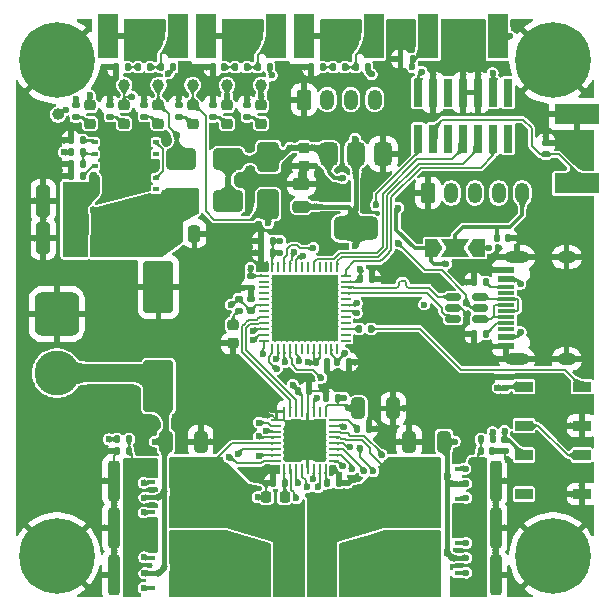
<source format=gbr>
%TF.GenerationSoftware,KiCad,Pcbnew,9.0.1-9.0.1-0~ubuntu22.04.1*%
%TF.CreationDate,2025-04-08T13:36:12+02:00*%
%TF.ProjectId,TMC262_Stepper_Driver,544d4332-3632-45f5-9374-65707065725f,rev?*%
%TF.SameCoordinates,Original*%
%TF.FileFunction,Copper,L1,Top*%
%TF.FilePolarity,Positive*%
%FSLAX46Y46*%
G04 Gerber Fmt 4.6, Leading zero omitted, Abs format (unit mm)*
G04 Created by KiCad (PCBNEW 9.0.1-9.0.1-0~ubuntu22.04.1) date 2025-04-08 13:36:12*
%MOMM*%
%LPD*%
G01*
G04 APERTURE LIST*
G04 Aperture macros list*
%AMRoundRect*
0 Rectangle with rounded corners*
0 $1 Rounding radius*
0 $2 $3 $4 $5 $6 $7 $8 $9 X,Y pos of 4 corners*
0 Add a 4 corners polygon primitive as box body*
4,1,4,$2,$3,$4,$5,$6,$7,$8,$9,$2,$3,0*
0 Add four circle primitives for the rounded corners*
1,1,$1+$1,$2,$3*
1,1,$1+$1,$4,$5*
1,1,$1+$1,$6,$7*
1,1,$1+$1,$8,$9*
0 Add four rect primitives between the rounded corners*
20,1,$1+$1,$2,$3,$4,$5,0*
20,1,$1+$1,$4,$5,$6,$7,0*
20,1,$1+$1,$6,$7,$8,$9,0*
20,1,$1+$1,$8,$9,$2,$3,0*%
%AMFreePoly0*
4,1,6,1.000000,0.000000,0.500000,-0.750000,-0.500000,-0.750000,-0.500000,0.750000,0.500000,0.750000,1.000000,0.000000,1.000000,0.000000,$1*%
%AMFreePoly1*
4,1,7,0.700000,0.000000,1.200000,-0.750000,-1.200000,-0.750000,-0.700000,0.000000,-1.200000,0.750000,1.200000,0.750000,0.700000,0.000000,0.700000,0.000000,$1*%
G04 Aperture macros list end*
%TA.AperFunction,SMDPad,CuDef*%
%ADD10RoundRect,0.250000X-0.250000X-1.450000X0.250000X-1.450000X0.250000X1.450000X-0.250000X1.450000X0*%
%TD*%
%TA.AperFunction,SMDPad,CuDef*%
%ADD11RoundRect,0.140000X-0.140000X-0.170000X0.140000X-0.170000X0.140000X0.170000X-0.140000X0.170000X0*%
%TD*%
%TA.AperFunction,ComponentPad*%
%ADD12RoundRect,0.250000X-0.350000X-0.625000X0.350000X-0.625000X0.350000X0.625000X-0.350000X0.625000X0*%
%TD*%
%TA.AperFunction,ComponentPad*%
%ADD13O,1.200000X1.750000*%
%TD*%
%TA.AperFunction,SMDPad,CuDef*%
%ADD14RoundRect,0.090000X-0.660000X-0.360000X0.660000X-0.360000X0.660000X0.360000X-0.660000X0.360000X0*%
%TD*%
%TA.AperFunction,ComponentPad*%
%ADD15RoundRect,0.250000X-0.600000X-0.725000X0.600000X-0.725000X0.600000X0.725000X-0.600000X0.725000X0*%
%TD*%
%TA.AperFunction,ComponentPad*%
%ADD16O,1.700000X1.950000*%
%TD*%
%TA.AperFunction,SMDPad,CuDef*%
%ADD17RoundRect,0.135000X0.185000X-0.135000X0.185000X0.135000X-0.185000X0.135000X-0.185000X-0.135000X0*%
%TD*%
%TA.AperFunction,SMDPad,CuDef*%
%ADD18C,1.000000*%
%TD*%
%TA.AperFunction,SMDPad,CuDef*%
%ADD19RoundRect,0.140000X0.140000X0.170000X-0.140000X0.170000X-0.140000X-0.170000X0.140000X-0.170000X0*%
%TD*%
%TA.AperFunction,SMDPad,CuDef*%
%ADD20RoundRect,0.250000X1.000000X-1.950000X1.000000X1.950000X-1.000000X1.950000X-1.000000X-1.950000X0*%
%TD*%
%TA.AperFunction,SMDPad,CuDef*%
%ADD21RoundRect,0.062500X-0.375000X-0.062500X0.375000X-0.062500X0.375000X0.062500X-0.375000X0.062500X0*%
%TD*%
%TA.AperFunction,SMDPad,CuDef*%
%ADD22RoundRect,0.062500X-0.062500X-0.375000X0.062500X-0.375000X0.062500X0.375000X-0.062500X0.375000X0*%
%TD*%
%TA.AperFunction,HeatsinkPad*%
%ADD23R,3.450000X3.450000*%
%TD*%
%TA.AperFunction,SMDPad,CuDef*%
%ADD24RoundRect,0.375000X-0.375000X0.625000X-0.375000X-0.625000X0.375000X-0.625000X0.375000X0.625000X0*%
%TD*%
%TA.AperFunction,SMDPad,CuDef*%
%ADD25RoundRect,0.500000X-1.400000X0.500000X-1.400000X-0.500000X1.400000X-0.500000X1.400000X0.500000X0*%
%TD*%
%TA.AperFunction,SMDPad,CuDef*%
%ADD26RoundRect,0.135000X0.135000X0.185000X-0.135000X0.185000X-0.135000X-0.185000X0.135000X-0.185000X0*%
%TD*%
%TA.AperFunction,SMDPad,CuDef*%
%ADD27R,3.708400X1.701800*%
%TD*%
%TA.AperFunction,SMDPad,CuDef*%
%ADD28RoundRect,0.140000X0.170000X-0.140000X0.170000X0.140000X-0.170000X0.140000X-0.170000X-0.140000X0*%
%TD*%
%TA.AperFunction,SMDPad,CuDef*%
%ADD29RoundRect,0.250000X1.000000X0.650000X-1.000000X0.650000X-1.000000X-0.650000X1.000000X-0.650000X0*%
%TD*%
%TA.AperFunction,SMDPad,CuDef*%
%ADD30RoundRect,0.150000X-0.512500X-0.150000X0.512500X-0.150000X0.512500X0.150000X-0.512500X0.150000X0*%
%TD*%
%TA.AperFunction,ComponentPad*%
%ADD31C,0.800000*%
%TD*%
%TA.AperFunction,ComponentPad*%
%ADD32C,6.400000*%
%TD*%
%TA.AperFunction,SMDPad,CuDef*%
%ADD33RoundRect,0.135000X-0.135000X-0.185000X0.135000X-0.185000X0.135000X0.185000X-0.135000X0.185000X0*%
%TD*%
%TA.AperFunction,SMDPad,CuDef*%
%ADD34R,0.720000X0.410000*%
%TD*%
%TA.AperFunction,SMDPad,CuDef*%
%ADD35R,0.510000X0.585000*%
%TD*%
%TA.AperFunction,SMDPad,CuDef*%
%ADD36R,0.410000X0.470000*%
%TD*%
%TA.AperFunction,SMDPad,CuDef*%
%ADD37R,3.990000X1.730000*%
%TD*%
%TA.AperFunction,SMDPad,CuDef*%
%ADD38RoundRect,0.140000X-0.170000X0.140000X-0.170000X-0.140000X0.170000X-0.140000X0.170000X0.140000X0*%
%TD*%
%TA.AperFunction,SMDPad,CuDef*%
%ADD39RoundRect,0.218750X0.256250X-0.218750X0.256250X0.218750X-0.256250X0.218750X-0.256250X-0.218750X0*%
%TD*%
%TA.AperFunction,SMDPad,CuDef*%
%ADD40RoundRect,0.225000X0.225000X0.250000X-0.225000X0.250000X-0.225000X-0.250000X0.225000X-0.250000X0*%
%TD*%
%TA.AperFunction,SMDPad,CuDef*%
%ADD41RoundRect,0.250000X0.325000X0.650000X-0.325000X0.650000X-0.325000X-0.650000X0.325000X-0.650000X0*%
%TD*%
%TA.AperFunction,SMDPad,CuDef*%
%ADD42RoundRect,0.250000X-0.325000X-0.650000X0.325000X-0.650000X0.325000X0.650000X-0.325000X0.650000X0*%
%TD*%
%TA.AperFunction,SMDPad,CuDef*%
%ADD43R,0.740000X2.400000*%
%TD*%
%TA.AperFunction,SMDPad,CuDef*%
%ADD44RoundRect,0.250000X0.325000X1.100000X-0.325000X1.100000X-0.325000X-1.100000X0.325000X-1.100000X0*%
%TD*%
%TA.AperFunction,SMDPad,CuDef*%
%ADD45R,1.450000X0.600000*%
%TD*%
%TA.AperFunction,SMDPad,CuDef*%
%ADD46R,1.450000X0.300000*%
%TD*%
%TA.AperFunction,HeatsinkPad*%
%ADD47O,2.100000X1.000000*%
%TD*%
%TA.AperFunction,HeatsinkPad*%
%ADD48O,1.600000X1.000000*%
%TD*%
%TA.AperFunction,SMDPad,CuDef*%
%ADD49R,1.701800X3.708400*%
%TD*%
%TA.AperFunction,HeatsinkPad*%
%ADD50R,5.600000X5.600000*%
%TD*%
%TA.AperFunction,SMDPad,CuDef*%
%ADD51RoundRect,0.250000X0.250000X1.450000X-0.250000X1.450000X-0.250000X-1.450000X0.250000X-1.450000X0*%
%TD*%
%TA.AperFunction,SMDPad,CuDef*%
%ADD52RoundRect,0.250000X-0.650000X1.000000X-0.650000X-1.000000X0.650000X-1.000000X0.650000X1.000000X0*%
%TD*%
%TA.AperFunction,SMDPad,CuDef*%
%ADD53RoundRect,0.250000X0.475000X-0.250000X0.475000X0.250000X-0.475000X0.250000X-0.475000X-0.250000X0*%
%TD*%
%TA.AperFunction,SMDPad,CuDef*%
%ADD54RoundRect,0.225000X-0.250000X0.225000X-0.250000X-0.225000X0.250000X-0.225000X0.250000X0.225000X0*%
%TD*%
%TA.AperFunction,ComponentPad*%
%ADD55RoundRect,0.760000X-1.140000X1.140000X-1.140000X-1.140000X1.140000X-1.140000X1.140000X1.140000X0*%
%TD*%
%TA.AperFunction,ComponentPad*%
%ADD56C,3.800000*%
%TD*%
%TA.AperFunction,SMDPad,CuDef*%
%ADD57FreePoly0,0.000000*%
%TD*%
%TA.AperFunction,SMDPad,CuDef*%
%ADD58FreePoly1,0.000000*%
%TD*%
%TA.AperFunction,SMDPad,CuDef*%
%ADD59FreePoly0,180.000000*%
%TD*%
%TA.AperFunction,SMDPad,CuDef*%
%ADD60RoundRect,0.250000X-0.250000X-0.475000X0.250000X-0.475000X0.250000X0.475000X-0.250000X0.475000X0*%
%TD*%
%TA.AperFunction,SMDPad,CuDef*%
%ADD61R,0.500000X0.400000*%
%TD*%
%TA.AperFunction,SMDPad,CuDef*%
%ADD62R,1.500000X1.500000*%
%TD*%
%TA.AperFunction,ViaPad*%
%ADD63C,0.600000*%
%TD*%
%TA.AperFunction,Conductor*%
%ADD64C,0.160000*%
%TD*%
%TA.AperFunction,Conductor*%
%ADD65C,0.400000*%
%TD*%
%TA.AperFunction,Conductor*%
%ADD66C,0.300000*%
%TD*%
%TA.AperFunction,Conductor*%
%ADD67C,1.500000*%
%TD*%
%TA.AperFunction,Conductor*%
%ADD68C,0.800000*%
%TD*%
%TA.AperFunction,Conductor*%
%ADD69C,0.200000*%
%TD*%
G04 APERTURE END LIST*
D10*
%TO.P,R30,1*%
%TO.N,Net-(Q3A-S)*%
X89650000Y-97600000D03*
%TO.P,R30,2*%
%TO.N,GND*%
X91150000Y-97600000D03*
%TD*%
D11*
%TO.P,C22,1*%
%TO.N,Net-(U4-VHS)*%
X79440000Y-85200000D03*
%TO.P,C22,2*%
%TO.N,GND*%
X80400000Y-85200000D03*
%TD*%
D12*
%TO.P,J5,1,Pin_1*%
%TO.N,GND*%
X74900000Y-57350000D03*
D13*
%TO.P,J5,2,Pin_2*%
%TO.N,/EXT_RX*%
X76900000Y-57350000D03*
%TO.P,J5,3,Pin_3*%
%TO.N,/EXT_TX*%
X78900000Y-57350000D03*
%TO.P,J5,4,Pin_4*%
%TO.N,/5V_UART*%
X80900000Y-57350000D03*
%TD*%
D14*
%TO.P,D2,1,VDD*%
%TO.N,+5V*%
X93550000Y-87450000D03*
%TO.P,D2,2,DOUT*%
%TO.N,unconnected-(D2-DOUT-Pad2)*%
X93550000Y-90750000D03*
%TO.P,D2,3,VSS*%
%TO.N,GND*%
X98450000Y-90750000D03*
%TO.P,D2,4,DIN*%
%TO.N,Net-(D1-DOUT)*%
X98450000Y-87450000D03*
%TD*%
D15*
%TO.P,J1,1,Pin_1*%
%TO.N,/BMA2*%
X71250000Y-96000000D03*
D16*
%TO.P,J1,2,Pin_2*%
%TO.N,/BMA1*%
X73750000Y-96000000D03*
%TO.P,J1,3,Pin_3*%
%TO.N,/BMB2*%
X76250000Y-96000000D03*
%TO.P,J1,4,Pin_4*%
%TO.N,/BMB1*%
X78750000Y-96000000D03*
%TD*%
D17*
%TO.P,R25,1*%
%TO.N,/MOTOR_STALL*%
X70400000Y-75220000D03*
%TO.P,R25,2*%
%TO.N,GND*%
X70400000Y-74200000D03*
%TD*%
D18*
%TO.P,TP6,1,1*%
%TO.N,+3.3V*%
X71300000Y-56100000D03*
%TD*%
D19*
%TO.P,C27,1*%
%TO.N,Net-(Q1A-S)*%
X60080000Y-87100000D03*
%TO.P,C27,2*%
%TO.N,GND*%
X59120000Y-87100000D03*
%TD*%
D20*
%TO.P,C30,1*%
%TO.N,+24V*%
X62600000Y-81600000D03*
%TO.P,C30,2*%
%TO.N,GND*%
X62600000Y-73200000D03*
%TD*%
D21*
%TO.P,U4,1,GND*%
%TO.N,GND*%
X72562500Y-84450000D03*
%TO.P,U4,2,HA1*%
%TO.N,/HA1*%
X72562500Y-84950000D03*
%TO.P,U4,3,HA2*%
%TO.N,/HA2*%
X72562500Y-85450000D03*
%TO.P,U4,4,BMA2*%
%TO.N,/BMA2*%
X72562500Y-85950000D03*
%TO.P,U4,5,BMA1*%
%TO.N,/BMA1*%
X72562500Y-86450000D03*
%TO.P,U4,6,LA1*%
%TO.N,/LA1*%
X72562500Y-86950000D03*
%TO.P,U4,7,LA2*%
%TO.N,/LA2*%
X72562500Y-87450000D03*
%TO.P,U4,8,SRA*%
%TO.N,/SRA*%
X72562500Y-87950000D03*
D22*
%TO.P,U4,9,5VOUT*%
%TO.N,Net-(U4-5VOUT)*%
X73250000Y-88637500D03*
%TO.P,U4,10,SD0*%
%TO.N,/TMC_SPI_MISO*%
X73750000Y-88637500D03*
%TO.P,U4,11,SDI*%
%TO.N,/TMC_SPI_MOSI*%
X74250000Y-88637500D03*
%TO.P,U4,12,SCK*%
%TO.N,/TMC_SPI_SCK*%
X74750000Y-88637500D03*
%TO.P,U4,13,GND*%
%TO.N,GND*%
X75250000Y-88637500D03*
%TO.P,U4,14,CSN*%
%TO.N,/TMC_SPI_NSS*%
X75750000Y-88637500D03*
%TO.P,U4,15,~{ENN}*%
%TO.N,/TMC_ENN*%
X76250000Y-88637500D03*
%TO.P,U4,16,CLK*%
%TO.N,Net-(U4-CLK)*%
X76750000Y-88637500D03*
D21*
%TO.P,U4,17,SRB*%
%TO.N,/SRB*%
X77437500Y-87950000D03*
%TO.P,U4,18,LB2*%
%TO.N,/LB2*%
X77437500Y-87450000D03*
%TO.P,U4,19,LB1*%
%TO.N,/LB1*%
X77437500Y-86950000D03*
%TO.P,U4,20,BMB1*%
%TO.N,/BMB1*%
X77437500Y-86450000D03*
%TO.P,U4,21,BMB2*%
%TO.N,/BMB2*%
X77437500Y-85950000D03*
%TO.P,U4,22,HB2*%
%TO.N,/HB2*%
X77437500Y-85450000D03*
%TO.P,U4,23,HB1*%
%TO.N,/HB1*%
X77437500Y-84950000D03*
%TO.P,U4,24,VHS*%
%TO.N,Net-(U4-VHS)*%
X77437500Y-84450000D03*
D22*
%TO.P,U4,25,VS*%
%TO.N,+24V*%
X76750000Y-83762500D03*
%TO.P,U4,26,TST_ANA*%
%TO.N,unconnected-(U4-TST_ANA-Pad26)*%
X76250000Y-83762500D03*
%TO.P,U4,27,SG_TST*%
%TO.N,/MOTOR_STALL*%
X75750000Y-83762500D03*
%TO.P,U4,28,GNDP*%
%TO.N,GND*%
X75250000Y-83762500D03*
%TO.P,U4,29,VCC_IO*%
%TO.N,+3.3V*%
X74750000Y-83762500D03*
%TO.P,U4,30,DIR*%
%TO.N,/TMC_DIR*%
X74250000Y-83762500D03*
%TO.P,U4,31,STEP*%
%TO.N,/TMC_STEP*%
X73750000Y-83762500D03*
%TO.P,U4,32,TST_MODE*%
%TO.N,GND*%
X73250000Y-83762500D03*
D23*
%TO.P,U4,33,DIE_PAD*%
X75000000Y-86200000D03*
%TD*%
D24*
%TO.P,U1,1,GND*%
%TO.N,GND*%
X81600000Y-61950000D03*
%TO.P,U1,2,VO*%
%TO.N,+3.3V*%
X79300000Y-61950000D03*
%TO.P,U1,3,VI*%
%TO.N,+5V*%
X77000000Y-61950000D03*
D25*
%TO.P,U1,4,VO*%
%TO.N,+3.3V*%
X79300000Y-68250000D03*
%TD*%
D26*
%TO.P,R6,1*%
%TO.N,Net-(U2-FB)*%
X56210000Y-62800000D03*
%TO.P,R6,2*%
%TO.N,GND*%
X55190000Y-62800000D03*
%TD*%
D11*
%TO.P,C31,1*%
%TO.N,Net-(J6-Pin_5)*%
X91240000Y-69100000D03*
%TO.P,C31,2*%
%TO.N,GND*%
X92200000Y-69100000D03*
%TD*%
D27*
%TO.P,SW5,1,1*%
%TO.N,/NRST*%
X98000000Y-64449999D03*
%TO.P,SW5,2,2*%
%TO.N,GND*%
X98000000Y-58550001D03*
%TD*%
D28*
%TO.P,C19,1*%
%TO.N,/NRST*%
X95400000Y-61980000D03*
%TO.P,C19,2*%
%TO.N,GND*%
X95400000Y-61020000D03*
%TD*%
D17*
%TO.P,R16,1*%
%TO.N,Net-(D9-K)*%
X67200000Y-58820000D03*
%TO.P,R16,2*%
%TO.N,GND*%
X67200000Y-57800000D03*
%TD*%
D29*
%TO.P,D4,1,K*%
%TO.N,+5V*%
X68500000Y-65900000D03*
%TO.P,D4,2,A*%
%TO.N,/5V_BUCK*%
X64500000Y-65900000D03*
%TD*%
D30*
%TO.P,U5,1,I/O1*%
%TO.N,/USB_DP*%
X87562500Y-74050000D03*
%TO.P,U5,2,GND*%
%TO.N,GND*%
X87562500Y-75000000D03*
%TO.P,U5,3,I/O2*%
%TO.N,/USB_DN*%
X87562500Y-75950000D03*
%TO.P,U5,4,I/O2*%
%TO.N,/D-*%
X89837500Y-75950000D03*
%TO.P,U5,5,VBUS*%
%TO.N,/5V_USB*%
X89837500Y-75000000D03*
%TO.P,U5,6,I/O1*%
%TO.N,/D+*%
X89837500Y-74050000D03*
%TD*%
D31*
%TO.P,H1,1,1*%
%TO.N,GND*%
X51600000Y-54000000D03*
X52302944Y-52302944D03*
X52302944Y-55697056D03*
X54000000Y-51600000D03*
D32*
X54000000Y-54000000D03*
D31*
X54000000Y-56400000D03*
X55697056Y-52302944D03*
X55697056Y-55697056D03*
X56400000Y-54000000D03*
%TD*%
D33*
%TO.P,R18,1*%
%TO.N,/SRA*%
X59090000Y-86100000D03*
%TO.P,R18,2*%
%TO.N,Net-(Q1A-S)*%
X60110000Y-86100000D03*
%TD*%
D10*
%TO.P,R29,1*%
%TO.N,Net-(Q3A-S)*%
X89650000Y-93600000D03*
%TO.P,R29,2*%
%TO.N,GND*%
X91150000Y-93600000D03*
%TD*%
D18*
%TO.P,TP3,1,1*%
%TO.N,/5V_USB*%
X65500000Y-56100000D03*
%TD*%
D19*
%TO.P,C9,1*%
%TO.N,/BTN_0*%
X59980000Y-54600000D03*
%TO.P,C9,2*%
%TO.N,GND*%
X59020000Y-54600000D03*
%TD*%
D26*
%TO.P,R22,1*%
%TO.N,GND*%
X77900000Y-89800000D03*
%TO.P,R22,2*%
%TO.N,Net-(U4-CLK)*%
X76880000Y-89800000D03*
%TD*%
D34*
%TO.P,Q4,1,S*%
%TO.N,Net-(Q3A-S)*%
X88015000Y-98705000D03*
%TO.P,Q4,2,G*%
%TO.N,/LB1*%
X88015000Y-97435000D03*
%TO.P,Q4,3,1*%
%TO.N,+24V*%
X88015000Y-96165000D03*
%TO.P,Q4,4,G*%
%TO.N,/HB1*%
X88015000Y-94895000D03*
D35*
%TO.P,Q4,5,D*%
%TO.N,/BMB1*%
X85300000Y-99072500D03*
D36*
X82430000Y-99015000D03*
D37*
X84220000Y-97915000D03*
%TO.P,Q4,6,D*%
X84220000Y-95685000D03*
D36*
X82430000Y-94585000D03*
D35*
X85300000Y-94527500D03*
%TD*%
D11*
%TO.P,C4,1*%
%TO.N,+3.3V*%
X79700000Y-72500000D03*
%TO.P,C4,2*%
%TO.N,GND*%
X80660000Y-72500000D03*
%TD*%
D38*
%TO.P,C1,1*%
%TO.N,+3.3V*%
X70400000Y-72300000D03*
%TO.P,C1,2*%
%TO.N,GND*%
X70400000Y-73260000D03*
%TD*%
D26*
%TO.P,R27,1*%
%TO.N,/SRB*%
X90910000Y-86100000D03*
%TO.P,R27,2*%
%TO.N,Net-(Q3A-S)*%
X89890000Y-86100000D03*
%TD*%
D39*
%TO.P,D5,1,K*%
%TO.N,Net-(D5-K)*%
X56800000Y-59400000D03*
%TO.P,D5,2,A*%
%TO.N,+24V*%
X56800000Y-57825000D03*
%TD*%
%TO.P,D9,1,K*%
%TO.N,Net-(D9-K)*%
X68400000Y-59400000D03*
%TO.P,D9,2,A*%
%TO.N,+5V*%
X68400000Y-57825000D03*
%TD*%
D31*
%TO.P,H4,1,1*%
%TO.N,GND*%
X93600000Y-96000000D03*
X94302944Y-94302944D03*
X94302944Y-97697056D03*
X96000000Y-93600000D03*
D32*
X96000000Y-96000000D03*
D31*
X96000000Y-98400000D03*
X97697056Y-94302944D03*
X97697056Y-97697056D03*
X98400000Y-96000000D03*
%TD*%
D40*
%TO.P,C21,1*%
%TO.N,Net-(U4-5VOUT)*%
X73275000Y-91000000D03*
%TO.P,C21,2*%
%TO.N,GND*%
X71725000Y-91000000D03*
%TD*%
D33*
%TO.P,R10,1*%
%TO.N,/BTN_2*%
X77390000Y-54600000D03*
%TO.P,R10,2*%
%TO.N,Net-(R10-Pad2)*%
X78410000Y-54600000D03*
%TD*%
D19*
%TO.P,C20,1*%
%TO.N,Net-(U4-5VOUT)*%
X73280000Y-89800000D03*
%TO.P,C20,2*%
%TO.N,GND*%
X72320000Y-89800000D03*
%TD*%
%TO.P,C24,1*%
%TO.N,+24V*%
X77780000Y-82600000D03*
%TO.P,C24,2*%
%TO.N,GND*%
X76820000Y-82600000D03*
%TD*%
D11*
%TO.P,C23,1*%
%TO.N,+3.3V*%
X74420000Y-82000000D03*
%TO.P,C23,2*%
%TO.N,GND*%
X75380000Y-82000000D03*
%TD*%
D19*
%TO.P,C5,1*%
%TO.N,+3.3V*%
X72280000Y-70300000D03*
%TO.P,C5,2*%
%TO.N,GND*%
X71320000Y-70300000D03*
%TD*%
D31*
%TO.P,H2,1,1*%
%TO.N,GND*%
X93600000Y-54000000D03*
X94302944Y-52302944D03*
X94302944Y-55697056D03*
X96000000Y-51600000D03*
D32*
X96000000Y-54000000D03*
D31*
X96000000Y-56400000D03*
X97697056Y-52302944D03*
X97697056Y-55697056D03*
X98400000Y-54000000D03*
%TD*%
D38*
%TO.P,C15,1*%
%TO.N,GND*%
X91900000Y-80820000D03*
%TO.P,C15,2*%
%TO.N,+5V*%
X91900000Y-81780000D03*
%TD*%
D41*
%TO.P,C28,1*%
%TO.N,+24V*%
X86775000Y-86300000D03*
%TO.P,C28,2*%
%TO.N,GND*%
X83825000Y-86300000D03*
%TD*%
D42*
%TO.P,C26,1*%
%TO.N,+24V*%
X63225000Y-86300000D03*
%TO.P,C26,2*%
%TO.N,GND*%
X66175000Y-86300000D03*
%TD*%
D43*
%TO.P,J2,1,NC*%
%TO.N,unconnected-(J2-NC-Pad1)*%
X92210000Y-56750000D03*
%TO.P,J2,2,NC*%
%TO.N,unconnected-(J2-NC-Pad2)*%
X92210000Y-60650000D03*
%TO.P,J2,3,VCC*%
%TO.N,+3.3V*%
X90940000Y-56750000D03*
%TO.P,J2,4,JTMS/SWDIO*%
%TO.N,/SWDIO*%
X90940000Y-60650000D03*
%TO.P,J2,5,GND*%
%TO.N,GND*%
X89670000Y-56750000D03*
%TO.P,J2,6,JCLK/SWCLK*%
%TO.N,/SWCLK*%
X89670000Y-60650000D03*
%TO.P,J2,7,GND*%
%TO.N,GND*%
X88400000Y-56750000D03*
%TO.P,J2,8,JTDO/SWO*%
%TO.N,/SWO*%
X88400000Y-60650000D03*
%TO.P,J2,9,JRCLK/NC*%
%TO.N,unconnected-(J2-JRCLK{slash}NC-Pad9)*%
X87130000Y-56750000D03*
%TO.P,J2,10,JTDI/NC*%
%TO.N,unconnected-(J2-JTDI{slash}NC-Pad10)*%
X87130000Y-60650000D03*
%TO.P,J2,11,GNDDetect*%
%TO.N,GND*%
X85860000Y-56750000D03*
%TO.P,J2,12,~{RST}*%
%TO.N,/NRST*%
X85860000Y-60650000D03*
%TO.P,J2,13,VCP_RX*%
%TO.N,/VCP_RX*%
X84590000Y-56750000D03*
%TO.P,J2,14,VCP_TX*%
%TO.N,/VCP_TX*%
X84590000Y-60650000D03*
%TD*%
D33*
%TO.P,R11,1*%
%TO.N,GND*%
X83090000Y-53900000D03*
%TO.P,R11,2*%
%TO.N,/BOOT_0*%
X84110000Y-53900000D03*
%TD*%
D11*
%TO.P,C2,1*%
%TO.N,+3.3V*%
X75900000Y-79600000D03*
%TO.P,C2,2*%
%TO.N,GND*%
X76860000Y-79600000D03*
%TD*%
D18*
%TO.P,TP5,1,1*%
%TO.N,+5V*%
X68400000Y-56100000D03*
%TD*%
D38*
%TO.P,C16,1*%
%TO.N,+5V*%
X91900000Y-86140000D03*
%TO.P,C16,2*%
%TO.N,GND*%
X91900000Y-87100000D03*
%TD*%
D10*
%TO.P,R28,1*%
%TO.N,Net-(Q3A-S)*%
X89650000Y-89600000D03*
%TO.P,R28,2*%
%TO.N,GND*%
X91150000Y-89600000D03*
%TD*%
D44*
%TO.P,C7,1*%
%TO.N,+24V*%
X55800000Y-69100000D03*
%TO.P,C7,2*%
%TO.N,GND*%
X52850000Y-69100000D03*
%TD*%
D18*
%TO.P,TP1,1,1*%
%TO.N,+24V*%
X54100000Y-58600000D03*
%TD*%
D45*
%TO.P,J3,A1,GND*%
%TO.N,GND*%
X92055000Y-78250000D03*
%TO.P,J3,A4,VBUS*%
%TO.N,/5V_USB*%
X92055000Y-77450000D03*
D46*
%TO.P,J3,A5,CC1*%
%TO.N,Net-(J3-CC1)*%
X92055000Y-76250000D03*
%TO.P,J3,A6,D+*%
%TO.N,/D+*%
X92055000Y-75250000D03*
%TO.P,J3,A7,D-*%
%TO.N,/D-*%
X92055000Y-74750000D03*
%TO.P,J3,A8,SBU1*%
%TO.N,unconnected-(J3-SBU1-PadA8)*%
X92055000Y-73750000D03*
D45*
%TO.P,J3,A9,VBUS*%
%TO.N,/5V_USB*%
X92055000Y-72550000D03*
%TO.P,J3,A12,GND*%
%TO.N,GND*%
X92055000Y-71750000D03*
%TO.P,J3,B1,GND*%
X92055000Y-71750000D03*
%TO.P,J3,B4,VBUS*%
%TO.N,/5V_USB*%
X92055000Y-72550000D03*
D46*
%TO.P,J3,B5,CC2*%
%TO.N,Net-(J3-CC2)*%
X92055000Y-73250000D03*
%TO.P,J3,B6,D+*%
%TO.N,/D+*%
X92055000Y-74250000D03*
%TO.P,J3,B7,D-*%
%TO.N,/D-*%
X92055000Y-75750000D03*
%TO.P,J3,B8,SBU2*%
%TO.N,unconnected-(J3-SBU2-PadB8)*%
X92055000Y-76750000D03*
D45*
%TO.P,J3,B9,VBUS*%
%TO.N,/5V_USB*%
X92055000Y-77450000D03*
%TO.P,J3,B12,GND*%
%TO.N,GND*%
X92055000Y-78250000D03*
D47*
%TO.P,J3,S1,SHIELD*%
X92970000Y-79320000D03*
D48*
X97150000Y-79320000D03*
D47*
X92970000Y-70680000D03*
D48*
X97150000Y-70680000D03*
%TD*%
D49*
%TO.P,SW1,1,1*%
%TO.N,Net-(R1-Pad1)*%
X64249999Y-52000000D03*
%TO.P,SW1,2,2*%
%TO.N,GND*%
X58350001Y-52000000D03*
%TD*%
D21*
%TO.P,U3,1,VBAT*%
%TO.N,+3.3V*%
X71562500Y-72250000D03*
%TO.P,U3,2,PC13*%
%TO.N,unconnected-(U3-PC13-Pad2)*%
X71562500Y-72750000D03*
%TO.P,U3,3,PC14*%
%TO.N,unconnected-(U3-PC14-Pad3)*%
X71562500Y-73250000D03*
%TO.P,U3,4,PC15*%
%TO.N,unconnected-(U3-PC15-Pad4)*%
X71562500Y-73750000D03*
%TO.P,U3,5,PF0*%
%TO.N,unconnected-(U3-PF0-Pad5)*%
X71562500Y-74250000D03*
%TO.P,U3,6,PF1*%
%TO.N,/MOTOR_STALL*%
X71562500Y-74750000D03*
%TO.P,U3,7,PG10*%
%TO.N,unconnected-(U3-PG10-Pad7)*%
X71562500Y-75250000D03*
%TO.P,U3,8,PA0*%
%TO.N,/TMC_STEP*%
X71562500Y-75750000D03*
%TO.P,U3,9,PA1*%
%TO.N,/TMC_DIR*%
X71562500Y-76250000D03*
%TO.P,U3,10,PA2*%
%TO.N,/VCP_TX*%
X71562500Y-76750000D03*
%TO.P,U3,11,PA3*%
%TO.N,/VCP_RX*%
X71562500Y-77250000D03*
%TO.P,U3,12,PA4*%
%TO.N,/TMC_ENN*%
X71562500Y-77750000D03*
D22*
%TO.P,U3,13,PA5*%
%TO.N,/TMC_SPI_SCK*%
X72250000Y-78437500D03*
%TO.P,U3,14,PA6*%
%TO.N,/TMC_SPI_MISO*%
X72750000Y-78437500D03*
%TO.P,U3,15,PA7*%
%TO.N,/TMC_SPI_MOSI*%
X73250000Y-78437500D03*
%TO.P,U3,16,PC4*%
%TO.N,/ENC_Z*%
X73750000Y-78437500D03*
%TO.P,U3,17,PB0*%
%TO.N,/TMC_SPI_NSS*%
X74250000Y-78437500D03*
%TO.P,U3,18,PB1*%
%TO.N,unconnected-(U3-PB1-Pad18)*%
X74750000Y-78437500D03*
%TO.P,U3,19,PB2*%
%TO.N,unconnected-(U3-PB2-Pad19)*%
X75250000Y-78437500D03*
%TO.P,U3,20,VREF+*%
%TO.N,+3.3V*%
X75750000Y-78437500D03*
%TO.P,U3,21,VDDA*%
X76250000Y-78437500D03*
%TO.P,U3,22,PB10*%
%TO.N,unconnected-(U3-PB10-Pad22)*%
X76750000Y-78437500D03*
%TO.P,U3,23,VDD*%
%TO.N,+3.3V*%
X77250000Y-78437500D03*
%TO.P,U3,24,PB11*%
%TO.N,unconnected-(U3-PB11-Pad24)*%
X77750000Y-78437500D03*
D21*
%TO.P,U3,25,PB12*%
%TO.N,unconnected-(U3-PB12-Pad25)*%
X78437500Y-77750000D03*
%TO.P,U3,26,PB13*%
%TO.N,unconnected-(U3-PB13-Pad26)*%
X78437500Y-77250000D03*
%TO.P,U3,27,PB14*%
%TO.N,/NEO_PWM*%
X78437500Y-76750000D03*
%TO.P,U3,28,PB15*%
%TO.N,unconnected-(U3-PB15-Pad28)*%
X78437500Y-76250000D03*
%TO.P,U3,29,PC6*%
%TO.N,unconnected-(U3-PC6-Pad29)*%
X78437500Y-75750000D03*
%TO.P,U3,30,PA8*%
%TO.N,/ENC_A*%
X78437500Y-75250000D03*
%TO.P,U3,31,PA9*%
%TO.N,/ENC_B*%
X78437500Y-74750000D03*
%TO.P,U3,32,PA10*%
%TO.N,unconnected-(U3-PA10-Pad32)*%
X78437500Y-74250000D03*
%TO.P,U3,33,PA11*%
%TO.N,/USB_DN*%
X78437500Y-73750000D03*
%TO.P,U3,34,PA12*%
%TO.N,/USB_DP*%
X78437500Y-73250000D03*
%TO.P,U3,35,VDD*%
%TO.N,+3.3V*%
X78437500Y-72750000D03*
%TO.P,U3,36,PA13*%
%TO.N,/SWDIO*%
X78437500Y-72250000D03*
D22*
%TO.P,U3,37,PA14*%
%TO.N,/SWCLK*%
X77750000Y-71562500D03*
%TO.P,U3,38,PA15*%
%TO.N,unconnected-(U3-PA15-Pad38)*%
X77250000Y-71562500D03*
%TO.P,U3,39,PC10*%
%TO.N,unconnected-(U3-PC10-Pad39)*%
X76750000Y-71562500D03*
%TO.P,U3,40,PC11*%
%TO.N,unconnected-(U3-PC11-Pad40)*%
X76250000Y-71562500D03*
%TO.P,U3,41,PB3*%
%TO.N,/SWO*%
X75750000Y-71562500D03*
%TO.P,U3,42,PB4*%
%TO.N,unconnected-(U3-PB4-Pad42)*%
X75250000Y-71562500D03*
%TO.P,U3,43,PB5*%
%TO.N,unconnected-(U3-PB5-Pad43)*%
X74750000Y-71562500D03*
%TO.P,U3,44,PB6*%
%TO.N,/EXT_TX*%
X74250000Y-71562500D03*
%TO.P,U3,45,PB7*%
%TO.N,/EXT_RX*%
X73750000Y-71562500D03*
%TO.P,U3,46,PB8*%
%TO.N,/BOOT_0*%
X73250000Y-71562500D03*
%TO.P,U3,47,PB9*%
%TO.N,unconnected-(U3-PB9-Pad47)*%
X72750000Y-71562500D03*
%TO.P,U3,48,VDD*%
%TO.N,+3.3V*%
X72250000Y-71562500D03*
D50*
%TO.P,U3,49,VSS*%
%TO.N,GND*%
X75000000Y-75000000D03*
%TD*%
D39*
%TO.P,D8,1,K*%
%TO.N,Net-(D8-K)*%
X62600000Y-59387500D03*
%TO.P,D8,2,A*%
%TO.N,/5V_UART*%
X62600000Y-57812500D03*
%TD*%
D33*
%TO.P,R9,1*%
%TO.N,Net-(R10-Pad2)*%
X79290000Y-54600000D03*
%TO.P,R9,2*%
%TO.N,+3.3V*%
X80310000Y-54600000D03*
%TD*%
D51*
%TO.P,R20,1*%
%TO.N,Net-(Q1A-S)*%
X60350000Y-93600000D03*
%TO.P,R20,2*%
%TO.N,GND*%
X58850000Y-93600000D03*
%TD*%
D17*
%TO.P,R26,1*%
%TO.N,Net-(D13-A)*%
X69400000Y-75210000D03*
%TO.P,R26,2*%
%TO.N,/MOTOR_STALL*%
X69400000Y-74190000D03*
%TD*%
D52*
%TO.P,D11,1,K*%
%TO.N,+5V*%
X71900000Y-62200000D03*
%TO.P,D11,2,A*%
%TO.N,/5V_USB*%
X71900000Y-66200000D03*
%TD*%
D17*
%TO.P,R14,1*%
%TO.N,Net-(D7-K)*%
X64300000Y-58820000D03*
%TO.P,R14,2*%
%TO.N,GND*%
X64300000Y-57800000D03*
%TD*%
D51*
%TO.P,R19,1*%
%TO.N,Net-(Q1A-S)*%
X60350000Y-89600000D03*
%TO.P,R19,2*%
%TO.N,GND*%
X58850000Y-89600000D03*
%TD*%
D53*
%TO.P,C13,1*%
%TO.N,+3.3V*%
X74700000Y-66400000D03*
%TO.P,C13,2*%
%TO.N,GND*%
X74700000Y-64500000D03*
%TD*%
D51*
%TO.P,R21,1*%
%TO.N,Net-(Q1A-S)*%
X60350000Y-97600000D03*
%TO.P,R21,2*%
%TO.N,GND*%
X58850000Y-97600000D03*
%TD*%
D49*
%TO.P,SW2,1,1*%
%TO.N,Net-(R2-Pad1)*%
X72549999Y-52000000D03*
%TO.P,SW2,2,2*%
%TO.N,GND*%
X66650001Y-52000000D03*
%TD*%
D17*
%TO.P,R13,1*%
%TO.N,Net-(D6-K)*%
X58500000Y-58807500D03*
%TO.P,R13,2*%
%TO.N,GND*%
X58500000Y-57787500D03*
%TD*%
D33*
%TO.P,R5,1*%
%TO.N,/5V_BUCK*%
X55190000Y-61800000D03*
%TO.P,R5,2*%
%TO.N,Net-(U2-FB)*%
X56210000Y-61800000D03*
%TD*%
D39*
%TO.P,D7,1,K*%
%TO.N,Net-(D7-K)*%
X65500000Y-59400000D03*
%TO.P,D7,2,A*%
%TO.N,/5V_USB*%
X65500000Y-57825000D03*
%TD*%
D18*
%TO.P,TP4,1,1*%
%TO.N,/5V_UART*%
X62600000Y-56100000D03*
%TD*%
D33*
%TO.P,R8,1*%
%TO.N,/NEO_PWM*%
X79590000Y-76750000D03*
%TO.P,R8,2*%
%TO.N,Net-(D1-DIN)*%
X80610000Y-76750000D03*
%TD*%
D39*
%TO.P,D6,1,K*%
%TO.N,Net-(D6-K)*%
X59700000Y-59387500D03*
%TO.P,D6,2,A*%
%TO.N,/5V_BUCK*%
X59700000Y-57812500D03*
%TD*%
D54*
%TO.P,C12,1*%
%TO.N,+5V*%
X74900000Y-61425000D03*
%TO.P,C12,2*%
%TO.N,GND*%
X74900000Y-62975000D03*
%TD*%
D55*
%TO.P,J4,1,Pin_1*%
%TO.N,GND*%
X54000000Y-75500000D03*
D56*
%TO.P,J4,2,Pin_2*%
%TO.N,+24V*%
X54000000Y-80500000D03*
%TD*%
D17*
%TO.P,R17,1*%
%TO.N,Net-(D10-K)*%
X70100000Y-58820000D03*
%TO.P,R17,2*%
%TO.N,GND*%
X70100000Y-57800000D03*
%TD*%
D29*
%TO.P,D12,1,K*%
%TO.N,+5V*%
X68500000Y-62400000D03*
%TO.P,D12,2,A*%
%TO.N,/5V_UART*%
X64500000Y-62400000D03*
%TD*%
D49*
%TO.P,SW3,1,1*%
%TO.N,+3.3V*%
X91349999Y-52000000D03*
%TO.P,SW3,2,2*%
%TO.N,/BOOT_0*%
X85450001Y-52000000D03*
%TD*%
D11*
%TO.P,C29,1*%
%TO.N,Net-(Q3A-S)*%
X89920000Y-87100000D03*
%TO.P,C29,2*%
%TO.N,GND*%
X90880000Y-87100000D03*
%TD*%
D49*
%TO.P,SW4,1,1*%
%TO.N,Net-(R10-Pad2)*%
X80849999Y-52000000D03*
%TO.P,SW4,2,2*%
%TO.N,GND*%
X74950001Y-52000000D03*
%TD*%
D39*
%TO.P,D10,1,K*%
%TO.N,Net-(D10-K)*%
X71300000Y-59400000D03*
%TO.P,D10,2,A*%
%TO.N,+3.3V*%
X71300000Y-57825000D03*
%TD*%
D19*
%TO.P,C3,1*%
%TO.N,GND*%
X78700000Y-79600000D03*
%TO.P,C3,2*%
%TO.N,+3.3V*%
X77740000Y-79600000D03*
%TD*%
D17*
%TO.P,R15,1*%
%TO.N,Net-(D8-K)*%
X61400000Y-58807500D03*
%TO.P,R15,2*%
%TO.N,GND*%
X61400000Y-57787500D03*
%TD*%
D33*
%TO.P,R1,1*%
%TO.N,Net-(R1-Pad1)*%
X62790000Y-54600000D03*
%TO.P,R1,2*%
%TO.N,+3.3V*%
X63810000Y-54600000D03*
%TD*%
D19*
%TO.P,C14,1*%
%TO.N,Net-(U2-Vcc)*%
X56180000Y-63800000D03*
%TO.P,C14,2*%
%TO.N,GND*%
X55220000Y-63800000D03*
%TD*%
D26*
%TO.P,R7,1*%
%TO.N,Net-(U2-FSW)*%
X56210000Y-60800000D03*
%TO.P,R7,2*%
%TO.N,GND*%
X55190000Y-60800000D03*
%TD*%
D14*
%TO.P,D1,1,VDD*%
%TO.N,+5V*%
X93550000Y-81650000D03*
%TO.P,D1,2,DOUT*%
%TO.N,Net-(D1-DOUT)*%
X93550000Y-84950000D03*
%TO.P,D1,3,VSS*%
%TO.N,GND*%
X98450000Y-84950000D03*
%TO.P,D1,4,DIN*%
%TO.N,Net-(D1-DIN)*%
X98450000Y-81650000D03*
%TD*%
D34*
%TO.P,Q3,1,S*%
%TO.N,Net-(Q3A-S)*%
X88015000Y-92405000D03*
%TO.P,Q3,2,G*%
%TO.N,/LB2*%
X88015000Y-91135000D03*
%TO.P,Q3,3,1*%
%TO.N,+24V*%
X88015000Y-89865000D03*
%TO.P,Q3,4,G*%
%TO.N,/HB2*%
X88015000Y-88595000D03*
D35*
%TO.P,Q3,5,D*%
%TO.N,/BMB2*%
X85300000Y-92772500D03*
D36*
X82430000Y-92715000D03*
D37*
X84220000Y-91615000D03*
%TO.P,Q3,6,D*%
X84220000Y-89385000D03*
D36*
X82430000Y-88285000D03*
D35*
X85300000Y-88227500D03*
%TD*%
D31*
%TO.P,H3,1,1*%
%TO.N,GND*%
X51600000Y-96000000D03*
X52302944Y-94302944D03*
X52302944Y-97697056D03*
X54000000Y-93600000D03*
D32*
X54000000Y-96000000D03*
D31*
X54000000Y-98400000D03*
X55697056Y-94302944D03*
X55697056Y-97697056D03*
X56400000Y-96000000D03*
%TD*%
D33*
%TO.P,R2,1*%
%TO.N,Net-(R2-Pad1)*%
X70990000Y-54600000D03*
%TO.P,R2,2*%
%TO.N,+3.3V*%
X72010000Y-54600000D03*
%TD*%
D34*
%TO.P,Q2,1,S*%
%TO.N,Net-(Q1A-S)*%
X61985000Y-88495000D03*
%TO.P,Q2,2,G*%
%TO.N,/LA1*%
X61985000Y-89765000D03*
%TO.P,Q2,3,1*%
%TO.N,+24V*%
X61985000Y-91035000D03*
%TO.P,Q2,4,G*%
%TO.N,/HA1*%
X61985000Y-92305000D03*
D35*
%TO.P,Q2,5,D*%
%TO.N,/BMA1*%
X64700000Y-88127500D03*
D36*
X67570000Y-88185000D03*
D37*
X65780000Y-89285000D03*
%TO.P,Q2,6,D*%
X65780000Y-91515000D03*
D36*
X67570000Y-92615000D03*
D35*
X64700000Y-92672500D03*
%TD*%
D44*
%TO.P,C8,1*%
%TO.N,+24V*%
X55800000Y-65900000D03*
%TO.P,C8,2*%
%TO.N,GND*%
X52850000Y-65900000D03*
%TD*%
D26*
%TO.P,R24,1*%
%TO.N,Net-(J3-CC2)*%
X90310000Y-72800000D03*
%TO.P,R24,2*%
%TO.N,GND*%
X89290000Y-72800000D03*
%TD*%
D18*
%TO.P,TP2,1,1*%
%TO.N,/5V_BUCK*%
X59700000Y-56100000D03*
%TD*%
D57*
%TO.P,JP1,1,A*%
%TO.N,+5V*%
X85700000Y-69900000D03*
D58*
%TO.P,JP1,2,C*%
%TO.N,Net-(J6-Pin_5)*%
X87700000Y-69900000D03*
D59*
%TO.P,JP1,3,B*%
%TO.N,+3.3V*%
X89700000Y-69900000D03*
%TD*%
D60*
%TO.P,C11,1*%
%TO.N,/5V_BUCK*%
X63750000Y-68700000D03*
%TO.P,C11,2*%
%TO.N,GND*%
X65650000Y-68700000D03*
%TD*%
D61*
%TO.P,U2,1,FSW*%
%TO.N,Net-(U2-FSW)*%
X57200000Y-60950000D03*
%TO.P,U2,2,FB*%
%TO.N,Net-(U2-FB)*%
X57200000Y-61950000D03*
%TO.P,U2,3,Vcc*%
%TO.N,Net-(U2-Vcc)*%
X57200000Y-62950000D03*
%TO.P,U2,4,VIN*%
%TO.N,+24V*%
X57200000Y-63950000D03*
%TO.P,U2,5,VIN*%
X57200000Y-64950000D03*
D62*
%TO.P,U2,6,VOUT*%
%TO.N,/5V_BUCK*%
X57700000Y-69700000D03*
%TO.P,U2,7,VOUT*%
X61900000Y-69700000D03*
D61*
%TO.P,U2,8,DNC*%
%TO.N,unconnected-(U2-DNC-Pad8)*%
X62400000Y-64950000D03*
%TO.P,U2,9,VIN_LINK*%
%TO.N,Net-(U2-En)*%
X62400000Y-63950000D03*
%TO.P,U2,10,AGND*%
%TO.N,GND*%
X62400000Y-62950000D03*
%TO.P,U2,11,PG*%
%TO.N,unconnected-(U2-PG-Pad11)*%
X62400000Y-61950000D03*
%TO.P,U2,12,En*%
%TO.N,Net-(U2-En)*%
X62400000Y-60950000D03*
D62*
%TO.P,U2,13,PGND*%
%TO.N,GND*%
X59800000Y-62550000D03*
%TD*%
D42*
%TO.P,C25,1*%
%TO.N,+24V*%
X79525000Y-83500000D03*
%TO.P,C25,2*%
%TO.N,GND*%
X82475000Y-83500000D03*
%TD*%
D33*
%TO.P,R4,1*%
%TO.N,/BTN_1*%
X69090000Y-54600000D03*
%TO.P,R4,2*%
%TO.N,Net-(R2-Pad1)*%
X70110000Y-54600000D03*
%TD*%
D34*
%TO.P,Q1,1,S*%
%TO.N,Net-(Q1A-S)*%
X61985000Y-94895000D03*
%TO.P,Q1,2,G*%
%TO.N,/LA2*%
X61985000Y-96165000D03*
%TO.P,Q1,3,1*%
%TO.N,+24V*%
X61985000Y-97435000D03*
%TO.P,Q1,4,G*%
%TO.N,/HA2*%
X61985000Y-98705000D03*
D35*
%TO.P,Q1,5,D*%
%TO.N,/BMA2*%
X64700000Y-94527500D03*
D36*
X67570000Y-94585000D03*
D37*
X65780000Y-95685000D03*
%TO.P,Q1,6,D*%
X65780000Y-97915000D03*
D36*
X67570000Y-99015000D03*
D35*
X64700000Y-99072500D03*
%TD*%
D33*
%TO.P,R3,1*%
%TO.N,/BTN_0*%
X60890000Y-54600000D03*
%TO.P,R3,2*%
%TO.N,Net-(R1-Pad1)*%
X61910000Y-54600000D03*
%TD*%
D39*
%TO.P,D13,1,K*%
%TO.N,GND*%
X68900000Y-77987500D03*
%TO.P,D13,2,A*%
%TO.N,Net-(D13-A)*%
X68900000Y-76412500D03*
%TD*%
D17*
%TO.P,R12,1*%
%TO.N,Net-(D5-K)*%
X55600000Y-58820000D03*
%TO.P,R12,2*%
%TO.N,GND*%
X55600000Y-57800000D03*
%TD*%
D19*
%TO.P,C6,1*%
%TO.N,+3.3V*%
X72280000Y-69300000D03*
%TO.P,C6,2*%
%TO.N,GND*%
X71320000Y-69300000D03*
%TD*%
%TO.P,C18,1*%
%TO.N,/BTN_2*%
X76500000Y-54600000D03*
%TO.P,C18,2*%
%TO.N,GND*%
X75540000Y-54600000D03*
%TD*%
D33*
%TO.P,R23,1*%
%TO.N,GND*%
X89290000Y-77200000D03*
%TO.P,R23,2*%
%TO.N,Net-(J3-CC1)*%
X90310000Y-77200000D03*
%TD*%
D19*
%TO.P,C10,1*%
%TO.N,/BTN_1*%
X68180000Y-54600000D03*
%TO.P,C10,2*%
%TO.N,GND*%
X67220000Y-54600000D03*
%TD*%
D12*
%TO.P,J6,1,Pin_1*%
%TO.N,GND*%
X85400000Y-65250000D03*
D13*
%TO.P,J6,2,Pin_2*%
%TO.N,/ENC_A*%
X87400000Y-65250000D03*
%TO.P,J6,3,Pin_3*%
%TO.N,/ENC_B*%
X89400000Y-65250000D03*
%TO.P,J6,4,Pin_4*%
%TO.N,/ENC_Z*%
X91400000Y-65250000D03*
%TO.P,J6,5,Pin_5*%
%TO.N,Net-(J6-Pin_5)*%
X93400000Y-65250000D03*
%TD*%
D63*
%TO.N,*%
X85100000Y-74700000D03*
%TO.N,GND*%
X76000000Y-77000000D03*
X74800000Y-63700000D03*
X98000000Y-58550001D03*
X74900000Y-54600000D03*
X81600000Y-63300000D03*
X70700000Y-70300000D03*
X85700000Y-76800000D03*
X57900000Y-93600000D03*
X74950001Y-52000000D03*
X76000000Y-74000000D03*
X91150000Y-95600000D03*
X81000000Y-75900000D03*
X88400000Y-55100000D03*
X79400000Y-79600000D03*
X52000000Y-69100000D03*
X60600000Y-73200000D03*
X56600000Y-75500000D03*
X73000000Y-73000000D03*
X83650000Y-67800000D03*
X74000000Y-77000000D03*
X98450000Y-83850000D03*
X75000000Y-77000000D03*
X94600000Y-85900000D03*
X97400000Y-84950000D03*
X74000000Y-75000000D03*
X76000000Y-75000000D03*
X66650001Y-52000000D03*
X75000000Y-75000000D03*
X90750000Y-78250000D03*
X88600000Y-72800000D03*
X68900000Y-78800000D03*
X62600000Y-73200000D03*
X73000000Y-74000000D03*
X80700000Y-71700000D03*
X74000000Y-74000000D03*
X99100000Y-66750000D03*
X74000000Y-85200000D03*
X58850000Y-95600000D03*
X73000000Y-76000000D03*
X93350000Y-75950000D03*
X51300000Y-75500000D03*
X75000000Y-87200000D03*
X64300000Y-57200000D03*
X88750000Y-77200000D03*
X59800000Y-63700000D03*
X57900000Y-89600000D03*
X82900000Y-70500000D03*
X61400000Y-57200000D03*
X70700000Y-69300000D03*
X77217816Y-80917816D03*
X74000000Y-87200000D03*
X97200000Y-86450000D03*
X71737001Y-84087900D03*
X77000000Y-75000000D03*
X92000000Y-93600000D03*
X52000000Y-65900000D03*
X63350000Y-60800000D03*
X85860000Y-55100000D03*
X61050000Y-61850000D03*
X74000000Y-73000000D03*
X61250000Y-59900000D03*
X76000000Y-86200000D03*
X61500000Y-64700000D03*
X96300000Y-66000000D03*
X71000000Y-91000000D03*
X96400000Y-62950000D03*
X92200000Y-87850000D03*
X87700000Y-71650000D03*
X81700000Y-72100000D03*
X77000000Y-74000000D03*
X91200000Y-80800000D03*
X74000000Y-86200000D03*
X67200000Y-57200000D03*
X87100000Y-77000000D03*
X99150000Y-69950000D03*
X65700000Y-70200000D03*
X99150000Y-79300000D03*
X88703459Y-75602309D03*
X55600000Y-57300000D03*
X58350001Y-52000000D03*
X75000000Y-74000000D03*
X73000000Y-77000000D03*
X59800000Y-61350000D03*
X91150000Y-91600000D03*
X70100000Y-57200000D03*
X76800000Y-82000000D03*
X77000000Y-73000000D03*
X93350000Y-59850000D03*
X64650000Y-73200000D03*
X54000000Y-72800000D03*
X75000000Y-76000000D03*
X67100000Y-86300000D03*
X75000000Y-86200000D03*
X74650000Y-80900000D03*
X71700000Y-89800000D03*
X92000000Y-89600000D03*
X73000000Y-75000000D03*
X88550000Y-79550000D03*
X90350000Y-63750000D03*
X76000000Y-73000000D03*
X58400000Y-54600000D03*
X66900000Y-68700000D03*
X70600000Y-88900000D03*
X84550000Y-69050000D03*
X89670000Y-55100000D03*
X54500000Y-63800000D03*
X57900000Y-97600000D03*
X75000000Y-73000000D03*
X90950000Y-79600000D03*
X85000000Y-72500000D03*
X87150000Y-78150000D03*
X54500000Y-60800000D03*
X76000000Y-76000000D03*
X97450000Y-90750000D03*
X81120000Y-85200000D03*
X98450000Y-89900000D03*
X62600000Y-76150000D03*
X81600000Y-60500000D03*
X75000000Y-85200000D03*
X58500000Y-57200000D03*
X59000000Y-65350000D03*
X93550000Y-73850000D03*
X83500000Y-83500000D03*
X54500000Y-62800000D03*
X71737001Y-83400000D03*
X82900000Y-86300000D03*
X83100000Y-65700000D03*
X66600000Y-54600000D03*
X69700000Y-73300000D03*
X95400000Y-60400000D03*
X82500000Y-53900000D03*
X52850000Y-67400000D03*
X93050000Y-69100000D03*
X90800000Y-71750000D03*
X92000000Y-97600000D03*
X58400000Y-87100000D03*
X77000000Y-76000000D03*
X58450000Y-61850000D03*
X58050000Y-60050000D03*
X78590000Y-89800000D03*
X77000000Y-77000000D03*
X58850000Y-91600000D03*
X76000000Y-85200000D03*
X74000000Y-76000000D03*
X82700000Y-74600000D03*
X76000000Y-87200000D03*
%TO.N,+24V*%
X61400000Y-91050000D03*
X55800000Y-66700000D03*
X55800000Y-65900000D03*
X88650000Y-96150000D03*
X87050000Y-95700000D03*
X55800000Y-69100000D03*
X63100000Y-90600000D03*
X55800000Y-65900000D03*
X87700000Y-86300000D03*
X54800000Y-64700000D03*
X78300000Y-82600000D03*
X63100000Y-97000000D03*
X55800000Y-65900000D03*
X62665000Y-97435000D03*
X56700000Y-65700000D03*
X55800000Y-67500000D03*
X87365000Y-89865000D03*
X62665000Y-91035000D03*
X87515000Y-96165000D03*
X78700000Y-83500000D03*
X87050000Y-89200000D03*
X55800000Y-69100000D03*
X88650000Y-89850000D03*
X55800000Y-68300000D03*
X61400000Y-97450000D03*
X55800000Y-65900000D03*
X55800000Y-69100000D03*
X56800000Y-57000000D03*
X54800000Y-58200000D03*
X62300000Y-86300000D03*
%TO.N,/5V_BUCK*%
X54600000Y-61800000D03*
X57100000Y-66700000D03*
X60400000Y-57100000D03*
%TO.N,+5V*%
X91300000Y-81750000D03*
X86950000Y-71250000D03*
X70250000Y-62400000D03*
X82902000Y-66500000D03*
X91900000Y-85400000D03*
X78202000Y-64000000D03*
X68400000Y-57010000D03*
X68490000Y-64160000D03*
X75710000Y-61425000D03*
X73745000Y-61425000D03*
%TO.N,+3.3V*%
X70400000Y-71600000D03*
X90900000Y-55100000D03*
X73980000Y-81500000D03*
X80650000Y-55200000D03*
X92400000Y-52000000D03*
X63449961Y-55142311D03*
X72900000Y-69300000D03*
X75900000Y-66400000D03*
X79250000Y-60650000D03*
X75300000Y-79600000D03*
X79100000Y-66850000D03*
X72900000Y-70300000D03*
X79700000Y-71700000D03*
X79250000Y-69750000D03*
X78375000Y-78815419D03*
X72200000Y-55300000D03*
X79300000Y-63450000D03*
X90600000Y-69900000D03*
X71300000Y-57000000D03*
%TO.N,/5V_USB*%
X93257168Y-72950630D03*
X82902000Y-69499997D03*
X88660000Y-74540000D03*
X93262683Y-77030455D03*
X71900000Y-67800000D03*
%TO.N,/5V_UART*%
X64150000Y-60350000D03*
%TO.N,/VCP_RX*%
X84900000Y-55000000D03*
X70625000Y-77708742D03*
%TO.N,/VCP_TX*%
X81020000Y-66300000D03*
X70619581Y-76908760D03*
%TO.N,/EXT_RX*%
X74060999Y-70261101D03*
%TO.N,/EXT_TX*%
X74818708Y-70625000D03*
%TO.N,/BMB1*%
X78854698Y-86740999D03*
%TO.N,/BMA2*%
X71075501Y-85870000D03*
%TO.N,/HA2*%
X61350000Y-98700000D03*
X71700000Y-85370000D03*
%TO.N,/LA2*%
X61380000Y-96102611D03*
X71089607Y-87530000D03*
%TO.N,/HB2*%
X88600000Y-88600000D03*
X81510122Y-87439878D03*
%TO.N,/LB2*%
X78958949Y-88652983D03*
X88650000Y-91070781D03*
%TO.N,/LA1*%
X69348196Y-87348196D03*
X61350000Y-89800000D03*
%TO.N,/HA1*%
X61350000Y-92306261D03*
X71100000Y-84709000D03*
%TO.N,/LB1*%
X80000000Y-88800000D03*
X88650000Y-97400000D03*
%TO.N,/HB1*%
X88650000Y-94893739D03*
X79652206Y-86804133D03*
X80800000Y-88799000D03*
X78322449Y-85030000D03*
%TO.N,/MOTOR_STALL*%
X76040000Y-82591074D03*
X68700000Y-74700000D03*
%TO.N,/SRA*%
X58400000Y-86100000D03*
X68573192Y-87612668D03*
%TO.N,/SRB*%
X90900000Y-85500000D03*
X78200000Y-88400000D03*
%TO.N,/BOOT_0*%
X84100000Y-54600000D03*
X75720187Y-69910144D03*
%TO.N,/TMC_ENN*%
X76110675Y-90167690D03*
X71436565Y-78912899D03*
%TO.N,/TMC_SPI_SCK*%
X75174519Y-90128094D03*
X72611945Y-80141648D03*
%TO.N,/TMC_SPI_NSS*%
X75670000Y-89500000D03*
X74491000Y-79520386D03*
%TO.N,/TMC_SPI_MISO*%
X74283081Y-91100000D03*
X72565762Y-79342980D03*
%TO.N,/TMC_SPI_MOSI*%
X74442480Y-89805417D03*
X73330000Y-79579506D03*
%TO.N,/ENC_Z*%
X76400000Y-80915388D03*
%TO.N,/ENC_A*%
X79400000Y-75400000D03*
%TO.N,/ENC_B*%
X79400000Y-74600000D03*
%TD*%
D64*
%TO.N,GND*%
X72662500Y-83762500D02*
X72800000Y-83762500D01*
D65*
X58850000Y-93600000D02*
X57900000Y-93600000D01*
D64*
X59120000Y-87100000D02*
X58400000Y-87100000D01*
X71725000Y-91000000D02*
X71725000Y-89825000D01*
D65*
X91150000Y-89600000D02*
X92000000Y-89600000D01*
X74700000Y-63800000D02*
X74800000Y-63700000D01*
D64*
X98450000Y-90750000D02*
X98450000Y-89900000D01*
X70400000Y-74200000D02*
X70400000Y-73260000D01*
X89290000Y-72800000D02*
X88600000Y-72800000D01*
X68900000Y-77987500D02*
X68900000Y-78800000D01*
D65*
X74900000Y-62975000D02*
X74900000Y-63600000D01*
D64*
X59120000Y-87100000D02*
X59120000Y-87280000D01*
X91900000Y-87550000D02*
X92200000Y-87850000D01*
X71320000Y-70300000D02*
X70700000Y-70300000D01*
X89670000Y-55100000D02*
X89670000Y-56750000D01*
D65*
X58850000Y-89600000D02*
X58850000Y-91600000D01*
D64*
X71320000Y-69300000D02*
X70700000Y-69300000D01*
X89290000Y-77200000D02*
X88750000Y-77200000D01*
X58500000Y-57787500D02*
X58500000Y-57200000D01*
X80400000Y-85200000D02*
X81120000Y-85200000D01*
X88400000Y-56750000D02*
X88400000Y-55100000D01*
X98450000Y-84950000D02*
X98450000Y-83850000D01*
X59120000Y-87280000D02*
X58850000Y-87550000D01*
X98450000Y-84950000D02*
X97400000Y-84950000D01*
X71725000Y-89825000D02*
X71700000Y-89800000D01*
X75250000Y-83762500D02*
X75250000Y-82130000D01*
X95400000Y-61020000D02*
X95400000Y-60400000D01*
X76860000Y-79600000D02*
X76860000Y-80500000D01*
X92055000Y-78250000D02*
X90750000Y-78250000D01*
D65*
X52850000Y-65900000D02*
X52000000Y-65900000D01*
D64*
X91220000Y-80820000D02*
X91200000Y-80800000D01*
X88240000Y-75000000D02*
X87562500Y-75000000D01*
D65*
X52850000Y-69100000D02*
X52850000Y-67400000D01*
D64*
X72320000Y-89800000D02*
X71700000Y-89800000D01*
X91900000Y-87100000D02*
X91900000Y-87550000D01*
X72800000Y-83762500D02*
X73250000Y-83762500D01*
D65*
X91150000Y-95600000D02*
X91150000Y-93600000D01*
D64*
X72800000Y-83762500D02*
X72099501Y-83762500D01*
X72562500Y-84450000D02*
X73250000Y-84450000D01*
X75250000Y-82130000D02*
X75380000Y-82000000D01*
D65*
X58850000Y-95600000D02*
X58850000Y-97600000D01*
D64*
X75540000Y-54600000D02*
X74900000Y-54600000D01*
X82475000Y-83500000D02*
X83500000Y-83500000D01*
X59020000Y-54600000D02*
X58400000Y-54600000D01*
D65*
X91150000Y-89600000D02*
X91150000Y-91600000D01*
D64*
X85860000Y-55100000D02*
X85860000Y-56750000D01*
X69740000Y-73260000D02*
X69700000Y-73300000D01*
X55190000Y-63770000D02*
X55220000Y-63800000D01*
D65*
X52850000Y-69100000D02*
X52000000Y-69100000D01*
D64*
X67200000Y-57800000D02*
X67200000Y-57200000D01*
X73250000Y-84450000D02*
X75000000Y-86200000D01*
D65*
X91150000Y-97600000D02*
X91150000Y-95600000D01*
D64*
X70400000Y-73260000D02*
X69740000Y-73260000D01*
X58850000Y-87550000D02*
X58850000Y-89600000D01*
X75380000Y-82000000D02*
X76800000Y-82000000D01*
X72099501Y-83762500D02*
X71737001Y-83400000D01*
D65*
X83825000Y-86300000D02*
X82900000Y-86300000D01*
D64*
X76820000Y-82600000D02*
X76820000Y-82020000D01*
X88738598Y-75567170D02*
X88738598Y-75498598D01*
X76820000Y-82020000D02*
X76800000Y-82000000D01*
X98450000Y-90750000D02*
X97450000Y-90750000D01*
X88738598Y-75498598D02*
X88240000Y-75000000D01*
X91900000Y-80820000D02*
X91220000Y-80820000D01*
D65*
X91150000Y-97600000D02*
X92000000Y-97600000D01*
D64*
X71725000Y-91000000D02*
X71000000Y-91000000D01*
X55190000Y-60800000D02*
X54500000Y-60800000D01*
X55600000Y-57800000D02*
X55600000Y-57300000D01*
X78700000Y-79600000D02*
X79400000Y-79600000D01*
D65*
X58850000Y-97600000D02*
X57900000Y-97600000D01*
D66*
X80660000Y-71740000D02*
X80700000Y-71700000D01*
D64*
X67220000Y-54600000D02*
X66600000Y-54600000D01*
X70100000Y-57800000D02*
X70100000Y-57200000D01*
X72200400Y-84087900D02*
X71737001Y-84087900D01*
X55190000Y-62800000D02*
X54500000Y-62800000D01*
X61400000Y-57787500D02*
X61400000Y-57200000D01*
D65*
X74700000Y-64500000D02*
X74700000Y-63800000D01*
X58850000Y-93600000D02*
X58850000Y-91600000D01*
X66175000Y-86300000D02*
X67100000Y-86300000D01*
D64*
X83090000Y-53900000D02*
X82500000Y-53900000D01*
X72562500Y-84450000D02*
X72200400Y-84087900D01*
X76860000Y-82560000D02*
X76820000Y-82600000D01*
D65*
X91150000Y-93600000D02*
X92000000Y-93600000D01*
D64*
X55220000Y-63800000D02*
X54500000Y-63800000D01*
X92055000Y-71750000D02*
X90800000Y-71750000D01*
X76860000Y-80560000D02*
X77217816Y-80917816D01*
X73250000Y-83762500D02*
X73250000Y-84450000D01*
X76860000Y-80500000D02*
X76860000Y-80560000D01*
D66*
X80660000Y-72500000D02*
X80660000Y-71740000D01*
D65*
X74900000Y-63600000D02*
X74800000Y-63700000D01*
D64*
X77900000Y-89800000D02*
X78590000Y-89800000D01*
D65*
X58850000Y-89600000D02*
X57900000Y-89600000D01*
X58850000Y-93600000D02*
X58850000Y-95600000D01*
D64*
X81600000Y-61950000D02*
X81600000Y-60500000D01*
X55190000Y-62800000D02*
X55190000Y-63770000D01*
D65*
X91150000Y-93600000D02*
X91150000Y-91600000D01*
X52850000Y-65900000D02*
X52850000Y-67400000D01*
D64*
X64300000Y-57800000D02*
X64300000Y-57200000D01*
X81600000Y-61950000D02*
X81600000Y-63300000D01*
X88703459Y-75602309D02*
X88738598Y-75567170D01*
X92200000Y-69100000D02*
X93050000Y-69100000D01*
%TO.N,+24V*%
X54800000Y-58200000D02*
X54500000Y-58200000D01*
D65*
X88015000Y-96165000D02*
X88635000Y-96165000D01*
D64*
X77780000Y-82600000D02*
X78300000Y-82600000D01*
X76750000Y-83762500D02*
X76750000Y-83350000D01*
D67*
X61500000Y-80500000D02*
X62600000Y-81600000D01*
X54000000Y-80500000D02*
X61500000Y-80500000D01*
D65*
X87050000Y-86575000D02*
X86775000Y-86300000D01*
D68*
X56700000Y-65700000D02*
X56000000Y-65700000D01*
D64*
X77800000Y-83200000D02*
X78400000Y-83200000D01*
D65*
X63225000Y-86300000D02*
X63100000Y-86425000D01*
X87050000Y-89200000D02*
X87050000Y-95700000D01*
X88015000Y-89865000D02*
X88635000Y-89865000D01*
X55800000Y-68300000D02*
X55800000Y-69100000D01*
X61985000Y-91035000D02*
X61415000Y-91035000D01*
X63100000Y-88925000D02*
X63100000Y-97000000D01*
X63225000Y-82225000D02*
X62600000Y-81600000D01*
X55800000Y-67500000D02*
X55800000Y-68300000D01*
D64*
X76900000Y-83200000D02*
X77800000Y-83200000D01*
D65*
X63225000Y-86300000D02*
X62300000Y-86300000D01*
X88635000Y-89865000D02*
X88650000Y-89850000D01*
X86775000Y-86300000D02*
X87700000Y-86300000D01*
D68*
X57200000Y-63950000D02*
X57200000Y-64950000D01*
D64*
X76750000Y-83350000D02*
X76900000Y-83200000D01*
D65*
X61985000Y-91035000D02*
X62665000Y-91035000D01*
X88015000Y-89865000D02*
X87365000Y-89865000D01*
X62665000Y-91035000D02*
X63100000Y-90600000D01*
D64*
X56800000Y-57825000D02*
X56800000Y-57000000D01*
D65*
X62665000Y-97435000D02*
X63100000Y-97000000D01*
D64*
X78400000Y-83200000D02*
X78700000Y-83500000D01*
D65*
X87050000Y-89200000D02*
X87050000Y-89550000D01*
X63100000Y-86425000D02*
X63100000Y-88925000D01*
X88635000Y-96165000D02*
X88650000Y-96150000D01*
X63100000Y-88925000D02*
X63100000Y-90600000D01*
X61415000Y-97435000D02*
X61400000Y-97450000D01*
X87515000Y-96165000D02*
X87050000Y-95700000D01*
D68*
X57200000Y-64950000D02*
X57200000Y-65200000D01*
D64*
X54500000Y-58200000D02*
X54100000Y-58600000D01*
D65*
X55800000Y-66700000D02*
X55800000Y-67500000D01*
D68*
X56000000Y-65700000D02*
X55800000Y-65900000D01*
D65*
X88015000Y-96165000D02*
X87515000Y-96165000D01*
X61985000Y-97435000D02*
X61415000Y-97435000D01*
D64*
X77780000Y-83180000D02*
X77780000Y-82600000D01*
D65*
X61985000Y-97435000D02*
X62665000Y-97435000D01*
X61415000Y-91035000D02*
X61400000Y-91050000D01*
D64*
X79525000Y-83500000D02*
X78700000Y-83500000D01*
D65*
X87050000Y-89200000D02*
X87050000Y-86575000D01*
X55800000Y-65900000D02*
X55800000Y-66700000D01*
X63225000Y-86300000D02*
X63225000Y-82225000D01*
X87050000Y-89550000D02*
X87365000Y-89865000D01*
D68*
X57200000Y-65200000D02*
X56700000Y-65700000D01*
D64*
X77800000Y-83200000D02*
X77780000Y-83180000D01*
%TO.N,Net-(U2-Vcc)*%
X57200000Y-62950000D02*
X57030000Y-62950000D01*
X57030000Y-62950000D02*
X56180000Y-63800000D01*
%TO.N,/5V_BUCK*%
X60400000Y-57100000D02*
X59750000Y-57100000D01*
X59700000Y-56100000D02*
X59700000Y-57050000D01*
X55190000Y-61800000D02*
X54600000Y-61800000D01*
X59750000Y-57100000D02*
X59700000Y-57050000D01*
X59700000Y-57050000D02*
X59700000Y-57812500D01*
D66*
%TO.N,+5V*%
X85950000Y-71250000D02*
X85700000Y-71000000D01*
D65*
X72970000Y-62200000D02*
X71900000Y-62200000D01*
D66*
X78202000Y-64000000D02*
X77500000Y-64000000D01*
X84300000Y-69900000D02*
X85700000Y-69900000D01*
D65*
X70250000Y-62400000D02*
X71700000Y-62400000D01*
X68500000Y-65900000D02*
X68500000Y-64170000D01*
D64*
X68400000Y-56100000D02*
X68400000Y-57010000D01*
D66*
X92030000Y-81650000D02*
X91900000Y-81780000D01*
X91330000Y-81780000D02*
X91300000Y-81750000D01*
D65*
X76475000Y-61425000D02*
X77000000Y-61950000D01*
D66*
X91900000Y-81780000D02*
X91330000Y-81780000D01*
X85700000Y-71000000D02*
X85700000Y-69900000D01*
X77500000Y-64000000D02*
X77000000Y-63500000D01*
D65*
X75710000Y-61425000D02*
X76475000Y-61425000D01*
D66*
X82753000Y-68353000D02*
X84300000Y-69900000D01*
X86950000Y-71250000D02*
X85950000Y-71250000D01*
D64*
X68400000Y-57825000D02*
X68400000Y-57010000D01*
D66*
X91900000Y-86140000D02*
X92240000Y-86140000D01*
X77000000Y-63500000D02*
X77000000Y-61950000D01*
X82902000Y-66500000D02*
X82753000Y-66649000D01*
X93550000Y-81650000D02*
X92030000Y-81650000D01*
X92240000Y-86140000D02*
X93550000Y-87450000D01*
X91900000Y-86140000D02*
X91900000Y-85400000D01*
D65*
X68500000Y-62400000D02*
X68500000Y-64150000D01*
X68500000Y-62400000D02*
X70250000Y-62400000D01*
X74900000Y-61425000D02*
X73745000Y-61425000D01*
X71700000Y-62400000D02*
X71900000Y-62200000D01*
X68500000Y-64170000D02*
X68490000Y-64160000D01*
D66*
X82753000Y-66649000D02*
X82753000Y-68353000D01*
D65*
X74900000Y-61425000D02*
X75710000Y-61425000D01*
X73745000Y-61425000D02*
X72970000Y-62200000D01*
X68500000Y-64150000D02*
X68490000Y-64160000D01*
%TO.N,+3.3V*%
X79300000Y-61950000D02*
X79300000Y-60700000D01*
D64*
X74750000Y-83762500D02*
X74750000Y-82330000D01*
D65*
X80310000Y-54600000D02*
X80310000Y-54860000D01*
D64*
X70400000Y-72300000D02*
X70400000Y-71600000D01*
D65*
X79300000Y-68250000D02*
X79300000Y-69700000D01*
D64*
X77250000Y-78874999D02*
X77740000Y-79364999D01*
X72250000Y-71562500D02*
X72250000Y-70330000D01*
X63810000Y-54782272D02*
X63449961Y-55142311D01*
X75750000Y-78437500D02*
X75750000Y-79450000D01*
X73980000Y-81500000D02*
X74420000Y-81940000D01*
X63810000Y-54600000D02*
X63810000Y-54782272D01*
D65*
X79300000Y-69700000D02*
X79250000Y-69750000D01*
D64*
X76250000Y-78437500D02*
X76250000Y-79250000D01*
X72010000Y-54600000D02*
X72010000Y-55110000D01*
D65*
X75900000Y-66400000D02*
X78650000Y-66400000D01*
D64*
X72280000Y-70300000D02*
X72280000Y-69300000D01*
X77250000Y-78437500D02*
X77250000Y-78874999D01*
X72010000Y-55110000D02*
X72200000Y-55300000D01*
X75750000Y-79450000D02*
X75900000Y-79600000D01*
X70450000Y-72250000D02*
X70400000Y-72300000D01*
D65*
X79300000Y-66650000D02*
X79100000Y-66850000D01*
X79300000Y-67050000D02*
X79300000Y-68250000D01*
D64*
X79700000Y-72500000D02*
X79700000Y-71700000D01*
X72280000Y-69300000D02*
X72900000Y-69300000D01*
X76250000Y-79250000D02*
X75900000Y-79600000D01*
D65*
X80310000Y-54860000D02*
X80650000Y-55200000D01*
X79300000Y-61950000D02*
X79300000Y-63450000D01*
D64*
X74750000Y-82330000D02*
X74420000Y-82000000D01*
D65*
X79300000Y-63450000D02*
X79300000Y-66650000D01*
D64*
X89700000Y-69900000D02*
X90600000Y-69900000D01*
X77740000Y-79600000D02*
X77740000Y-79450419D01*
X75900000Y-79600000D02*
X75300000Y-79600000D01*
D65*
X79300000Y-67050000D02*
X79100000Y-66850000D01*
D64*
X72250000Y-70330000D02*
X72280000Y-70300000D01*
X77740000Y-79364999D02*
X77740000Y-79600000D01*
X77740000Y-79450419D02*
X78375000Y-78815419D01*
X90940000Y-55140000D02*
X90900000Y-55100000D01*
D65*
X79300000Y-60700000D02*
X79250000Y-60650000D01*
X74700000Y-66400000D02*
X75900000Y-66400000D01*
D64*
X71300000Y-57000000D02*
X71300000Y-56100000D01*
X74420000Y-81940000D02*
X74420000Y-82000000D01*
X72280000Y-70300000D02*
X72900000Y-70300000D01*
X91349999Y-52000000D02*
X92400000Y-52000000D01*
D65*
X78650000Y-66400000D02*
X79300000Y-67050000D01*
D64*
X71562500Y-72250000D02*
X70450000Y-72250000D01*
X90940000Y-56750000D02*
X90940000Y-55140000D01*
X79450000Y-72750000D02*
X79700000Y-72500000D01*
X78437500Y-72750000D02*
X79450000Y-72750000D01*
X71300000Y-57825000D02*
X71300000Y-57000000D01*
%TO.N,Net-(U4-5VOUT)*%
X73250000Y-89770000D02*
X73280000Y-89800000D01*
X73280000Y-89800000D02*
X73280000Y-90995000D01*
X73280000Y-90995000D02*
X73275000Y-91000000D01*
X73250000Y-88637500D02*
X73250000Y-89770000D01*
%TO.N,Net-(U4-VHS)*%
X77437500Y-84450000D02*
X78690000Y-84450000D01*
X78690000Y-84450000D02*
X79440000Y-85200000D01*
%TO.N,Net-(Q1A-S)*%
X60110000Y-87070000D02*
X60080000Y-87100000D01*
X60350000Y-89600000D02*
X60350000Y-87370000D01*
D65*
X60350000Y-93600000D02*
X60350000Y-89600000D01*
D64*
X60110000Y-86100000D02*
X60110000Y-87070000D01*
D65*
X60350000Y-97600000D02*
X60350000Y-93600000D01*
D64*
X60350000Y-87370000D02*
X60080000Y-87100000D01*
%TO.N,Net-(Q3A-S)*%
X89650000Y-89600000D02*
X89650000Y-87370000D01*
X89920000Y-87100000D02*
X89920000Y-86130000D01*
X89650000Y-87370000D02*
X89920000Y-87100000D01*
X89920000Y-86130000D02*
X89890000Y-86100000D01*
%TO.N,/BTN_0*%
X59980000Y-54600000D02*
X60890000Y-54600000D01*
%TO.N,/BTN_2*%
X76500000Y-54600000D02*
X77390000Y-54600000D01*
%TO.N,/BTN_1*%
X68180000Y-54600000D02*
X69090000Y-54600000D01*
%TO.N,/5V_USB*%
X86569682Y-71781000D02*
X85183003Y-71781000D01*
X66600000Y-66800000D02*
X67300000Y-67500000D01*
X92055000Y-77450000D02*
X92843138Y-77450000D01*
X65725000Y-57825000D02*
X66600000Y-58700000D01*
X71900000Y-66200000D02*
X71900000Y-67800000D01*
X66600000Y-58700000D02*
X66600000Y-66800000D01*
X65500000Y-56100000D02*
X65500000Y-57825000D01*
X70600000Y-67500000D02*
X71900000Y-66200000D01*
X89837500Y-75000000D02*
X89120000Y-75000000D01*
X92055000Y-72550000D02*
X92856538Y-72550000D01*
X65500000Y-57825000D02*
X65725000Y-57825000D01*
X88660000Y-74540000D02*
X88660000Y-73871318D01*
X88660000Y-73871318D02*
X86569682Y-71781000D01*
X92856538Y-72550000D02*
X93257168Y-72950630D01*
X85183003Y-71781000D02*
X82902000Y-69499997D01*
X92843138Y-77450000D02*
X93262683Y-77030455D01*
X89120000Y-75000000D02*
X88660000Y-74540000D01*
X67300000Y-67500000D02*
X70600000Y-67500000D01*
%TO.N,/5V_UART*%
X62600000Y-56100000D02*
X62600000Y-57812500D01*
X63500000Y-58600000D02*
X62712500Y-57812500D01*
D66*
X64150000Y-62050000D02*
X64500000Y-62400000D01*
D64*
X64150000Y-60350000D02*
X63500000Y-59700000D01*
X62712500Y-57812500D02*
X62600000Y-57812500D01*
D66*
X64150000Y-60350000D02*
X64150000Y-62050000D01*
D64*
X63500000Y-59700000D02*
X63500000Y-58600000D01*
D66*
%TO.N,Net-(J6-Pin_5)*%
X91240000Y-69100000D02*
X91240000Y-68140000D01*
X88360000Y-68140000D02*
X87700000Y-68800000D01*
X91240000Y-68140000D02*
X92360000Y-68140000D01*
X93400000Y-67100000D02*
X93400000Y-65250000D01*
X91240000Y-68140000D02*
X88360000Y-68140000D01*
X87700000Y-68800000D02*
X87700000Y-69900000D01*
X92360000Y-68140000D02*
X93400000Y-67100000D01*
D64*
%TO.N,Net-(D5-K)*%
X56220000Y-58820000D02*
X56800000Y-59400000D01*
X55600000Y-58820000D02*
X56220000Y-58820000D01*
%TO.N,Net-(D6-K)*%
X58500000Y-58807500D02*
X59120000Y-58807500D01*
X59120000Y-58807500D02*
X59700000Y-59387500D01*
%TO.N,Net-(D7-K)*%
X64300000Y-58820000D02*
X64920000Y-58820000D01*
X64920000Y-58820000D02*
X65500000Y-59400000D01*
%TO.N,Net-(D8-K)*%
X61400000Y-58807500D02*
X62020000Y-58807500D01*
X62020000Y-58807500D02*
X62600000Y-59387500D01*
%TO.N,Net-(D9-K)*%
X67200000Y-58820000D02*
X67820000Y-58820000D01*
X67820000Y-58820000D02*
X68400000Y-59400000D01*
%TO.N,Net-(D1-DIN)*%
X80610000Y-76750000D02*
X84750000Y-76750000D01*
X84750000Y-76750000D02*
X88219000Y-80219000D01*
X88219000Y-80219000D02*
X97019000Y-80219000D01*
X97019000Y-80219000D02*
X98450000Y-81650000D01*
%TO.N,Net-(D1-DOUT)*%
X94750000Y-84950000D02*
X97250000Y-87450000D01*
X97250000Y-87450000D02*
X98450000Y-87450000D01*
X93550000Y-84950000D02*
X94750000Y-84950000D01*
%TO.N,Net-(D13-A)*%
X69400000Y-75210000D02*
X68900000Y-75710000D01*
X68900000Y-75710000D02*
X68900000Y-76412500D01*
%TO.N,/SWO*%
X81600000Y-65300000D02*
X81600000Y-69800000D01*
X75750000Y-71125001D02*
X75750000Y-71562500D01*
X87480000Y-62400000D02*
X84500000Y-62400000D01*
X81069000Y-70331000D02*
X77950468Y-70331000D01*
X88400000Y-60650000D02*
X88400000Y-61480000D01*
X77950468Y-70331000D02*
X77437468Y-70844000D01*
X76031001Y-70844000D02*
X75750000Y-71125001D01*
X81600000Y-69800000D02*
X81069000Y-70331000D01*
X77437468Y-70844000D02*
X76031001Y-70844000D01*
X84500000Y-62400000D02*
X81600000Y-65300000D01*
X88400000Y-61480000D02*
X87480000Y-62400000D01*
%TO.N,/VCP_RX*%
X84590000Y-55310000D02*
X84590000Y-56750000D01*
X84900000Y-55000000D02*
X84590000Y-55310000D01*
X71100000Y-77250000D02*
X71562500Y-77250000D01*
X70649864Y-77700136D02*
X71100000Y-77250000D01*
%TO.N,/NRST*%
X94200000Y-59750000D02*
X93500000Y-59050000D01*
X95400000Y-61980000D02*
X94880000Y-61980000D01*
X98000000Y-63500000D02*
X98000000Y-64449999D01*
X86630000Y-59050000D02*
X85860000Y-59820000D01*
X93500000Y-59050000D02*
X86630000Y-59050000D01*
X95400000Y-61980000D02*
X96480000Y-61980000D01*
X96480000Y-61980000D02*
X98000000Y-63500000D01*
X94200000Y-61300000D02*
X94200000Y-59750000D01*
X85860000Y-59820000D02*
X85860000Y-60650000D01*
X94880000Y-61980000D02*
X94200000Y-61300000D01*
%TO.N,/SWDIO*%
X87779064Y-63122000D02*
X88271468Y-63122000D01*
X87480001Y-63122000D02*
X87779063Y-63122001D01*
X88570532Y-63122000D02*
X89878000Y-63122000D01*
X82161000Y-70260064D02*
X82161000Y-70260063D01*
X81579531Y-70841531D02*
X81579532Y-70841532D01*
X89878000Y-63122000D02*
X90940000Y-62060000D01*
X80769937Y-71053000D02*
X81068999Y-71053000D01*
X84799064Y-63122000D02*
X87180937Y-63122000D01*
X82322000Y-70099063D02*
X82322000Y-70099062D01*
X87779062Y-63122000D02*
X87779064Y-63122000D01*
X82322000Y-70099064D02*
X82322000Y-70099063D01*
X81579532Y-70841532D02*
X81949532Y-70471532D01*
X82110531Y-70310532D02*
X82161000Y-70260064D01*
X79147000Y-71053000D02*
X80769937Y-71053000D01*
X78437500Y-71762500D02*
X79147000Y-71053000D01*
X81368062Y-71053000D02*
X81368063Y-71053001D01*
X81068999Y-71053000D02*
X81368062Y-71053000D01*
X82322000Y-65599064D02*
X84799064Y-63122000D01*
X88271468Y-63122000D02*
X88570531Y-63122000D01*
X81949532Y-70471532D02*
X82000000Y-70421064D01*
X82322000Y-69799999D02*
X82322000Y-69500937D01*
X82322000Y-69800000D02*
X82322000Y-69799999D01*
X90940000Y-62060000D02*
X90940000Y-60650000D01*
X82322000Y-70099062D02*
X82322000Y-69800000D01*
X82000000Y-70421064D02*
X82110531Y-70310532D01*
X87180937Y-63122000D02*
X87479999Y-63122000D01*
X81368063Y-71053001D02*
X81368064Y-71053000D01*
X88570531Y-63122000D02*
X88570532Y-63122000D01*
X81368064Y-71053000D02*
X81579531Y-70841531D01*
X82161000Y-70260063D02*
X82322000Y-70099064D01*
X87479999Y-63122000D02*
X87480001Y-63122000D01*
X78437500Y-72250000D02*
X78437500Y-71762500D01*
X82322000Y-69500937D02*
X82322000Y-65599064D01*
X87779063Y-63122001D02*
X87779062Y-63122000D01*
%TO.N,/VCP_TX*%
X81020000Y-65369468D02*
X84590000Y-61799468D01*
X70619581Y-76906790D02*
X70591416Y-76878625D01*
X70591416Y-76843975D02*
X70685391Y-76750000D01*
X70685391Y-76750000D02*
X71562500Y-76750000D01*
X70619581Y-76908760D02*
X70619581Y-76906790D01*
X70591416Y-76878625D02*
X70591416Y-76843975D01*
X81020000Y-66300000D02*
X81020000Y-65369468D01*
X84590000Y-61799468D02*
X84590000Y-60650000D01*
%TO.N,/SWCLK*%
X81961000Y-69949531D02*
X81961000Y-69650468D01*
X87629532Y-62761000D02*
X88421000Y-62761000D01*
X84649532Y-62761000D02*
X87330468Y-62761000D01*
X81218532Y-70692000D02*
X81800000Y-70110532D01*
X78100000Y-70692000D02*
X80919468Y-70692000D01*
X81800000Y-70110532D02*
X81961000Y-69949532D01*
X89670000Y-61512000D02*
X89670000Y-60650000D01*
X77750000Y-71042000D02*
X78100000Y-70692000D01*
X89051000Y-62131000D02*
X89670000Y-61512000D01*
X81218531Y-70692000D02*
X81218532Y-70692000D01*
X80919468Y-70692000D02*
X81218531Y-70692000D01*
X81961000Y-69650468D02*
X81961000Y-65449532D01*
X88421000Y-62761000D02*
X89051000Y-62131000D01*
X81961000Y-65449532D02*
X84649532Y-62761000D01*
X77750000Y-71562500D02*
X77750000Y-71042000D01*
X87330468Y-62761000D02*
X87629531Y-62761000D01*
X87629531Y-62761000D02*
X87629532Y-62761000D01*
X81961000Y-69949532D02*
X81961000Y-69949531D01*
%TO.N,/D-*%
X91118000Y-74750000D02*
X91049000Y-74819000D01*
X92055000Y-74750000D02*
X91118000Y-74750000D01*
X90780000Y-75950000D02*
X91049000Y-75681000D01*
X91049000Y-74819000D02*
X91049000Y-75681000D01*
X89837500Y-75950000D02*
X90780000Y-75950000D01*
X91049000Y-75681000D02*
X91118000Y-75750000D01*
X91118000Y-75750000D02*
X92055000Y-75750000D01*
%TO.N,Net-(J3-CC2)*%
X90760000Y-73250000D02*
X90310000Y-72800000D01*
X92055000Y-73250000D02*
X90760000Y-73250000D01*
%TO.N,Net-(J3-CC1)*%
X92055000Y-76250000D02*
X91260000Y-76250000D01*
X91260000Y-76250000D02*
X90310000Y-77200000D01*
%TO.N,/D+*%
X92992000Y-74250000D02*
X93061000Y-74319000D01*
X92992000Y-75250000D02*
X92055000Y-75250000D01*
X90037500Y-74250000D02*
X92055000Y-74250000D01*
X92055000Y-74250000D02*
X92992000Y-74250000D01*
X89837500Y-74050000D02*
X90037500Y-74250000D01*
X93061000Y-74319000D02*
X93061000Y-75181000D01*
X93061000Y-75181000D02*
X92992000Y-75250000D01*
%TO.N,/EXT_RX*%
X73889000Y-70411969D02*
X73889000Y-70911000D01*
X74060999Y-70261101D02*
X74039868Y-70261101D01*
X74039868Y-70261101D02*
X73889000Y-70411969D01*
X73889000Y-70911000D02*
X73750000Y-71050000D01*
X73750000Y-71050000D02*
X73750000Y-71562500D01*
%TO.N,/EXT_TX*%
X74818708Y-70625000D02*
X74517344Y-70625000D01*
X74517344Y-70625000D02*
X74250000Y-70892344D01*
X74250000Y-70892344D02*
X74250000Y-71562500D01*
%TO.N,/BMA1*%
X68850000Y-86450000D02*
X67570000Y-87730000D01*
X72562500Y-86450000D02*
X68850000Y-86450000D01*
X67570000Y-87730000D02*
X67570000Y-88185000D01*
%TO.N,/BMB2*%
X80550000Y-86880268D02*
X80550000Y-87300000D01*
X78475519Y-86161000D02*
X79830732Y-86161000D01*
X77437500Y-85950000D02*
X77950000Y-85950000D01*
X81535000Y-88285000D02*
X82430000Y-88285000D01*
X79830732Y-86161000D02*
X80550000Y-86880268D01*
X78089000Y-86089000D02*
X78403519Y-86089000D01*
X80550000Y-87300000D02*
X81535000Y-88285000D01*
X77950000Y-85950000D02*
X78089000Y-86089000D01*
X78403519Y-86089000D02*
X78475519Y-86161000D01*
%TO.N,/BMB1*%
X78392987Y-86589000D02*
X78389000Y-86589000D01*
X78250000Y-86450000D02*
X77437500Y-86450000D01*
X78544986Y-86740999D02*
X78392987Y-86589000D01*
X78854698Y-86740999D02*
X78544986Y-86740999D01*
X78389000Y-86589000D02*
X78250000Y-86450000D01*
%TO.N,/BMA2*%
X71075499Y-85945499D02*
X71080000Y-85950000D01*
X71080000Y-85950000D02*
X72562500Y-85950000D01*
X71075499Y-85870002D02*
X71075499Y-85945499D01*
X71075501Y-85870000D02*
X71075499Y-85870002D01*
%TO.N,/HA2*%
X61980000Y-98700000D02*
X61985000Y-98705000D01*
X71780000Y-85450000D02*
X71700000Y-85370000D01*
X61350000Y-98700000D02*
X61980000Y-98700000D01*
X72562500Y-85450000D02*
X71780000Y-85450000D01*
%TO.N,/LA2*%
X61985000Y-96165000D02*
X61442389Y-96165000D01*
X71297438Y-87450000D02*
X72562500Y-87450000D01*
X61442389Y-96165000D02*
X61380000Y-96102611D01*
X71089607Y-87530000D02*
X71217438Y-87530000D01*
X71217438Y-87530000D02*
X71297438Y-87450000D01*
%TO.N,/HB2*%
X77920790Y-85450000D02*
X77437500Y-85450000D01*
X78081790Y-85611000D02*
X77920790Y-85450000D01*
X88600000Y-88600000D02*
X88020000Y-88600000D01*
X80000000Y-85800000D02*
X78800000Y-85800000D01*
X81510122Y-87310122D02*
X80000000Y-85800000D01*
X78611000Y-85611000D02*
X78081790Y-85611000D01*
X78800000Y-85800000D02*
X78611000Y-85611000D01*
X88020000Y-88600000D02*
X88015000Y-88595000D01*
X81510122Y-87439878D02*
X81510122Y-87310122D01*
%TO.N,/LB2*%
X88650000Y-91070781D02*
X88079219Y-91070781D01*
X78071659Y-87450000D02*
X78958949Y-88337290D01*
X77437500Y-87450000D02*
X78071659Y-87450000D01*
X88079219Y-91070781D02*
X88015000Y-91135000D01*
X78958949Y-88337290D02*
X78958949Y-88652983D01*
%TO.N,/LA1*%
X61950000Y-89800000D02*
X61985000Y-89765000D01*
X69746392Y-86950000D02*
X69348196Y-87348196D01*
X61350000Y-89800000D02*
X61950000Y-89800000D01*
X72562500Y-86950000D02*
X69746392Y-86950000D01*
%TO.N,/HA1*%
X61983739Y-92306261D02*
X61985000Y-92305000D01*
X61350000Y-92306261D02*
X61983739Y-92306261D01*
X71100000Y-84709000D02*
X71106153Y-84715153D01*
X71106153Y-84715153D02*
X71866812Y-84715153D01*
X72101659Y-84950000D02*
X72562500Y-84950000D01*
X71866812Y-84715153D02*
X72101659Y-84950000D01*
%TO.N,/LB1*%
X88650000Y-97400000D02*
X88050000Y-97400000D01*
X88050000Y-97400000D02*
X88015000Y-97435000D01*
X80000000Y-88706545D02*
X78243455Y-86950000D01*
X80000000Y-88800000D02*
X80000000Y-88706545D01*
X78243455Y-86950000D02*
X77437500Y-86950000D01*
%TO.N,/HB1*%
X78322449Y-85030000D02*
X78242449Y-84950000D01*
X80800000Y-88750000D02*
X79652206Y-87602206D01*
X78242449Y-84950000D02*
X77437500Y-84950000D01*
X88015000Y-94895000D02*
X88648739Y-94895000D01*
X79652206Y-87602206D02*
X79652206Y-86804133D01*
X80800000Y-88799000D02*
X80800000Y-88750000D01*
X88648739Y-94895000D02*
X88650000Y-94893739D01*
%TO.N,Net-(D10-K)*%
X70720000Y-58820000D02*
X71300000Y-59400000D01*
X70100000Y-58820000D02*
X70720000Y-58820000D01*
%TO.N,Net-(R1-Pad1)*%
X64249999Y-52000000D02*
X62790000Y-53459999D01*
X62790000Y-53459999D02*
X62790000Y-54600000D01*
X61910000Y-54600000D02*
X62790000Y-54600000D01*
%TO.N,/NEO_PWM*%
X79590000Y-76750000D02*
X78437500Y-76750000D01*
%TO.N,Net-(U4-CLK)*%
X76750000Y-88637500D02*
X76750000Y-89670000D01*
X76750000Y-89670000D02*
X76880000Y-89800000D01*
%TO.N,/MOTOR_STALL*%
X70870000Y-74750000D02*
X70400000Y-75220000D01*
X68890000Y-74700000D02*
X69400000Y-74190000D01*
X71562500Y-74750000D02*
X70870000Y-74750000D01*
X69400000Y-74190000D02*
X69400000Y-74220000D01*
X76040000Y-82591074D02*
X75750000Y-82881074D01*
X69400000Y-74220000D02*
X70400000Y-75220000D01*
X75750000Y-82881074D02*
X75750000Y-83762500D01*
X68700000Y-74700000D02*
X68890000Y-74700000D01*
%TO.N,/SRA*%
X68573192Y-87612668D02*
X68712668Y-87612668D01*
X71300000Y-88150000D02*
X71500000Y-87950000D01*
X69250000Y-88150000D02*
X71300000Y-88150000D01*
X58400000Y-86100000D02*
X59090000Y-86100000D01*
X68712668Y-87612668D02*
X69250000Y-88150000D01*
X71500000Y-87950000D02*
X72562500Y-87950000D01*
%TO.N,/SRB*%
X90900000Y-86090000D02*
X90910000Y-86100000D01*
X90900000Y-85500000D02*
X90900000Y-86090000D01*
X77437500Y-87950000D02*
X77750000Y-87950000D01*
X77750000Y-87950000D02*
X78200000Y-88400000D01*
%TO.N,Net-(R2-Pad1)*%
X70990000Y-53559999D02*
X70990000Y-54600000D01*
X72549999Y-52000000D02*
X70990000Y-53559999D01*
X70110000Y-54600000D02*
X70990000Y-54600000D01*
%TO.N,Net-(U2-FB)*%
X57200000Y-61950000D02*
X56360000Y-61950000D01*
X56210000Y-62800000D02*
X56210000Y-61800000D01*
X56360000Y-61950000D02*
X56210000Y-61800000D01*
%TO.N,Net-(U2-FSW)*%
X57050000Y-60800000D02*
X57200000Y-60950000D01*
X56210000Y-60800000D02*
X57050000Y-60800000D01*
%TO.N,/BOOT_0*%
X85450001Y-52849999D02*
X85450001Y-52000000D01*
X73820340Y-69680101D02*
X74301658Y-69680101D01*
X84110000Y-53900000D02*
X84100000Y-53900000D01*
X75698012Y-69932319D02*
X75720187Y-69910144D01*
X73250000Y-71562500D02*
X73250000Y-70771659D01*
X74553876Y-69932319D02*
X75698012Y-69932319D01*
X84400000Y-53900000D02*
X85450001Y-52849999D01*
X84100000Y-53910000D02*
X84110000Y-53900000D01*
X74301658Y-69680101D02*
X74553876Y-69932319D01*
X73479999Y-70020442D02*
X73820340Y-69680101D01*
X73481000Y-70540659D02*
X73481000Y-70502761D01*
X84100000Y-54600000D02*
X84100000Y-53910000D01*
X73250000Y-70771659D02*
X73481000Y-70540659D01*
X73481000Y-70502761D02*
X73479999Y-70501760D01*
X84110000Y-53900000D02*
X84400000Y-53900000D01*
X73479999Y-70501760D02*
X73479999Y-70020442D01*
D69*
%TO.N,/USB_DN*%
X79118751Y-73725000D02*
X85337500Y-73725000D01*
X86599000Y-75340968D02*
X86859032Y-75601000D01*
X78437500Y-73750000D02*
X79093751Y-73750000D01*
X86599000Y-74986500D02*
X86599000Y-75340968D01*
X87213500Y-75601000D02*
X87562500Y-75950000D01*
X79093751Y-73750000D02*
X79118751Y-73725000D01*
X85337500Y-73725000D02*
X86599000Y-74986500D01*
X86859032Y-75601000D02*
X87213500Y-75601000D01*
%TO.N,/USB_DP*%
X82960000Y-72904856D02*
X82960000Y-73035000D01*
X83560000Y-73035000D02*
X83560000Y-72904856D01*
X79118751Y-73275000D02*
X79093751Y-73250000D01*
X86298897Y-74050000D02*
X85523897Y-73275000D01*
X81700000Y-73275000D02*
X79118751Y-73275000D01*
X82600000Y-73275000D02*
X81700000Y-73275000D01*
X87562500Y-74050000D02*
X86298897Y-74050000D01*
X83320000Y-72664856D02*
X83200000Y-72664856D01*
X82720000Y-73275000D02*
X82600000Y-73275000D01*
X79093751Y-73250000D02*
X78437500Y-73250000D01*
X85523897Y-73275000D02*
X83800000Y-73275000D01*
X83200000Y-72664856D02*
G75*
G03*
X82959956Y-72904856I0J-240044D01*
G01*
X83560000Y-72904856D02*
G75*
G03*
X83320000Y-72664900I-240000J-44D01*
G01*
X83800000Y-73275000D02*
G75*
G02*
X83560000Y-73035000I0J240000D01*
G01*
X82960000Y-73035000D02*
G75*
G02*
X82720000Y-73275000I-240000J0D01*
G01*
D64*
%TO.N,/TMC_ENN*%
X71436565Y-78463435D02*
X71562500Y-78337500D01*
X71436565Y-78912899D02*
X71436565Y-78463435D01*
X76110675Y-90167690D02*
X76250000Y-90028365D01*
X71562500Y-78337500D02*
X71562500Y-77750000D01*
X76250000Y-90028365D02*
X76250000Y-88637500D01*
%TO.N,/TMC_SPI_SCK*%
X72542771Y-80141648D02*
X72611945Y-80141648D01*
X75052617Y-90006192D02*
X75052617Y-89593895D01*
X71984762Y-79102321D02*
X71984762Y-79583639D01*
X75052617Y-89593895D02*
X74750000Y-89291278D01*
X72250000Y-78837083D02*
X71984762Y-79102321D01*
X71984762Y-79583639D02*
X72542771Y-80141648D01*
X75174519Y-90128094D02*
X75052617Y-90006192D01*
X72250000Y-78437500D02*
X72250000Y-78837083D01*
X74750000Y-89291278D02*
X74750000Y-88637500D01*
%TO.N,/TMC_SPI_NSS*%
X74250000Y-78437500D02*
X74250000Y-78874999D01*
X74250000Y-78874999D02*
X74491000Y-79115999D01*
X75670000Y-89500000D02*
X75750000Y-89420000D01*
X75750000Y-89420000D02*
X75750000Y-88637500D01*
X74491000Y-79115999D02*
X74491000Y-79520386D01*
%TO.N,/TMC_STEP*%
X69679000Y-76817629D02*
X69679000Y-78440468D01*
X69890469Y-76307097D02*
X69679000Y-76518565D01*
X70919999Y-75967483D02*
X70529146Y-75967483D01*
X71043484Y-75844000D02*
X70920001Y-75967483D01*
X73750000Y-82810532D02*
X73750000Y-83762500D01*
X71137484Y-75750000D02*
X71043484Y-75844000D01*
X69679000Y-76518565D02*
X69679000Y-76518566D01*
X69679000Y-78579000D02*
X69679000Y-78739532D01*
X69890469Y-78951000D02*
X73750000Y-82810532D01*
X69679000Y-78739532D02*
X69679000Y-78739531D01*
X69679000Y-76518566D02*
X69679000Y-76817629D01*
X70230082Y-75967483D02*
X70018614Y-76178952D01*
X71562500Y-75750000D02*
X71137484Y-75750000D01*
X70230083Y-75967483D02*
X70230082Y-75967483D01*
X69679000Y-78739532D02*
X69890469Y-78951000D01*
X70920001Y-75967483D02*
X70919999Y-75967483D01*
X70529146Y-75967483D02*
X70230083Y-75967483D01*
X69679000Y-78440468D02*
X69679000Y-78579000D01*
X70018614Y-76178952D02*
X69890469Y-76307097D01*
%TO.N,/TMC_DIR*%
X71148016Y-76250000D02*
X71069532Y-76328483D01*
X70379614Y-76328483D02*
X70040000Y-76668097D01*
X71069532Y-76328483D02*
X71069533Y-76328483D01*
X74250000Y-82800000D02*
X74250000Y-83762500D01*
X71069532Y-76328483D02*
X70379614Y-76328483D01*
X70040000Y-78590000D02*
X74250000Y-82800000D01*
X71562500Y-76250000D02*
X71148016Y-76250000D01*
X70040000Y-76668097D02*
X70040000Y-78590000D01*
%TO.N,/TMC_SPI_MISO*%
X72750000Y-79158742D02*
X72750000Y-78437500D01*
X73841000Y-88728500D02*
X73750000Y-88637500D01*
X73841000Y-90369172D02*
X73841000Y-88728500D01*
X74057383Y-90874302D02*
X74057383Y-90585555D01*
X74057383Y-90585555D02*
X73841000Y-90369172D01*
X74283081Y-91100000D02*
X74057383Y-90874302D01*
%TO.N,/TMC_SPI_MOSI*%
X73250000Y-79499506D02*
X73330000Y-79579506D01*
X73250000Y-78437500D02*
X73250000Y-79499506D01*
X74250000Y-89612937D02*
X74250000Y-88637500D01*
X74442480Y-89805417D02*
X74250000Y-89612937D01*
%TO.N,Net-(R10-Pad2)*%
X78410000Y-54600000D02*
X79290000Y-54600000D01*
X80849999Y-52000000D02*
X79290000Y-53559999D01*
X79290000Y-53559999D02*
X79290000Y-54600000D01*
%TO.N,Net-(U2-En)*%
X62400000Y-63950000D02*
X62969000Y-63381000D01*
X62969000Y-61569000D02*
X62350000Y-60950000D01*
X62350000Y-60950000D02*
X62400000Y-60950000D01*
X62969000Y-63381000D02*
X62969000Y-61569000D01*
%TO.N,/ENC_Z*%
X74350000Y-80200000D02*
X73911000Y-79761000D01*
X73750000Y-79177847D02*
X73750000Y-78437500D01*
X76400000Y-80915388D02*
X75684612Y-80200000D01*
X73911000Y-79338847D02*
X73750000Y-79177847D01*
X73911000Y-79761000D02*
X73911000Y-79338847D01*
X75684612Y-80200000D02*
X74350000Y-80200000D01*
%TO.N,/ENC_A*%
X78437500Y-75250000D02*
X79250000Y-75250000D01*
X79250000Y-75250000D02*
X79400000Y-75400000D01*
%TO.N,/ENC_B*%
X79250000Y-74750000D02*
X79400000Y-74600000D01*
X78437500Y-74750000D02*
X79250000Y-74750000D01*
%TD*%
%TA.AperFunction,Conductor*%
%TO.N,/HA2*%
G36*
X61639658Y-98508324D02*
G01*
X61855443Y-98630861D01*
X61967943Y-98694746D01*
X61973445Y-98701811D01*
X61972340Y-98710697D01*
X61967875Y-98715132D01*
X61638877Y-98899059D01*
X61629984Y-98900105D01*
X61622956Y-98894556D01*
X61621720Y-98891261D01*
X61616523Y-98866609D01*
X61616522Y-98866608D01*
X61616522Y-98866606D01*
X61590934Y-98832761D01*
X61553816Y-98808601D01*
X61481929Y-98786075D01*
X61481927Y-98786074D01*
X61481925Y-98786074D01*
X61430558Y-98781035D01*
X61422659Y-98776817D01*
X61420000Y-98769391D01*
X61420000Y-98630861D01*
X61423427Y-98622588D01*
X61430830Y-98619193D01*
X61471208Y-98616185D01*
X61557014Y-98592177D01*
X61607271Y-98553791D01*
X61620284Y-98529422D01*
X61622331Y-98516646D01*
X61627024Y-98509021D01*
X61635735Y-98506946D01*
X61639658Y-98508324D01*
G37*
%TD.AperFunction*%
%TD*%
%TA.AperFunction,Conductor*%
%TO.N,/TMC_SPI_MISO*%
G36*
X73871042Y-88630090D02*
G01*
X73875128Y-88638058D01*
X73875166Y-88638851D01*
X73877586Y-88820599D01*
X73877586Y-88820605D01*
X73900343Y-88998042D01*
X73900372Y-88998292D01*
X73919624Y-89179242D01*
X73917092Y-89187831D01*
X73909228Y-89192114D01*
X73907990Y-89192180D01*
X73772609Y-89192180D01*
X73764336Y-89188753D01*
X73760928Y-89181138D01*
X73758106Y-89131062D01*
X73758105Y-89131059D01*
X73739168Y-89089686D01*
X73739167Y-89089685D01*
X73730114Y-89083965D01*
X73721061Y-89078244D01*
X73721063Y-89078244D01*
X73706753Y-89076453D01*
X73698970Y-89072025D01*
X73696597Y-89063392D01*
X73726969Y-88820605D01*
X73748819Y-88645935D01*
X73753247Y-88638153D01*
X73759477Y-88635728D01*
X73862519Y-88627346D01*
X73871042Y-88630090D01*
G37*
%TD.AperFunction*%
%TD*%
%TA.AperFunction,Conductor*%
%TO.N,+5V*%
G36*
X68629479Y-64037066D02*
G01*
X68632888Y-64044682D01*
X68634075Y-64065781D01*
X68649482Y-64162115D01*
X68677955Y-64268533D01*
X68767228Y-64487072D01*
X68882579Y-64677937D01*
X69008573Y-64823856D01*
X69137038Y-64923486D01*
X69137042Y-64923488D01*
X69137047Y-64923492D01*
X69265498Y-64981021D01*
X69372229Y-64996640D01*
X69379918Y-65001229D01*
X69382111Y-65009911D01*
X69378836Y-65016461D01*
X68508958Y-65892398D01*
X68500697Y-65895854D01*
X68492412Y-65892456D01*
X68492405Y-65892449D01*
X67613482Y-65018234D01*
X67610033Y-65009970D01*
X67613438Y-65001688D01*
X67620946Y-64998265D01*
X67687323Y-64993803D01*
X67687326Y-64993802D01*
X67687330Y-64993802D01*
X67773301Y-64976479D01*
X67773300Y-64976479D01*
X67773311Y-64976477D01*
X67854539Y-64949215D01*
X67937814Y-64909300D01*
X68014597Y-64860445D01*
X68090434Y-64798855D01*
X68157562Y-64730564D01*
X68217698Y-64654464D01*
X68267223Y-64575621D01*
X68330569Y-64424518D01*
X68348018Y-64305254D01*
X68351319Y-64298680D01*
X68612934Y-64037065D01*
X68621206Y-64033639D01*
X68629479Y-64037066D01*
G37*
%TD.AperFunction*%
%TD*%
%TA.AperFunction,Conductor*%
%TO.N,/5V_USB*%
G36*
X65506513Y-56103368D02*
G01*
X65810739Y-56307376D01*
X65905481Y-56370909D01*
X65910444Y-56378363D01*
X65908682Y-56387142D01*
X65908319Y-56387654D01*
X65756922Y-56589139D01*
X65756654Y-56589483D01*
X65731392Y-56620617D01*
X65647440Y-56739905D01*
X65647436Y-56739911D01*
X65620133Y-56798766D01*
X65620131Y-56798771D01*
X65599796Y-56867045D01*
X65584974Y-56965273D01*
X65580447Y-57079158D01*
X65576694Y-57087288D01*
X65568756Y-57090393D01*
X65430980Y-57090393D01*
X65422707Y-57086966D01*
X65419304Y-57079435D01*
X65408687Y-56912294D01*
X65408686Y-56912291D01*
X65408686Y-56912287D01*
X65375097Y-56786726D01*
X65319761Y-56687727D01*
X65243250Y-56589368D01*
X65243137Y-56589220D01*
X65243076Y-56589139D01*
X65091679Y-56387652D01*
X65089450Y-56378982D01*
X65094006Y-56371272D01*
X65094504Y-56370918D01*
X65493485Y-56103368D01*
X65502263Y-56101607D01*
X65506513Y-56103368D01*
G37*
%TD.AperFunction*%
%TD*%
%TA.AperFunction,Conductor*%
%TO.N,+3.3V*%
G36*
X79496539Y-69159191D02*
G01*
X79499966Y-69167464D01*
X79499729Y-69249727D01*
X79501640Y-69329100D01*
X79504608Y-69452428D01*
X79542388Y-69680331D01*
X79540361Y-69689053D01*
X79533166Y-69693712D01*
X79252320Y-69750530D01*
X79247680Y-69750530D01*
X78968021Y-69693952D01*
X78960592Y-69688952D01*
X78958873Y-69680164D01*
X78959045Y-69679436D01*
X78994030Y-69551123D01*
X78994543Y-69549642D01*
X79035186Y-69453892D01*
X79082538Y-69329100D01*
X79095317Y-69254232D01*
X79099470Y-69166907D01*
X79103286Y-69158807D01*
X79111157Y-69155764D01*
X79488266Y-69155764D01*
X79496539Y-69159191D01*
G37*
%TD.AperFunction*%
%TD*%
%TA.AperFunction,Conductor*%
%TO.N,+5V*%
G36*
X91684016Y-81520981D02*
G01*
X91687240Y-81523680D01*
X91739316Y-81586383D01*
X91894482Y-81773212D01*
X91897131Y-81781766D01*
X91894462Y-81788185D01*
X91686444Y-82037341D01*
X91678512Y-82041496D01*
X91669965Y-82038824D01*
X91667736Y-82036344D01*
X91638510Y-81992617D01*
X91638509Y-81992616D01*
X91625534Y-81983715D01*
X91581815Y-81953723D01*
X91581811Y-81953721D01*
X91581808Y-81953719D01*
X91510368Y-81923808D01*
X91347462Y-81886077D01*
X91347456Y-81886076D01*
X91266643Y-81877767D01*
X91234262Y-81874438D01*
X91226384Y-81870184D01*
X91223821Y-81861603D01*
X91227186Y-81854528D01*
X91418634Y-81663080D01*
X91426571Y-81659659D01*
X91476883Y-81658228D01*
X91566266Y-81634640D01*
X91633433Y-81586382D01*
X91668065Y-81525379D01*
X91675130Y-81519877D01*
X91684016Y-81520981D01*
G37*
%TD.AperFunction*%
%TD*%
%TA.AperFunction,Conductor*%
%TO.N,/VCP_TX*%
G36*
X71170736Y-76631909D02*
G01*
X71526232Y-76738795D01*
X71533168Y-76744459D01*
X71534068Y-76753369D01*
X71528404Y-76760305D01*
X71526232Y-76761205D01*
X71171341Y-76867908D01*
X71162431Y-76867008D01*
X71158668Y-76863797D01*
X71142352Y-76842395D01*
X71142350Y-76842394D01*
X71107512Y-76829682D01*
X71107513Y-76829682D01*
X71037080Y-76828822D01*
X71027008Y-76828699D01*
X71027005Y-76828699D01*
X71026996Y-76828699D01*
X71012263Y-76829409D01*
X71003835Y-76826385D01*
X71000014Y-76818286D01*
X71000000Y-76817723D01*
X71000000Y-76682276D01*
X71003427Y-76674003D01*
X71011700Y-76670576D01*
X71012231Y-76670589D01*
X71027008Y-76671301D01*
X71077626Y-76673055D01*
X71135188Y-76661720D01*
X71158620Y-76635344D01*
X71166676Y-76631434D01*
X71170736Y-76631909D01*
G37*
%TD.AperFunction*%
%TD*%
%TA.AperFunction,Conductor*%
%TO.N,Net-(Q1A-S)*%
G36*
X60354230Y-87036044D02*
G01*
X60359510Y-87043276D01*
X60359838Y-87046158D01*
X60359285Y-87097731D01*
X60359110Y-87114042D01*
X60367694Y-87209118D01*
X60399388Y-87412177D01*
X60426160Y-87596682D01*
X60428059Y-87609765D01*
X60425855Y-87618444D01*
X60418160Y-87623024D01*
X60416480Y-87623145D01*
X60279882Y-87623145D01*
X60271609Y-87619718D01*
X60268347Y-87613402D01*
X60265511Y-87596692D01*
X60265510Y-87596690D01*
X60265510Y-87596687D01*
X60248825Y-87555078D01*
X60220889Y-87513861D01*
X60140837Y-87446751D01*
X60140836Y-87446750D01*
X60039459Y-87409191D01*
X59942173Y-87407123D01*
X59933975Y-87403521D01*
X59930725Y-87395177D01*
X59931992Y-87390124D01*
X60077560Y-87103798D01*
X60084364Y-87097978D01*
X60085217Y-87097735D01*
X60345384Y-87034662D01*
X60354230Y-87036044D01*
G37*
%TD.AperFunction*%
%TD*%
%TA.AperFunction,Conductor*%
%TO.N,/BMB2*%
G36*
X86443039Y-87619685D02*
G01*
X86488794Y-87672489D01*
X86500000Y-87724000D01*
X86500000Y-93476000D01*
X86480315Y-93543039D01*
X86427511Y-93588794D01*
X86376000Y-93600000D01*
X81699999Y-93600000D01*
X77700000Y-94799999D01*
X77700000Y-95760367D01*
X77699500Y-95770545D01*
X77699500Y-96229464D01*
X77700000Y-96239632D01*
X77700000Y-99375500D01*
X77680315Y-99442539D01*
X77627511Y-99488294D01*
X77576000Y-99499500D01*
X75329500Y-99499500D01*
X75262461Y-99479815D01*
X75216706Y-99427011D01*
X75205500Y-99375500D01*
X75205500Y-91300073D01*
X75205492Y-91298691D01*
X75205486Y-91297642D01*
X75205451Y-91294690D01*
X75195707Y-91234552D01*
X75174432Y-91168000D01*
X75174429Y-91167992D01*
X75174426Y-91167982D01*
X75165328Y-91144571D01*
X75165328Y-91144570D01*
X75141684Y-91113865D01*
X75109529Y-91072107D01*
X75109528Y-91072106D01*
X75055653Y-91027624D01*
X75051045Y-91024272D01*
X75047733Y-91019971D01*
X75042797Y-91017717D01*
X75026644Y-90992582D01*
X75008418Y-90968912D01*
X75007176Y-90962290D01*
X75005023Y-90958939D01*
X75000000Y-90924004D01*
X75000000Y-90804862D01*
X75019685Y-90737823D01*
X75072489Y-90692068D01*
X75103404Y-90682584D01*
X75754706Y-90572891D01*
X75824079Y-90581168D01*
X75837283Y-90587775D01*
X75917489Y-90634082D01*
X76044783Y-90668190D01*
X76044785Y-90668190D01*
X76176565Y-90668190D01*
X76176567Y-90668190D01*
X76303861Y-90634082D01*
X76417989Y-90568190D01*
X76511175Y-90475004D01*
X76511175Y-90475003D01*
X76516923Y-90469256D01*
X76519041Y-90471374D01*
X76563895Y-90438604D01*
X76585264Y-90433008D01*
X77536539Y-90272793D01*
X77605914Y-90281070D01*
X77609535Y-90282689D01*
X77676827Y-90314068D01*
X77725683Y-90320500D01*
X77725684Y-90320500D01*
X78074317Y-90320500D01*
X78098106Y-90317368D01*
X78123173Y-90314068D01*
X78230404Y-90264065D01*
X78230406Y-90264062D01*
X78230792Y-90263883D01*
X78230887Y-90263771D01*
X78231326Y-90263634D01*
X78240236Y-90259480D01*
X78240801Y-90260692D01*
X78262861Y-90253842D01*
X78294607Y-90243135D01*
X78296602Y-90243365D01*
X78297614Y-90243052D01*
X78302809Y-90244084D01*
X78332622Y-90247534D01*
X78340852Y-90249812D01*
X78364149Y-90259874D01*
X78392398Y-90269702D01*
X78478247Y-90292723D01*
X78508570Y-90296336D01*
X78524108Y-90300500D01*
X78524109Y-90300500D01*
X78655890Y-90300500D01*
X78655892Y-90300500D01*
X78783186Y-90266392D01*
X78897314Y-90200500D01*
X78990500Y-90107314D01*
X79012077Y-90069940D01*
X79062643Y-90021726D01*
X79098863Y-90009665D01*
X79750000Y-89900000D01*
X80388701Y-89247104D01*
X80449648Y-89212951D01*
X80519390Y-89217169D01*
X80539337Y-89226434D01*
X80606808Y-89265389D01*
X80606809Y-89265389D01*
X80606814Y-89265392D01*
X80734108Y-89299500D01*
X80734110Y-89299500D01*
X80865890Y-89299500D01*
X80865892Y-89299500D01*
X80993186Y-89265392D01*
X81107314Y-89199500D01*
X81200500Y-89106314D01*
X81266392Y-88992186D01*
X81300500Y-88864892D01*
X81300500Y-88733108D01*
X81266392Y-88605814D01*
X81265484Y-88604242D01*
X81245103Y-88568941D01*
X81220514Y-88526352D01*
X81204042Y-88458454D01*
X81226894Y-88392427D01*
X81239255Y-88377649D01*
X81684700Y-87922306D01*
X81711330Y-87901638D01*
X81817436Y-87840378D01*
X81910622Y-87747192D01*
X81959808Y-87662000D01*
X82010375Y-87613784D01*
X82067195Y-87600000D01*
X86376000Y-87600000D01*
X86443039Y-87619685D01*
G37*
%TD.AperFunction*%
%TD*%
%TA.AperFunction,Conductor*%
%TO.N,/TMC_SPI_NSS*%
G36*
X74367925Y-78434259D02*
G01*
X74371763Y-78442350D01*
X74371472Y-78445595D01*
X74343422Y-78565849D01*
X74343420Y-78565860D01*
X74330096Y-78725279D01*
X74349559Y-78833889D01*
X74349559Y-78833890D01*
X74390047Y-78898932D01*
X74391510Y-78907767D01*
X74388387Y-78913388D01*
X74292956Y-79008819D01*
X74284683Y-79012246D01*
X74276410Y-79008819D01*
X74274373Y-79006078D01*
X74243115Y-78947824D01*
X74242889Y-78947379D01*
X74223764Y-78907767D01*
X74216252Y-78892207D01*
X74201288Y-78879066D01*
X74197334Y-78871034D01*
X74197391Y-78868891D01*
X74248116Y-78446585D01*
X74252506Y-78438781D01*
X74259144Y-78436297D01*
X74359492Y-78431252D01*
X74367925Y-78434259D01*
G37*
%TD.AperFunction*%
%TD*%
%TA.AperFunction,Conductor*%
%TO.N,/SWO*%
G36*
X75790215Y-70989143D02*
G01*
X75792956Y-70991180D01*
X75886935Y-71085159D01*
X75890362Y-71093432D01*
X75887804Y-71100733D01*
X75887534Y-71101070D01*
X75874061Y-71120971D01*
X75860624Y-71140818D01*
X75860623Y-71140820D01*
X75860620Y-71140825D01*
X75842285Y-71188914D01*
X75842283Y-71188920D01*
X75831067Y-71257259D01*
X75831126Y-71336253D01*
X75831127Y-71336262D01*
X75845641Y-71446226D01*
X75871385Y-71554347D01*
X75869967Y-71563189D01*
X75862713Y-71568439D01*
X75859416Y-71568742D01*
X75759146Y-71563702D01*
X75751055Y-71559864D01*
X75748116Y-71553412D01*
X75735242Y-71446233D01*
X75697341Y-71130686D01*
X75699757Y-71122065D01*
X75700726Y-71120978D01*
X75719417Y-71102503D01*
X75719417Y-71102502D01*
X75719418Y-71102502D01*
X75727579Y-71085159D01*
X75742882Y-71052640D01*
X75743127Y-71052152D01*
X75774374Y-70993919D01*
X75781305Y-70988251D01*
X75790215Y-70989143D01*
G37*
%TD.AperFunction*%
%TD*%
%TA.AperFunction,Conductor*%
%TO.N,Net-(U2-Vcc)*%
G36*
X56961507Y-62865483D02*
G01*
X57020492Y-62886150D01*
X57194799Y-62947223D01*
X57201472Y-62953192D01*
X57202262Y-62955358D01*
X57233973Y-63079033D01*
X57246884Y-63129384D01*
X57245620Y-63138249D01*
X57238457Y-63143623D01*
X57231932Y-63143416D01*
X57213648Y-63137468D01*
X57213641Y-63137467D01*
X57149155Y-63127527D01*
X57149145Y-63127527D01*
X57106939Y-63128785D01*
X57085836Y-63129414D01*
X57085835Y-63129414D01*
X57016774Y-63143506D01*
X56954600Y-63167272D01*
X56873151Y-63222556D01*
X56864381Y-63224366D01*
X56858307Y-63221148D01*
X56760511Y-63123352D01*
X56757084Y-63115079D01*
X56760511Y-63106806D01*
X56760738Y-63106585D01*
X56789825Y-63079033D01*
X56789844Y-63079015D01*
X56868903Y-63002101D01*
X56906454Y-62953192D01*
X56932313Y-62919512D01*
X56932313Y-62919511D01*
X56932312Y-62919511D01*
X56932314Y-62919510D01*
X56946446Y-62873114D01*
X56952135Y-62866200D01*
X56961047Y-62865333D01*
X56961507Y-62865483D01*
G37*
%TD.AperFunction*%
%TD*%
%TA.AperFunction,Conductor*%
%TO.N,+24V*%
G36*
X56878189Y-57003427D02*
G01*
X56881488Y-57009974D01*
X56894401Y-57096545D01*
X56950919Y-57236385D01*
X56950921Y-57236388D01*
X56970132Y-57263329D01*
X57030095Y-57347417D01*
X57118053Y-57418436D01*
X57192581Y-57445024D01*
X57199221Y-57451031D01*
X57199669Y-57459974D01*
X57196529Y-57464691D01*
X56807880Y-57818819D01*
X56799457Y-57821858D01*
X56792120Y-57818819D01*
X56405399Y-57466449D01*
X56401592Y-57458344D01*
X56404631Y-57449921D01*
X56410553Y-57446423D01*
X56429001Y-57442003D01*
X56429001Y-57442002D01*
X56429009Y-57442001D01*
X56484300Y-57417081D01*
X56534450Y-57381382D01*
X56588168Y-57326643D01*
X56633401Y-57263329D01*
X56672682Y-57188856D01*
X56700557Y-57114302D01*
X56711231Y-57051549D01*
X56718344Y-57009738D01*
X56723109Y-57002157D01*
X56729878Y-57000000D01*
X56869916Y-57000000D01*
X56878189Y-57003427D01*
G37*
%TD.AperFunction*%
%TD*%
%TA.AperFunction,Conductor*%
%TO.N,/LA1*%
G36*
X69773550Y-86873672D02*
G01*
X69777472Y-86881722D01*
X69777493Y-86882431D01*
X69777493Y-87020298D01*
X69774066Y-87028571D01*
X69767959Y-87031796D01*
X69700126Y-87044576D01*
X69700121Y-87044578D01*
X69676855Y-87061910D01*
X69661718Y-87085158D01*
X69649446Y-87147017D01*
X69649446Y-87147021D01*
X69650474Y-87225410D01*
X69652157Y-87280412D01*
X69652127Y-87281674D01*
X69643450Y-87393588D01*
X69639394Y-87401572D01*
X69630881Y-87404349D01*
X69629510Y-87404161D01*
X69354897Y-87349722D01*
X69347448Y-87344751D01*
X69345689Y-87340490D01*
X69323189Y-87225410D01*
X69291775Y-87064731D01*
X69293551Y-87055955D01*
X69300285Y-87051171D01*
X69366870Y-87033682D01*
X69427011Y-87008906D01*
X69516495Y-86953513D01*
X69547641Y-86932158D01*
X69549142Y-86931287D01*
X69638230Y-86888200D01*
X69640879Y-86887292D01*
X69699190Y-86874879D01*
X69700912Y-86874645D01*
X69765085Y-86870752D01*
X69773550Y-86873672D01*
G37*
%TD.AperFunction*%
%TD*%
%TA.AperFunction,Conductor*%
%TO.N,+24V*%
G36*
X63297265Y-96409191D02*
G01*
X63300670Y-96416752D01*
X63311970Y-96602040D01*
X63311971Y-96602048D01*
X63311972Y-96602049D01*
X63320044Y-96635992D01*
X63343911Y-96736345D01*
X63391331Y-96929634D01*
X63389974Y-96938486D01*
X63382756Y-96943785D01*
X63382288Y-96943890D01*
X63102320Y-97000530D01*
X63097680Y-97000530D01*
X62817711Y-96943890D01*
X62810282Y-96938890D01*
X62808563Y-96930102D01*
X62808668Y-96929634D01*
X62856085Y-96736359D01*
X62856117Y-96736232D01*
X62881908Y-96635992D01*
X62881909Y-96635989D01*
X62895239Y-96540957D01*
X62899602Y-96417050D01*
X62903318Y-96408905D01*
X62911295Y-96405764D01*
X63288992Y-96405764D01*
X63297265Y-96409191D01*
G37*
%TD.AperFunction*%
%TD*%
%TA.AperFunction,Conductor*%
%TO.N,+24V*%
G36*
X62860312Y-90439810D02*
G01*
X62860686Y-90440048D01*
X63094923Y-90595455D01*
X63098734Y-90597984D01*
X63102015Y-90601265D01*
X63259932Y-90839283D01*
X63261651Y-90848071D01*
X63256651Y-90855500D01*
X63256247Y-90855757D01*
X63086085Y-90958874D01*
X63085972Y-90958942D01*
X62996816Y-91011610D01*
X62920197Y-91069378D01*
X62829497Y-91153908D01*
X62821108Y-91157042D01*
X62813247Y-91153622D01*
X62546174Y-90886549D01*
X62542747Y-90878276D01*
X62545685Y-90870524D01*
X62668719Y-90731507D01*
X62741074Y-90613998D01*
X62750779Y-90597984D01*
X62762921Y-90577946D01*
X62844243Y-90443751D01*
X62851460Y-90438453D01*
X62860312Y-90439810D01*
G37*
%TD.AperFunction*%
%TD*%
%TA.AperFunction,Conductor*%
%TO.N,Net-(J3-CC1)*%
G36*
X91988968Y-76239952D02*
G01*
X91996686Y-76244492D01*
X91998933Y-76253161D01*
X91994393Y-76260879D01*
X91989725Y-76262995D01*
X91341547Y-76397601D01*
X91332750Y-76395928D01*
X91327714Y-76388527D01*
X91322653Y-76363126D01*
X91322651Y-76363124D01*
X91304930Y-76350753D01*
X91265756Y-76360781D01*
X91256892Y-76359512D01*
X91254582Y-76357719D01*
X91159821Y-76262958D01*
X91156394Y-76254685D01*
X91159821Y-76246412D01*
X91164067Y-76243700D01*
X91193505Y-76232921D01*
X91249032Y-76212997D01*
X91312436Y-76178763D01*
X91326079Y-76154652D01*
X91333136Y-76149140D01*
X91337881Y-76148828D01*
X91988968Y-76239952D01*
G37*
%TD.AperFunction*%
%TD*%
%TA.AperFunction,Conductor*%
%TO.N,Net-(J3-CC2)*%
G36*
X91341525Y-73102381D02*
G01*
X91946910Y-73227460D01*
X92000543Y-73238542D01*
X92007952Y-73243572D01*
X92009634Y-73252367D01*
X92004604Y-73259776D01*
X92000543Y-73261458D01*
X91339691Y-73397997D01*
X91330896Y-73396315D01*
X91326418Y-73390775D01*
X91314123Y-73359109D01*
X91314121Y-73359108D01*
X91314121Y-73359107D01*
X91275777Y-73338295D01*
X91275771Y-73338293D01*
X91190603Y-73330273D01*
X91182688Y-73326086D01*
X91180000Y-73318625D01*
X91180000Y-73181442D01*
X91183427Y-73173169D01*
X91190836Y-73169774D01*
X91265879Y-73164221D01*
X91312674Y-73142304D01*
X91325334Y-73124350D01*
X91327766Y-73111656D01*
X91332689Y-73104177D01*
X91341459Y-73102368D01*
X91341525Y-73102381D01*
G37*
%TD.AperFunction*%
%TD*%
%TA.AperFunction,Conductor*%
%TO.N,+3.3V*%
G36*
X79582289Y-63506110D02*
G01*
X79589717Y-63511109D01*
X79591436Y-63519897D01*
X79591331Y-63520365D01*
X79543914Y-63713637D01*
X79543882Y-63713764D01*
X79518092Y-63814005D01*
X79504761Y-63909040D01*
X79500398Y-64032948D01*
X79496682Y-64041095D01*
X79488705Y-64044236D01*
X79111008Y-64044236D01*
X79102735Y-64040809D01*
X79099330Y-64033248D01*
X79088029Y-63847959D01*
X79088028Y-63847956D01*
X79088028Y-63847951D01*
X79056099Y-63713696D01*
X79008668Y-63520364D01*
X79010025Y-63511513D01*
X79017243Y-63506214D01*
X79017665Y-63506119D01*
X79297682Y-63449469D01*
X79302318Y-63449469D01*
X79582289Y-63506110D01*
G37*
%TD.AperFunction*%
%TD*%
%TA.AperFunction,Conductor*%
%TO.N,+5V*%
G36*
X77007324Y-61958169D02*
G01*
X77009031Y-61959666D01*
X77709697Y-62705982D01*
X77712861Y-62714359D01*
X77709175Y-62722520D01*
X77705496Y-62724860D01*
X77652352Y-62746022D01*
X77588541Y-62781839D01*
X77520117Y-62833325D01*
X77520115Y-62833327D01*
X77459101Y-62893206D01*
X77459096Y-62893211D01*
X77399462Y-62968305D01*
X77399455Y-62968315D01*
X77349195Y-63049446D01*
X77309603Y-63132388D01*
X77305657Y-63140656D01*
X77288559Y-63189086D01*
X77273023Y-63233094D01*
X77240877Y-63405947D01*
X77247221Y-63530162D01*
X77244220Y-63538599D01*
X77243809Y-63539032D01*
X77049676Y-63733165D01*
X77041403Y-63736592D01*
X77033130Y-63733165D01*
X77030103Y-63727926D01*
X77008349Y-63646906D01*
X76965694Y-63531349D01*
X76965105Y-63530162D01*
X76903473Y-63405947D01*
X76847415Y-63292967D01*
X76847412Y-63292962D01*
X76714597Y-63097187D01*
X76585890Y-62960346D01*
X76585886Y-62960343D01*
X76585884Y-62960341D01*
X76467779Y-62877833D01*
X76467777Y-62877832D01*
X76374609Y-62845320D01*
X76367928Y-62839359D01*
X76367418Y-62830419D01*
X76368957Y-62827455D01*
X76990997Y-61960850D01*
X76998604Y-61956129D01*
X77007324Y-61958169D01*
G37*
%TD.AperFunction*%
%TD*%
%TA.AperFunction,Conductor*%
%TO.N,/BTN_1*%
G36*
X68405441Y-54335098D02*
G01*
X68409262Y-54340605D01*
X68413687Y-54354136D01*
X68413688Y-54354137D01*
X68441680Y-54397461D01*
X68480693Y-54433843D01*
X68480695Y-54433844D01*
X68480696Y-54433845D01*
X68545079Y-54472413D01*
X68545081Y-54472414D01*
X68545085Y-54472416D01*
X68615306Y-54499259D01*
X68730220Y-54518373D01*
X68737818Y-54523110D01*
X68740000Y-54529914D01*
X68740000Y-54670104D01*
X68736573Y-54678377D01*
X68730243Y-54681642D01*
X68636652Y-54697399D01*
X68613428Y-54701309D01*
X68613427Y-54701309D01*
X68613423Y-54701310D01*
X68504684Y-54749621D01*
X68504682Y-54749622D01*
X68435350Y-54810310D01*
X68435349Y-54810310D01*
X68410531Y-54863002D01*
X68403905Y-54869026D01*
X68394960Y-54868601D01*
X68390802Y-54865315D01*
X68346891Y-54810310D01*
X68184825Y-54607297D01*
X68182343Y-54598696D01*
X68184825Y-54592703D01*
X68389000Y-54336941D01*
X68396838Y-54332615D01*
X68405441Y-54335098D01*
G37*
%TD.AperFunction*%
%TD*%
%TA.AperFunction,Conductor*%
%TO.N,/EXT_RX*%
G36*
X73743481Y-70972771D02*
G01*
X73836766Y-71066056D01*
X73840193Y-71074329D01*
X73839577Y-71078075D01*
X73839506Y-71078283D01*
X73833795Y-71096215D01*
X73833795Y-71096220D01*
X73833924Y-71134726D01*
X73833925Y-71134727D01*
X73846019Y-71151034D01*
X73861608Y-71159109D01*
X73867378Y-71165957D01*
X73867425Y-71172887D01*
X73762070Y-71520989D01*
X73756394Y-71527915D01*
X73747483Y-71528798D01*
X73740557Y-71523122D01*
X73739466Y-71520206D01*
X73653859Y-71145586D01*
X73655357Y-71136758D01*
X73659040Y-71133073D01*
X73676325Y-71122217D01*
X73690475Y-71096221D01*
X73694369Y-71089066D01*
X73697358Y-71078075D01*
X73717950Y-71002331D01*
X73723844Y-70978260D01*
X73729140Y-70971041D01*
X73737991Y-70969680D01*
X73743481Y-70972771D01*
G37*
%TD.AperFunction*%
%TD*%
%TA.AperFunction,Conductor*%
%TO.N,Net-(D7-K)*%
G36*
X64769798Y-58747214D02*
G01*
X64964452Y-58832809D01*
X65195120Y-58903513D01*
X65243264Y-58918270D01*
X65243267Y-58918271D01*
X65478517Y-58959752D01*
X65478518Y-58959752D01*
X65478524Y-58959753D01*
X65634711Y-58962243D01*
X65642928Y-58965802D01*
X65646223Y-58974129D01*
X65645593Y-58977732D01*
X65502764Y-59394847D01*
X65496842Y-59401564D01*
X65495922Y-59401967D01*
X65041651Y-59577985D01*
X65032699Y-59577778D01*
X65026514Y-59571302D01*
X65025734Y-59566594D01*
X65031033Y-59437864D01*
X65026620Y-59401967D01*
X65019537Y-59344345D01*
X64997693Y-59254046D01*
X64966349Y-59167476D01*
X64927346Y-59088335D01*
X64839688Y-58967939D01*
X64757854Y-58903512D01*
X64753475Y-58895703D01*
X64753393Y-58894320D01*
X64753393Y-58757925D01*
X64756820Y-58749652D01*
X64765093Y-58746225D01*
X64769798Y-58747214D01*
G37*
%TD.AperFunction*%
%TD*%
%TA.AperFunction,Conductor*%
%TO.N,+24V*%
G36*
X62603486Y-90745025D02*
G01*
X62608785Y-90752243D01*
X62608890Y-90752711D01*
X62665530Y-91032680D01*
X62665530Y-91037320D01*
X62608890Y-91317288D01*
X62603890Y-91324717D01*
X62595102Y-91326436D01*
X62594634Y-91326331D01*
X62401361Y-91278914D01*
X62401234Y-91278882D01*
X62300994Y-91253092D01*
X62300995Y-91253092D01*
X62237636Y-91244204D01*
X62205959Y-91239761D01*
X62205961Y-91239761D01*
X62082052Y-91235397D01*
X62073905Y-91231681D01*
X62070764Y-91223704D01*
X62070764Y-90846007D01*
X62074191Y-90837734D01*
X62081749Y-90834329D01*
X62200560Y-90827083D01*
X62267039Y-90823029D01*
X62267041Y-90823028D01*
X62267048Y-90823028D01*
X62401303Y-90791099D01*
X62594635Y-90743668D01*
X62603486Y-90745025D01*
G37*
%TD.AperFunction*%
%TD*%
%TA.AperFunction,Conductor*%
%TO.N,/D+*%
G36*
X92779103Y-75103684D02*
G01*
X92783581Y-75109224D01*
X92795877Y-75140891D01*
X92795878Y-75140892D01*
X92834222Y-75161704D01*
X92834226Y-75161706D01*
X92919397Y-75169726D01*
X92927312Y-75173913D01*
X92930000Y-75181374D01*
X92930000Y-75318557D01*
X92926573Y-75326830D01*
X92919164Y-75330225D01*
X92844120Y-75335779D01*
X92797327Y-75357695D01*
X92797324Y-75357697D01*
X92784666Y-75375648D01*
X92782234Y-75388342D01*
X92777311Y-75395822D01*
X92768541Y-75397631D01*
X92768376Y-75397598D01*
X92307132Y-75302300D01*
X92109455Y-75261457D01*
X92102047Y-75256428D01*
X92100365Y-75247633D01*
X92105395Y-75240224D01*
X92109455Y-75238542D01*
X92770309Y-75102002D01*
X92779103Y-75103684D01*
G37*
%TD.AperFunction*%
%TD*%
%TA.AperFunction,Conductor*%
%TO.N,+3.3V*%
G36*
X72505441Y-69035098D02*
G01*
X72509262Y-69040605D01*
X72513687Y-69054136D01*
X72513688Y-69054137D01*
X72541680Y-69097461D01*
X72580693Y-69133843D01*
X72580695Y-69133844D01*
X72580696Y-69133845D01*
X72645079Y-69172413D01*
X72645081Y-69172414D01*
X72645085Y-69172416D01*
X72715306Y-69199259D01*
X72830220Y-69218373D01*
X72837818Y-69223110D01*
X72840000Y-69229914D01*
X72840000Y-69370104D01*
X72836573Y-69378377D01*
X72830243Y-69381642D01*
X72736652Y-69397399D01*
X72713428Y-69401309D01*
X72713427Y-69401309D01*
X72713423Y-69401310D01*
X72604684Y-69449621D01*
X72604682Y-69449622D01*
X72535350Y-69510310D01*
X72535349Y-69510310D01*
X72510531Y-69563002D01*
X72503905Y-69569026D01*
X72494960Y-69568601D01*
X72490802Y-69565315D01*
X72446891Y-69510310D01*
X72284825Y-69307297D01*
X72282343Y-69298696D01*
X72284825Y-69292703D01*
X72489000Y-69036941D01*
X72496838Y-69032615D01*
X72505441Y-69035098D01*
G37*
%TD.AperFunction*%
%TD*%
%TA.AperFunction,Conductor*%
%TO.N,Net-(Q1A-S)*%
G36*
X60117898Y-86106227D02*
G01*
X60355858Y-86323974D01*
X60359649Y-86332088D01*
X60356592Y-86340504D01*
X60353825Y-86342619D01*
X60353854Y-86342663D01*
X60353346Y-86342993D01*
X60353341Y-86342996D01*
X60319305Y-86365190D01*
X60311428Y-86370327D01*
X60311427Y-86370327D01*
X60311427Y-86370328D01*
X60305718Y-86376604D01*
X60276334Y-86408904D01*
X60238006Y-86475768D01*
X60211474Y-86549674D01*
X60211472Y-86549681D01*
X60195184Y-86625999D01*
X60190871Y-86679245D01*
X60186787Y-86687214D01*
X60179209Y-86690000D01*
X60040266Y-86690000D01*
X60031993Y-86686573D01*
X60028665Y-86679822D01*
X60021604Y-86626003D01*
X60014731Y-86573611D01*
X59971746Y-86454512D01*
X59915457Y-86376604D01*
X59915454Y-86376602D01*
X59863524Y-86344780D01*
X59858260Y-86337535D01*
X59859661Y-86328691D01*
X59861736Y-86326174D01*
X60102102Y-86106226D01*
X60110518Y-86103170D01*
X60117898Y-86106227D01*
G37*
%TD.AperFunction*%
%TD*%
%TA.AperFunction,Conductor*%
%TO.N,+5V*%
G36*
X70188486Y-62110025D02*
G01*
X70193785Y-62117243D01*
X70193890Y-62117711D01*
X70250530Y-62397680D01*
X70250530Y-62402320D01*
X70193890Y-62682288D01*
X70188890Y-62689717D01*
X70180102Y-62691436D01*
X70179634Y-62691331D01*
X69986361Y-62643914D01*
X69986234Y-62643882D01*
X69885994Y-62618092D01*
X69885995Y-62618092D01*
X69822636Y-62609204D01*
X69790959Y-62604761D01*
X69790961Y-62604761D01*
X69667052Y-62600397D01*
X69658905Y-62596681D01*
X69655764Y-62588704D01*
X69655764Y-62211007D01*
X69659191Y-62202734D01*
X69666749Y-62199329D01*
X69785560Y-62192083D01*
X69852039Y-62188029D01*
X69852041Y-62188028D01*
X69852048Y-62188028D01*
X69986303Y-62156099D01*
X70179635Y-62108668D01*
X70188486Y-62110025D01*
G37*
%TD.AperFunction*%
%TD*%
%TA.AperFunction,Conductor*%
%TO.N,/TMC_SPI_NSS*%
G36*
X75827107Y-88918085D02*
G01*
X75830521Y-88925812D01*
X75834758Y-89016451D01*
X75834761Y-89016476D01*
X75847715Y-89092904D01*
X75847718Y-89092917D01*
X75890294Y-89210446D01*
X75914244Y-89267556D01*
X75914700Y-89268854D01*
X75960740Y-89429291D01*
X75959728Y-89438188D01*
X75952721Y-89443764D01*
X75951814Y-89443986D01*
X75674789Y-89500030D01*
X75666001Y-89498311D01*
X75665942Y-89498272D01*
X75430997Y-89340345D01*
X75426043Y-89332886D01*
X75427814Y-89324108D01*
X75428296Y-89323442D01*
X75490009Y-89244590D01*
X75490952Y-89243528D01*
X75553105Y-89181611D01*
X75605836Y-89128449D01*
X75651311Y-89050907D01*
X75665164Y-88992017D01*
X75669314Y-88925627D01*
X75673250Y-88917585D01*
X75680991Y-88914658D01*
X75818834Y-88914658D01*
X75827107Y-88918085D01*
G37*
%TD.AperFunction*%
%TD*%
%TA.AperFunction,Conductor*%
%TO.N,+5V*%
G36*
X68478322Y-56953427D02*
G01*
X68481597Y-56959822D01*
X68501951Y-57085013D01*
X68501953Y-57085020D01*
X68532234Y-57159450D01*
X68566294Y-57243168D01*
X68566295Y-57243170D01*
X68566297Y-57243173D01*
X68651340Y-57368309D01*
X68743164Y-57449905D01*
X68819358Y-57483368D01*
X68825555Y-57489832D01*
X68825365Y-57498785D01*
X68821762Y-57503373D01*
X68407109Y-57820561D01*
X68398455Y-57822866D01*
X68392891Y-57820561D01*
X67979522Y-57504356D01*
X67975033Y-57496608D01*
X67977338Y-57487954D01*
X67982657Y-57484059D01*
X68021315Y-57470106D01*
X68078780Y-57434447D01*
X68130952Y-57387698D01*
X68186418Y-57320051D01*
X68233087Y-57244321D01*
X68272574Y-57159452D01*
X68300619Y-57075804D01*
X68318472Y-56959919D01*
X68323119Y-56952264D01*
X68330036Y-56950000D01*
X68470049Y-56950000D01*
X68478322Y-56953427D01*
G37*
%TD.AperFunction*%
%TD*%
%TA.AperFunction,Conductor*%
%TO.N,Net-(D8-K)*%
G36*
X61869798Y-58734714D02*
G01*
X62064452Y-58820309D01*
X62295120Y-58891013D01*
X62343264Y-58905770D01*
X62343267Y-58905771D01*
X62578517Y-58947252D01*
X62578518Y-58947252D01*
X62578524Y-58947253D01*
X62734711Y-58949743D01*
X62742928Y-58953302D01*
X62746223Y-58961629D01*
X62745593Y-58965232D01*
X62602764Y-59382347D01*
X62596842Y-59389064D01*
X62595922Y-59389467D01*
X62141651Y-59565485D01*
X62132699Y-59565278D01*
X62126514Y-59558802D01*
X62125734Y-59554094D01*
X62131033Y-59425364D01*
X62126620Y-59389467D01*
X62119537Y-59331845D01*
X62097693Y-59241546D01*
X62066349Y-59154976D01*
X62027346Y-59075835D01*
X61939688Y-58955439D01*
X61857854Y-58891012D01*
X61853475Y-58883203D01*
X61853393Y-58881820D01*
X61853393Y-58745425D01*
X61856820Y-58737152D01*
X61865093Y-58733725D01*
X61869798Y-58734714D01*
G37*
%TD.AperFunction*%
%TD*%
%TA.AperFunction,Conductor*%
%TO.N,+24V*%
G36*
X62614202Y-81622614D02*
G01*
X63823517Y-83633279D01*
X63824845Y-83642135D01*
X63819521Y-83649335D01*
X63817296Y-83650373D01*
X63798924Y-83656691D01*
X63798921Y-83656692D01*
X63798920Y-83656693D01*
X63777335Y-83669350D01*
X63750268Y-83685224D01*
X63705549Y-83725734D01*
X63705539Y-83725744D01*
X63654467Y-83791883D01*
X63609225Y-83872112D01*
X63609212Y-83872138D01*
X63558389Y-83993828D01*
X63558389Y-83993829D01*
X63524632Y-84102752D01*
X63516615Y-84128619D01*
X63484668Y-84270151D01*
X63474976Y-84313086D01*
X63446598Y-84495228D01*
X63425771Y-84789127D01*
X63421768Y-84797137D01*
X63414100Y-84800000D01*
X63035281Y-84800000D01*
X63027008Y-84796573D01*
X63023678Y-84789804D01*
X63006009Y-84653490D01*
X62977737Y-84559071D01*
X62937420Y-84461312D01*
X62851334Y-84313090D01*
X62826396Y-84270151D01*
X62826392Y-84270146D01*
X62708155Y-84128619D01*
X62686545Y-84102752D01*
X62686543Y-84102750D01*
X62686542Y-84102749D01*
X62529596Y-83970184D01*
X62529593Y-83970182D01*
X62362858Y-83875636D01*
X62189748Y-83819019D01*
X62189740Y-83819017D01*
X62024466Y-83801446D01*
X62016602Y-83797164D01*
X62014069Y-83788575D01*
X62014399Y-83786795D01*
X62592875Y-81625617D01*
X62598323Y-81618513D01*
X62607201Y-81617342D01*
X62614202Y-81622614D01*
G37*
%TD.AperFunction*%
%TD*%
%TA.AperFunction,Conductor*%
%TO.N,Net-(R2-Pad1)*%
G36*
X70765259Y-54344389D02*
G01*
X70984160Y-54592255D01*
X70987068Y-54600725D01*
X70984160Y-54607745D01*
X70767757Y-54852782D01*
X70759712Y-54856715D01*
X70751242Y-54853807D01*
X70747566Y-54847575D01*
X70746363Y-54842161D01*
X70746362Y-54842158D01*
X70725018Y-54800607D01*
X70725016Y-54800603D01*
X70692648Y-54765672D01*
X70634997Y-54727555D01*
X70602630Y-54714305D01*
X70570264Y-54701055D01*
X70459682Y-54681695D01*
X70452124Y-54676892D01*
X70450000Y-54670170D01*
X70450000Y-54529897D01*
X70453427Y-54521624D01*
X70459758Y-54518360D01*
X70564401Y-54500777D01*
X70664435Y-54455403D01*
X70726167Y-54397770D01*
X70745588Y-54347886D01*
X70751781Y-54341423D01*
X70760734Y-54341231D01*
X70765259Y-54344389D01*
G37*
%TD.AperFunction*%
%TD*%
%TA.AperFunction,Conductor*%
%TO.N,Net-(D1-DOUT)*%
G36*
X94275443Y-84538859D02*
G01*
X94276821Y-84542502D01*
X94284962Y-84583817D01*
X94284965Y-84583825D01*
X94309915Y-84636734D01*
X94309916Y-84636736D01*
X94309918Y-84636739D01*
X94346173Y-84684931D01*
X94346176Y-84684933D01*
X94346177Y-84684935D01*
X94403605Y-84737959D01*
X94403608Y-84737962D01*
X94403610Y-84737963D01*
X94403613Y-84737966D01*
X94470460Y-84782775D01*
X94550609Y-84822452D01*
X94630591Y-84850589D01*
X94740177Y-84868403D01*
X94747793Y-84873112D01*
X94750000Y-84879951D01*
X94750000Y-85019299D01*
X94746573Y-85027572D01*
X94739543Y-85030933D01*
X94682953Y-85036980D01*
X94606926Y-85056618D01*
X94606923Y-85056619D01*
X94464299Y-85120834D01*
X94359734Y-85200733D01*
X94297667Y-85285448D01*
X94297667Y-85285449D01*
X94277652Y-85358909D01*
X94272171Y-85365990D01*
X94263288Y-85367121D01*
X94260459Y-85365934D01*
X94138243Y-85294484D01*
X93566276Y-84960100D01*
X93560864Y-84952967D01*
X93562081Y-84944095D01*
X93566275Y-84939900D01*
X94259437Y-84534662D01*
X94268309Y-84533446D01*
X94275443Y-84538859D01*
G37*
%TD.AperFunction*%
%TD*%
%TA.AperFunction,Conductor*%
%TO.N,/5V_UART*%
G36*
X63068634Y-57647901D02*
G01*
X63074643Y-57654541D01*
X63075322Y-57658241D01*
X63076627Y-57723886D01*
X63076627Y-57723888D01*
X63090942Y-57810673D01*
X63123189Y-57921172D01*
X63168119Y-58031552D01*
X63227210Y-58146755D01*
X63227214Y-58146761D01*
X63227219Y-58146770D01*
X63292332Y-58251524D01*
X63292334Y-58251526D01*
X63292335Y-58251528D01*
X63400307Y-58385578D01*
X63402828Y-58394170D01*
X63399468Y-58401190D01*
X63301138Y-58499520D01*
X63292865Y-58502947D01*
X63285590Y-58500410D01*
X63193413Y-58427224D01*
X63193408Y-58427220D01*
X63172854Y-58415287D01*
X63105008Y-58375897D01*
X63105000Y-58375893D01*
X63004736Y-58329863D01*
X63004724Y-58329859D01*
X63004722Y-58329858D01*
X62795972Y-58264785D01*
X62795969Y-58264784D01*
X62795965Y-58264783D01*
X62602589Y-58239356D01*
X62602576Y-58239355D01*
X62457185Y-58248832D01*
X62448706Y-58245951D01*
X62444749Y-58237918D01*
X62445433Y-58233148D01*
X62597409Y-57816949D01*
X62603464Y-57810356D01*
X62604448Y-57809952D01*
X63059692Y-57647455D01*
X63068634Y-57647901D01*
G37*
%TD.AperFunction*%
%TD*%
%TA.AperFunction,Conductor*%
%TO.N,Net-(D9-K)*%
G36*
X67440504Y-58573407D02*
G01*
X67442618Y-58576174D01*
X67442663Y-58576146D01*
X67442993Y-58576653D01*
X67442996Y-58576659D01*
X67470328Y-58618573D01*
X67508903Y-58653665D01*
X67575762Y-58691991D01*
X67649678Y-58718527D01*
X67726003Y-58734816D01*
X67779246Y-58739128D01*
X67787214Y-58743212D01*
X67790000Y-58750790D01*
X67790000Y-58889734D01*
X67786573Y-58898007D01*
X67779822Y-58901335D01*
X67735597Y-58907137D01*
X67673611Y-58915269D01*
X67673609Y-58915269D01*
X67673606Y-58915270D01*
X67554511Y-58958254D01*
X67476604Y-59014543D01*
X67476602Y-59014545D01*
X67444780Y-59066475D01*
X67437535Y-59071739D01*
X67428691Y-59070338D01*
X67426172Y-59068260D01*
X67270381Y-58898007D01*
X67206226Y-58827897D01*
X67203170Y-58819482D01*
X67206227Y-58812102D01*
X67291855Y-58718525D01*
X67423975Y-58574140D01*
X67432088Y-58570350D01*
X67440504Y-58573407D01*
G37*
%TD.AperFunction*%
%TD*%
%TA.AperFunction,Conductor*%
%TO.N,+5V*%
G36*
X91370820Y-81459470D02*
G01*
X91400281Y-81468354D01*
X91504360Y-81499737D01*
X91506402Y-81500570D01*
X91603182Y-81551224D01*
X91603575Y-81551440D01*
X91633229Y-81568510D01*
X91679803Y-81588132D01*
X91737461Y-81612425D01*
X91737464Y-81612426D01*
X91806091Y-81625302D01*
X91806094Y-81625302D01*
X91806097Y-81625303D01*
X91806104Y-81625304D01*
X91844107Y-81627328D01*
X91883159Y-81629409D01*
X91891238Y-81633271D01*
X91894236Y-81641092D01*
X91894236Y-81919189D01*
X91890809Y-81927462D01*
X91883458Y-81930853D01*
X91707446Y-81944785D01*
X91668237Y-81956328D01*
X91582383Y-81981605D01*
X91582347Y-81981617D01*
X91555185Y-81991130D01*
X91554366Y-81991384D01*
X91370569Y-82040986D01*
X91361689Y-82039833D01*
X91356225Y-82032738D01*
X91356056Y-82032026D01*
X91299469Y-81752318D01*
X91299469Y-81747680D01*
X91323277Y-81630000D01*
X91355980Y-81468352D01*
X91360979Y-81460925D01*
X91369767Y-81459206D01*
X91370820Y-81459470D01*
G37*
%TD.AperFunction*%
%TD*%
%TA.AperFunction,Conductor*%
%TO.N,+5V*%
G36*
X75780352Y-61133665D02*
G01*
X75973639Y-61181085D01*
X75973766Y-61181117D01*
X76074007Y-61206908D01*
X76074008Y-61206908D01*
X76074011Y-61206909D01*
X76169042Y-61220239D01*
X76292949Y-61224602D01*
X76301095Y-61228318D01*
X76304236Y-61236295D01*
X76304236Y-61613992D01*
X76300809Y-61622265D01*
X76293248Y-61625670D01*
X76107958Y-61636970D01*
X76107950Y-61636972D01*
X75973694Y-61668901D01*
X75973653Y-61668910D01*
X75780365Y-61716331D01*
X75771513Y-61714974D01*
X75766214Y-61707756D01*
X75766117Y-61707324D01*
X75709469Y-61427318D01*
X75709469Y-61422680D01*
X75766110Y-61142708D01*
X75771109Y-61135282D01*
X75779897Y-61133563D01*
X75780352Y-61133665D01*
G37*
%TD.AperFunction*%
%TD*%
%TA.AperFunction,Conductor*%
%TO.N,/TMC_ENN*%
G36*
X71490638Y-78312783D02*
G01*
X71490968Y-78313101D01*
X71588495Y-78410628D01*
X71591922Y-78418901D01*
X71589745Y-78425698D01*
X71549052Y-78482706D01*
X71544506Y-78538816D01*
X71569974Y-78591399D01*
X71613427Y-78645708D01*
X71613715Y-78646083D01*
X71686406Y-78744874D01*
X71692850Y-78753631D01*
X71694392Y-78756486D01*
X71726021Y-78841521D01*
X71725693Y-78850470D01*
X71719134Y-78856566D01*
X71717359Y-78857071D01*
X71440644Y-78912644D01*
X71431858Y-78910913D01*
X71431808Y-78910880D01*
X71196201Y-78752336D01*
X71191250Y-78744874D01*
X71192610Y-78736762D01*
X71297198Y-78556311D01*
X71348640Y-78463424D01*
X71349457Y-78462152D01*
X71400487Y-78393155D01*
X71401292Y-78392183D01*
X71474106Y-78313429D01*
X71482237Y-78309683D01*
X71490638Y-78312783D01*
G37*
%TD.AperFunction*%
%TD*%
%TA.AperFunction,Conductor*%
%TO.N,/5V_USB*%
G36*
X71015581Y-65774018D02*
G01*
X71593641Y-66052127D01*
X71893607Y-66196443D01*
X71899577Y-66203118D01*
X71900176Y-66208161D01*
X71776343Y-67435376D01*
X71772103Y-67443263D01*
X71763527Y-67445842D01*
X71760947Y-67445282D01*
X71640576Y-67404490D01*
X71640571Y-67404489D01*
X71519732Y-67381421D01*
X71519712Y-67381418D01*
X71419972Y-67371785D01*
X71388949Y-67368789D01*
X71388944Y-67368788D01*
X71388933Y-67368788D01*
X71231444Y-67366078D01*
X71231434Y-67366079D01*
X71231430Y-67366079D01*
X71231421Y-67366079D01*
X71090797Y-67373516D01*
X71069161Y-67374661D01*
X70899015Y-67394404D01*
X70898988Y-67394408D01*
X70733423Y-67423773D01*
X70733419Y-67423774D01*
X70453449Y-67499613D01*
X70453441Y-67499615D01*
X70281990Y-67573019D01*
X70273036Y-67573125D01*
X70266629Y-67566868D01*
X70265685Y-67562263D01*
X70265685Y-67426111D01*
X70269112Y-67417838D01*
X70270699Y-67416510D01*
X70386893Y-67335645D01*
X70465230Y-67261127D01*
X70500544Y-67220123D01*
X70540411Y-67173834D01*
X70540414Y-67173829D01*
X70540426Y-67173816D01*
X70617922Y-67065988D01*
X70690327Y-66946331D01*
X70759610Y-66810848D01*
X70821764Y-66666300D01*
X70921101Y-66359029D01*
X70980770Y-66052121D01*
X70998838Y-65783775D01*
X71002813Y-65775752D01*
X71011298Y-65772888D01*
X71015581Y-65774018D01*
G37*
%TD.AperFunction*%
%TD*%
%TA.AperFunction,Conductor*%
%TO.N,+24V*%
G36*
X62370352Y-86008665D02*
G01*
X62563639Y-86056085D01*
X62563766Y-86056117D01*
X62664007Y-86081908D01*
X62664008Y-86081908D01*
X62664011Y-86081909D01*
X62759042Y-86095239D01*
X62882949Y-86099602D01*
X62891095Y-86103318D01*
X62894236Y-86111295D01*
X62894236Y-86488992D01*
X62890809Y-86497265D01*
X62883248Y-86500670D01*
X62697958Y-86511970D01*
X62697950Y-86511972D01*
X62563694Y-86543901D01*
X62563653Y-86543910D01*
X62370365Y-86591331D01*
X62361513Y-86589974D01*
X62356214Y-86582756D01*
X62356117Y-86582324D01*
X62299469Y-86302318D01*
X62299469Y-86297680D01*
X62356110Y-86017708D01*
X62361109Y-86010282D01*
X62369897Y-86008563D01*
X62370352Y-86008665D01*
G37*
%TD.AperFunction*%
%TD*%
%TA.AperFunction,Conductor*%
%TO.N,/TMC_SPI_MOSI*%
G36*
X73327534Y-78997591D02*
G01*
X73330918Y-79004863D01*
X73337066Y-79076488D01*
X73338463Y-79092757D01*
X73339304Y-79095190D01*
X73362309Y-79161773D01*
X73399224Y-79213720D01*
X73399224Y-79213721D01*
X73446871Y-79261095D01*
X73446895Y-79261118D01*
X73484301Y-79297176D01*
X73485215Y-79298166D01*
X73519434Y-79339809D01*
X73520522Y-79341381D01*
X73525544Y-79350078D01*
X73525545Y-79350079D01*
X73538196Y-79362730D01*
X73538963Y-79363575D01*
X73571263Y-79402883D01*
X73573867Y-79411451D01*
X73569651Y-79419351D01*
X73568750Y-79420021D01*
X73334057Y-79577778D01*
X73325279Y-79579549D01*
X73325210Y-79579536D01*
X73048402Y-79523535D01*
X73040973Y-79518535D01*
X73039254Y-79509747D01*
X73039409Y-79509088D01*
X73066262Y-79408872D01*
X73066262Y-79407502D01*
X73066653Y-79404503D01*
X73071869Y-79384835D01*
X73072314Y-79383491D01*
X73080276Y-79363575D01*
X73109702Y-79289960D01*
X73152573Y-79171221D01*
X73165322Y-79095190D01*
X73169483Y-79005322D01*
X73173288Y-78997217D01*
X73181170Y-78994164D01*
X73319261Y-78994164D01*
X73327534Y-78997591D01*
G37*
%TD.AperFunction*%
%TD*%
%TA.AperFunction,Conductor*%
%TO.N,GND*%
G36*
X98744236Y-89958527D02*
G01*
X98721215Y-90044376D01*
X98692507Y-90110850D01*
X98627470Y-90209045D01*
X98592527Y-90257429D01*
X98547749Y-90351913D01*
X98534719Y-90414903D01*
X98530000Y-90494236D01*
X98370000Y-90494236D01*
X98361985Y-90393448D01*
X98340505Y-90318668D01*
X98309404Y-90260375D01*
X98272530Y-90209046D01*
X98200418Y-90096782D01*
X98175764Y-90035482D01*
X98155764Y-89958527D01*
X98450000Y-89899000D01*
X98744236Y-89958527D01*
G37*
%TD.AperFunction*%
%TD*%
%TA.AperFunction,Conductor*%
%TO.N,Net-(U2-Vcc)*%
G36*
X56579697Y-63301696D02*
G01*
X56678041Y-63400040D01*
X56681468Y-63408313D01*
X56678783Y-63415771D01*
X56606324Y-63503363D01*
X56517032Y-63657957D01*
X56517027Y-63657968D01*
X56469022Y-63799365D01*
X56461239Y-63899953D01*
X56457184Y-63907937D01*
X56448671Y-63910715D01*
X56445130Y-63909873D01*
X56184610Y-63802890D01*
X56178258Y-63796577D01*
X56177774Y-63795174D01*
X56098603Y-63506696D01*
X56099718Y-63497812D01*
X56106789Y-63492318D01*
X56111221Y-63491978D01*
X56120883Y-63493089D01*
X56125662Y-63493639D01*
X56125663Y-63493639D01*
X56125672Y-63493640D01*
X56196835Y-63490184D01*
X56269652Y-63473626D01*
X56360722Y-63438211D01*
X56445235Y-63392296D01*
X56564289Y-63300695D01*
X56572936Y-63298367D01*
X56579697Y-63301696D01*
G37*
%TD.AperFunction*%
%TD*%
%TA.AperFunction,Conductor*%
%TO.N,+24V*%
G36*
X87244476Y-95610685D02*
G01*
X87383493Y-95733719D01*
X87383495Y-95733720D01*
X87501038Y-95806097D01*
X87671247Y-95909242D01*
X87676546Y-95916460D01*
X87675189Y-95925312D01*
X87674932Y-95925716D01*
X87517015Y-96163734D01*
X87513734Y-96167015D01*
X87275716Y-96324932D01*
X87266928Y-96326651D01*
X87259499Y-96321651D01*
X87259242Y-96321247D01*
X87156124Y-96151083D01*
X87156056Y-96150970D01*
X87103392Y-96061820D01*
X87045620Y-95985197D01*
X86961090Y-95894495D01*
X86957957Y-95886108D01*
X86961376Y-95878248D01*
X87228451Y-95611173D01*
X87236723Y-95607747D01*
X87244476Y-95610685D01*
G37*
%TD.AperFunction*%
%TD*%
%TA.AperFunction,Conductor*%
%TO.N,/BMB1*%
G36*
X86443039Y-93825185D02*
G01*
X86488794Y-93877989D01*
X86500000Y-93929500D01*
X86500000Y-99375500D01*
X86480315Y-99442539D01*
X86427511Y-99488294D01*
X86376000Y-99499500D01*
X78029500Y-99499500D01*
X77962461Y-99479815D01*
X77916706Y-99427011D01*
X77905500Y-99375500D01*
X77905500Y-96239650D01*
X77905500Y-96239632D01*
X77905252Y-96229539D01*
X77905149Y-96227464D01*
X77905000Y-96221372D01*
X77905000Y-95778626D01*
X77905149Y-95772550D01*
X77905170Y-95772115D01*
X77905252Y-95770450D01*
X77905500Y-95760367D01*
X77905500Y-95045156D01*
X77925185Y-94978117D01*
X77977989Y-94932362D01*
X77993864Y-94926387D01*
X80797647Y-94085253D01*
X81712726Y-93810730D01*
X81748357Y-93805500D01*
X86376000Y-93805500D01*
X86443039Y-93825185D01*
G37*
%TD.AperFunction*%
%TD*%
%TA.AperFunction,Conductor*%
%TO.N,GND*%
G36*
X59144236Y-91658527D02*
G01*
X59093901Y-91863694D01*
X59068092Y-91964009D01*
X59054761Y-92059041D01*
X59050000Y-92194236D01*
X58650000Y-92194236D01*
X58638028Y-91997951D01*
X58606099Y-91863696D01*
X58555764Y-91658527D01*
X58850000Y-91599000D01*
X59144236Y-91658527D01*
G37*
%TD.AperFunction*%
%TD*%
%TA.AperFunction,Conductor*%
%TO.N,+24V*%
G36*
X62951752Y-96881377D02*
G01*
X63218825Y-97148450D01*
X63222252Y-97156723D01*
X63219313Y-97164477D01*
X63096286Y-97303485D01*
X63096274Y-97303500D01*
X63023945Y-97420969D01*
X62920757Y-97591247D01*
X62913539Y-97596546D01*
X62904687Y-97595189D01*
X62904299Y-97594942D01*
X62769092Y-97505237D01*
X62666265Y-97437015D01*
X62662984Y-97433734D01*
X62654515Y-97420969D01*
X62505066Y-97195714D01*
X62503348Y-97186928D01*
X62508348Y-97179499D01*
X62508729Y-97179256D01*
X62678998Y-97076074D01*
X62768179Y-97023392D01*
X62844802Y-96965620D01*
X62935504Y-96881089D01*
X62943891Y-96877957D01*
X62951752Y-96881377D01*
G37*
%TD.AperFunction*%
%TD*%
%TA.AperFunction,Conductor*%
%TO.N,/5V_BUCK*%
G36*
X54965259Y-61544389D02*
G01*
X55184160Y-61792255D01*
X55187068Y-61800725D01*
X55184160Y-61807745D01*
X54967757Y-62052782D01*
X54959712Y-62056715D01*
X54951242Y-62053807D01*
X54947566Y-62047575D01*
X54946363Y-62042161D01*
X54946362Y-62042158D01*
X54925018Y-62000607D01*
X54925016Y-62000603D01*
X54892648Y-61965672D01*
X54834997Y-61927555D01*
X54802630Y-61914305D01*
X54770264Y-61901055D01*
X54659682Y-61881695D01*
X54652124Y-61876892D01*
X54650000Y-61870170D01*
X54650000Y-61729897D01*
X54653427Y-61721624D01*
X54659758Y-61718360D01*
X54764401Y-61700777D01*
X54864435Y-61655403D01*
X54926167Y-61597770D01*
X54945588Y-61547886D01*
X54951781Y-61541423D01*
X54960734Y-61541231D01*
X54965259Y-61544389D01*
G37*
%TD.AperFunction*%
%TD*%
%TA.AperFunction,Conductor*%
%TO.N,/BTN_0*%
G36*
X60665259Y-54344389D02*
G01*
X60884160Y-54592255D01*
X60887068Y-54600725D01*
X60884160Y-54607745D01*
X60667757Y-54852782D01*
X60659712Y-54856715D01*
X60651242Y-54853807D01*
X60647566Y-54847575D01*
X60646363Y-54842161D01*
X60646362Y-54842158D01*
X60625018Y-54800607D01*
X60625016Y-54800603D01*
X60592648Y-54765672D01*
X60534997Y-54727555D01*
X60502630Y-54714305D01*
X60470264Y-54701055D01*
X60359682Y-54681695D01*
X60352124Y-54676892D01*
X60350000Y-54670170D01*
X60350000Y-54529897D01*
X60353427Y-54521624D01*
X60359758Y-54518360D01*
X60464401Y-54500777D01*
X60564435Y-54455403D01*
X60626167Y-54397770D01*
X60645588Y-54347886D01*
X60651781Y-54341423D01*
X60660734Y-54341231D01*
X60665259Y-54344389D01*
G37*
%TD.AperFunction*%
%TD*%
%TA.AperFunction,Conductor*%
%TO.N,+5V*%
G36*
X68508951Y-62407595D02*
G01*
X68508958Y-62407601D01*
X69378859Y-63283500D01*
X69382257Y-63291785D01*
X69378802Y-63300047D01*
X69372230Y-63303325D01*
X69329158Y-63309548D01*
X69270099Y-63318081D01*
X69270097Y-63318081D01*
X69270095Y-63318082D01*
X69197484Y-63345543D01*
X69197470Y-63345550D01*
X69128246Y-63383883D01*
X69128235Y-63383891D01*
X69052680Y-63440064D01*
X69052679Y-63440066D01*
X68982253Y-63507027D01*
X68907574Y-63595363D01*
X68840700Y-63692371D01*
X68776700Y-63805513D01*
X68776697Y-63805518D01*
X68776695Y-63805523D01*
X68764486Y-63832069D01*
X68723456Y-63921280D01*
X68652769Y-64140679D01*
X68652767Y-64140687D01*
X68634539Y-64277935D01*
X68630053Y-64285685D01*
X68621401Y-64287993D01*
X68614668Y-64284668D01*
X68351418Y-64021418D01*
X68348081Y-64014595D01*
X68335124Y-63910867D01*
X68335124Y-63910864D01*
X68310412Y-63832062D01*
X68273789Y-63750708D01*
X68171916Y-63595881D01*
X68044365Y-63467712D01*
X67902466Y-63374792D01*
X67752145Y-63318848D01*
X67619191Y-63302879D01*
X67611385Y-63298489D01*
X67608969Y-63289867D01*
X67612333Y-63282969D01*
X68492405Y-62407550D01*
X68500687Y-62404146D01*
X68508951Y-62407595D01*
G37*
%TD.AperFunction*%
%TD*%
%TA.AperFunction,Conductor*%
%TO.N,/TMC_SPI_NSS*%
G36*
X75760305Y-88671595D02*
G01*
X75761205Y-88673767D01*
X75867908Y-89028658D01*
X75867008Y-89037568D01*
X75863797Y-89041331D01*
X75842395Y-89057648D01*
X75842394Y-89057649D01*
X75829682Y-89092487D01*
X75828699Y-89173003D01*
X75829409Y-89187737D01*
X75826385Y-89196165D01*
X75818286Y-89199986D01*
X75817723Y-89200000D01*
X75682277Y-89200000D01*
X75674004Y-89196573D01*
X75670577Y-89188300D01*
X75670591Y-89187737D01*
X75671299Y-89173025D01*
X75671300Y-89173003D01*
X75671301Y-89172992D01*
X75673055Y-89122374D01*
X75661720Y-89064812D01*
X75653656Y-89057648D01*
X75635343Y-89041379D01*
X75631434Y-89033322D01*
X75631909Y-89029263D01*
X75738795Y-88673767D01*
X75744459Y-88666831D01*
X75753369Y-88665931D01*
X75760305Y-88671595D01*
G37*
%TD.AperFunction*%
%TD*%
%TA.AperFunction,Conductor*%
%TO.N,/BOOT_0*%
G36*
X84300679Y-53606261D02*
G01*
X84305466Y-53611858D01*
X84317661Y-53641749D01*
X84342433Y-53672587D01*
X84342434Y-53672588D01*
X84371178Y-53691615D01*
X84371180Y-53691616D01*
X84381339Y-53694092D01*
X84412850Y-53701775D01*
X84454147Y-53698346D01*
X84512737Y-53670238D01*
X84521676Y-53669750D01*
X84526068Y-53672515D01*
X84624556Y-53771003D01*
X84627983Y-53779276D01*
X84624556Y-53787549D01*
X84624043Y-53788033D01*
X84606744Y-53803362D01*
X84464713Y-53938314D01*
X84464705Y-53938323D01*
X84397702Y-54027776D01*
X84397701Y-54027778D01*
X84384297Y-54071604D01*
X84378601Y-54078513D01*
X84369687Y-54079370D01*
X84366473Y-54077818D01*
X84118367Y-53906956D01*
X84113497Y-53899441D01*
X84114985Y-53891275D01*
X84284617Y-53610230D01*
X84291825Y-53604920D01*
X84300679Y-53606261D01*
G37*
%TD.AperFunction*%
%TD*%
%TA.AperFunction,Conductor*%
%TO.N,+3.3V*%
G36*
X79437815Y-72332135D02*
G01*
X79695562Y-72496531D01*
X79700693Y-72503868D01*
X79700969Y-72506450D01*
X79699578Y-72796818D01*
X79696111Y-72805075D01*
X79687822Y-72808462D01*
X79686435Y-72808373D01*
X79628667Y-72801191D01*
X79628664Y-72801191D01*
X79542135Y-72801559D01*
X79375679Y-72814837D01*
X79350808Y-72816822D01*
X79350721Y-72816829D01*
X79180856Y-72829094D01*
X79172357Y-72826271D01*
X79168343Y-72818267D01*
X79168313Y-72817424D01*
X79168313Y-72680331D01*
X79171740Y-72672058D01*
X79178564Y-72668721D01*
X79203963Y-72665555D01*
X79247980Y-72649396D01*
X79291991Y-72622009D01*
X79365668Y-72542414D01*
X79410773Y-72440113D01*
X79419873Y-72340929D01*
X79424041Y-72333006D01*
X79432593Y-72330349D01*
X79437815Y-72332135D01*
G37*
%TD.AperFunction*%
%TD*%
%TA.AperFunction,Conductor*%
%TO.N,GND*%
G36*
X59061972Y-91202049D02*
G01*
X59093901Y-91336305D01*
X59144236Y-91541473D01*
X58850000Y-91601000D01*
X58555764Y-91541473D01*
X58606099Y-91336303D01*
X58631909Y-91235989D01*
X58645239Y-91140957D01*
X58650000Y-91005764D01*
X59050000Y-91005764D01*
X59061972Y-91202049D01*
G37*
%TD.AperFunction*%
%TD*%
%TA.AperFunction,Conductor*%
%TO.N,+24V*%
G36*
X56011972Y-68702049D02*
G01*
X56043901Y-68836305D01*
X56094236Y-69041473D01*
X55800000Y-69101000D01*
X55505764Y-69041473D01*
X55556099Y-68836303D01*
X55581909Y-68735989D01*
X55595239Y-68640957D01*
X55600000Y-68505764D01*
X56000000Y-68505764D01*
X56011972Y-68702049D01*
G37*
%TD.AperFunction*%
%TD*%
%TA.AperFunction,Conductor*%
%TO.N,Net-(U2-FSW)*%
G36*
X56762807Y-60721221D02*
G01*
X56919341Y-60736155D01*
X57105655Y-60755449D01*
X57105662Y-60755448D01*
X57105666Y-60755449D01*
X57144381Y-60753796D01*
X57219046Y-60750611D01*
X57227456Y-60753682D01*
X57231232Y-60761801D01*
X57231093Y-60764170D01*
X57201951Y-60944126D01*
X57197245Y-60951745D01*
X57195693Y-60952691D01*
X56965782Y-61069287D01*
X56956853Y-61069972D01*
X56950055Y-61064144D01*
X56948816Y-61059637D01*
X56948098Y-61048910D01*
X56935650Y-61002827D01*
X56913772Y-60964544D01*
X56913769Y-60964541D01*
X56913767Y-60964538D01*
X56876826Y-60927034D01*
X56876817Y-60927027D01*
X56834088Y-60900818D01*
X56834086Y-60900817D01*
X56758888Y-60882200D01*
X56751681Y-60876885D01*
X56750000Y-60870843D01*
X56750000Y-60732869D01*
X56753427Y-60724596D01*
X56761700Y-60721169D01*
X56762807Y-60721221D01*
G37*
%TD.AperFunction*%
%TD*%
%TA.AperFunction,Conductor*%
%TO.N,/HA2*%
G36*
X71875891Y-85127814D02*
G01*
X71876568Y-85128305D01*
X71880008Y-85130997D01*
X71906878Y-85152027D01*
X71907941Y-85152968D01*
X71929428Y-85174456D01*
X71952004Y-85187490D01*
X71953356Y-85188403D01*
X71955395Y-85189999D01*
X71956472Y-85190954D01*
X72018388Y-85253104D01*
X72018412Y-85253128D01*
X72071549Y-85305835D01*
X72071551Y-85305836D01*
X72149093Y-85351311D01*
X72207983Y-85365164D01*
X72274372Y-85369314D01*
X72282415Y-85373250D01*
X72285342Y-85380991D01*
X72285342Y-85518834D01*
X72281915Y-85527107D01*
X72274188Y-85530521D01*
X72183548Y-85534758D01*
X72183523Y-85534761D01*
X72107095Y-85547715D01*
X72107082Y-85547718D01*
X71989552Y-85590295D01*
X71932443Y-85614244D01*
X71931145Y-85614700D01*
X71770708Y-85660740D01*
X71761811Y-85659728D01*
X71756235Y-85652721D01*
X71756018Y-85651835D01*
X71699969Y-85374789D01*
X71701688Y-85366001D01*
X71859655Y-85130996D01*
X71867113Y-85126043D01*
X71875891Y-85127814D01*
G37*
%TD.AperFunction*%
%TD*%
%TA.AperFunction,Conductor*%
%TO.N,/LB2*%
G36*
X88489459Y-90830450D02*
G01*
X88624277Y-91030798D01*
X88646324Y-91063560D01*
X88648100Y-91072337D01*
X88646341Y-91076598D01*
X88490503Y-91309499D01*
X88483054Y-91314470D01*
X88474273Y-91312717D01*
X88473361Y-91312040D01*
X88409045Y-91259245D01*
X88407978Y-91258252D01*
X88346948Y-91193875D01*
X88346880Y-91193803D01*
X88306351Y-91150319D01*
X88306344Y-91150313D01*
X88246482Y-91103955D01*
X88246478Y-91103953D01*
X88192547Y-91097220D01*
X88157793Y-91112206D01*
X88127400Y-91137194D01*
X88118833Y-91139801D01*
X88111697Y-91136429D01*
X88015004Y-91039736D01*
X88011577Y-91031463D01*
X88015004Y-91023190D01*
X88015667Y-91022576D01*
X88074789Y-90971947D01*
X88076639Y-90970652D01*
X88135997Y-90937210D01*
X88138186Y-90936257D01*
X88193239Y-90918768D01*
X88194703Y-90918406D01*
X88250104Y-90908488D01*
X88359661Y-90884018D01*
X88417496Y-90859827D01*
X88473849Y-90826881D01*
X88482720Y-90825665D01*
X88489459Y-90830450D01*
G37*
%TD.AperFunction*%
%TD*%
%TA.AperFunction,Conductor*%
%TO.N,/BTN_2*%
G36*
X76725441Y-54335098D02*
G01*
X76729262Y-54340605D01*
X76733687Y-54354136D01*
X76733688Y-54354137D01*
X76761680Y-54397461D01*
X76800693Y-54433843D01*
X76800695Y-54433844D01*
X76800696Y-54433845D01*
X76865079Y-54472413D01*
X76865081Y-54472414D01*
X76865085Y-54472416D01*
X76935306Y-54499259D01*
X77050220Y-54518373D01*
X77057818Y-54523110D01*
X77060000Y-54529914D01*
X77060000Y-54670104D01*
X77056573Y-54678377D01*
X77050243Y-54681642D01*
X76956652Y-54697399D01*
X76933428Y-54701309D01*
X76933427Y-54701309D01*
X76933423Y-54701310D01*
X76824684Y-54749621D01*
X76824682Y-54749622D01*
X76755350Y-54810310D01*
X76755349Y-54810310D01*
X76730531Y-54863002D01*
X76723905Y-54869026D01*
X76714960Y-54868601D01*
X76710802Y-54865315D01*
X76666891Y-54810310D01*
X76504825Y-54607297D01*
X76502343Y-54598696D01*
X76504825Y-54592703D01*
X76709000Y-54336941D01*
X76716838Y-54332615D01*
X76725441Y-54335098D01*
G37*
%TD.AperFunction*%
%TD*%
%TA.AperFunction,Conductor*%
%TO.N,GND*%
G36*
X68988015Y-78306551D02*
G01*
X69009495Y-78381331D01*
X69040595Y-78439625D01*
X69077470Y-78490954D01*
X69149581Y-78603217D01*
X69174235Y-78664518D01*
X69194236Y-78741473D01*
X68900000Y-78801000D01*
X68605764Y-78741473D01*
X68628785Y-78655623D01*
X68657493Y-78589149D01*
X68722530Y-78490953D01*
X68757473Y-78442570D01*
X68802251Y-78348086D01*
X68815281Y-78285097D01*
X68820000Y-78205764D01*
X68980000Y-78205764D01*
X68988015Y-78306551D01*
G37*
%TD.AperFunction*%
%TD*%
%TA.AperFunction,Conductor*%
%TO.N,Net-(D6-K)*%
G36*
X58969798Y-58734714D02*
G01*
X59164452Y-58820309D01*
X59395120Y-58891013D01*
X59443264Y-58905770D01*
X59443267Y-58905771D01*
X59678517Y-58947252D01*
X59678518Y-58947252D01*
X59678524Y-58947253D01*
X59834711Y-58949743D01*
X59842928Y-58953302D01*
X59846223Y-58961629D01*
X59845593Y-58965232D01*
X59702764Y-59382347D01*
X59696842Y-59389064D01*
X59695922Y-59389467D01*
X59241651Y-59565485D01*
X59232699Y-59565278D01*
X59226514Y-59558802D01*
X59225734Y-59554094D01*
X59231033Y-59425364D01*
X59226620Y-59389467D01*
X59219537Y-59331845D01*
X59197693Y-59241546D01*
X59166349Y-59154976D01*
X59127346Y-59075835D01*
X59039688Y-58955439D01*
X58957854Y-58891012D01*
X58953475Y-58883203D01*
X58953393Y-58881820D01*
X58953393Y-58745425D01*
X58956820Y-58737152D01*
X58965093Y-58733725D01*
X58969798Y-58734714D01*
G37*
%TD.AperFunction*%
%TD*%
%TA.AperFunction,Conductor*%
%TO.N,+3.3V*%
G36*
X75760305Y-78471595D02*
G01*
X75761205Y-78473767D01*
X75867908Y-78828658D01*
X75867008Y-78837568D01*
X75863797Y-78841331D01*
X75842395Y-78857648D01*
X75842394Y-78857649D01*
X75829682Y-78892487D01*
X75828699Y-78973003D01*
X75829409Y-78987737D01*
X75826385Y-78996165D01*
X75818286Y-78999986D01*
X75817723Y-79000000D01*
X75682277Y-79000000D01*
X75674004Y-78996573D01*
X75670577Y-78988300D01*
X75670591Y-78987737D01*
X75671299Y-78973025D01*
X75671300Y-78973003D01*
X75671301Y-78972992D01*
X75673055Y-78922374D01*
X75661720Y-78864812D01*
X75653656Y-78857648D01*
X75635343Y-78841379D01*
X75631434Y-78833322D01*
X75631909Y-78829263D01*
X75738795Y-78473767D01*
X75744459Y-78466831D01*
X75753369Y-78465931D01*
X75760305Y-78471595D01*
G37*
%TD.AperFunction*%
%TD*%
%TA.AperFunction,Conductor*%
%TO.N,+5V*%
G36*
X92046525Y-85583427D02*
G01*
X92049952Y-85591700D01*
X92049952Y-85591748D01*
X92049929Y-85597102D01*
X92054845Y-85724605D01*
X92054847Y-85724620D01*
X92078457Y-85824673D01*
X92108224Y-85869809D01*
X92119221Y-85886484D01*
X92146462Y-85905724D01*
X92146465Y-85905725D01*
X92146464Y-85905725D01*
X92155663Y-85908948D01*
X92158617Y-85909983D01*
X92160042Y-85910482D01*
X92166717Y-85916452D01*
X92167216Y-85925392D01*
X92163473Y-85930668D01*
X91907299Y-86135173D01*
X91898696Y-86137656D01*
X91892701Y-86135173D01*
X91635665Y-85929980D01*
X91631337Y-85922140D01*
X91633820Y-85913537D01*
X91638587Y-85909986D01*
X91663460Y-85899967D01*
X91696018Y-85869807D01*
X91719239Y-85830101D01*
X91734688Y-85783955D01*
X91748532Y-85684768D01*
X91750070Y-85597092D01*
X91750048Y-85591746D01*
X91753442Y-85583460D01*
X91761701Y-85580000D01*
X92038252Y-85580000D01*
X92046525Y-85583427D01*
G37*
%TD.AperFunction*%
%TD*%
%TA.AperFunction,Conductor*%
%TO.N,+3.3V*%
G36*
X63558121Y-54526271D02*
G01*
X63804956Y-54597630D01*
X63811952Y-54603220D01*
X63812720Y-54604922D01*
X63879397Y-54791334D01*
X63920783Y-54907041D01*
X63920342Y-54915985D01*
X63913706Y-54921998D01*
X63911881Y-54922488D01*
X63860326Y-54931964D01*
X63770237Y-54975800D01*
X63680986Y-55038817D01*
X63546624Y-55159616D01*
X63538181Y-55162599D01*
X63530529Y-55159188D01*
X63433077Y-55061736D01*
X63429650Y-55053463D01*
X63432135Y-55046253D01*
X63468913Y-54999262D01*
X63504045Y-54936134D01*
X63551619Y-54791331D01*
X63563025Y-54648148D01*
X63543362Y-54539595D01*
X63545260Y-54530846D01*
X63552790Y-54525999D01*
X63558121Y-54526271D01*
G37*
%TD.AperFunction*%
%TD*%
%TA.AperFunction,Conductor*%
%TO.N,+24V*%
G36*
X61470158Y-97158346D02*
G01*
X61635661Y-97195091D01*
X61635659Y-97195096D01*
X61635707Y-97195101D01*
X61692446Y-97207966D01*
X61723446Y-97214996D01*
X61723457Y-97214998D01*
X61723465Y-97215000D01*
X61820949Y-97228345D01*
X61833030Y-97229999D01*
X61833031Y-97229999D01*
X61833038Y-97230000D01*
X61982899Y-97234648D01*
X61991062Y-97238329D01*
X61994236Y-97246342D01*
X61994236Y-97624139D01*
X61990809Y-97632412D01*
X61983407Y-97635807D01*
X61861710Y-97644886D01*
X61805624Y-97649071D01*
X61805622Y-97649071D01*
X61805616Y-97649072D01*
X61678831Y-97684542D01*
X61678784Y-97684556D01*
X61661348Y-97690382D01*
X61660642Y-97690593D01*
X61470532Y-97741049D01*
X61461657Y-97739860D01*
X61456223Y-97732742D01*
X61456069Y-97732087D01*
X61399469Y-97452318D01*
X61399469Y-97447680D01*
X61456163Y-97167448D01*
X61461162Y-97160021D01*
X61469950Y-97158302D01*
X61470158Y-97158346D01*
G37*
%TD.AperFunction*%
%TD*%
%TA.AperFunction,Conductor*%
%TO.N,+3.3V*%
G36*
X79392137Y-66795375D02*
G01*
X79396949Y-66802216D01*
X79451267Y-67017233D01*
X79481865Y-67133184D01*
X79482145Y-67134588D01*
X79495176Y-67230167D01*
X79495276Y-67231338D01*
X79499576Y-67354002D01*
X79496441Y-67362390D01*
X79488293Y-67366105D01*
X79487883Y-67366112D01*
X79110546Y-67366112D01*
X79102273Y-67362685D01*
X79098909Y-67355623D01*
X79091526Y-67284659D01*
X79068067Y-67228771D01*
X79068065Y-67228768D01*
X79032565Y-67188407D01*
X79032563Y-67188405D01*
X78987990Y-67153565D01*
X78987964Y-67153545D01*
X78931721Y-67109334D01*
X78930138Y-67107830D01*
X78859288Y-67026670D01*
X78856429Y-67018184D01*
X78860408Y-67010162D01*
X78861575Y-67009266D01*
X79098040Y-66850317D01*
X79102314Y-66848547D01*
X79383361Y-66793599D01*
X79392137Y-66795375D01*
G37*
%TD.AperFunction*%
%TD*%
%TA.AperFunction,Conductor*%
%TO.N,Net-(R1-Pad1)*%
G36*
X62868007Y-54013427D02*
G01*
X62871335Y-54020178D01*
X62885269Y-54126389D01*
X62928254Y-54245488D01*
X62984543Y-54323396D01*
X62984545Y-54323397D01*
X63036475Y-54355219D01*
X63041739Y-54362464D01*
X63040338Y-54371308D01*
X63038260Y-54373827D01*
X62797898Y-54593772D01*
X62789482Y-54596829D01*
X62782102Y-54593772D01*
X62544141Y-54376025D01*
X62540350Y-54367911D01*
X62543407Y-54359495D01*
X62546176Y-54357383D01*
X62546146Y-54357337D01*
X62546653Y-54357006D01*
X62546659Y-54357004D01*
X62588573Y-54329672D01*
X62623665Y-54291097D01*
X62661991Y-54224238D01*
X62688527Y-54150322D01*
X62704816Y-54073997D01*
X62709129Y-54020755D01*
X62713213Y-54012786D01*
X62720791Y-54010000D01*
X62859734Y-54010000D01*
X62868007Y-54013427D01*
G37*
%TD.AperFunction*%
%TD*%
%TA.AperFunction,Conductor*%
%TO.N,GND*%
G36*
X76801000Y-82000000D02*
G01*
X76741473Y-82294236D01*
X76655624Y-82271215D01*
X76589149Y-82242507D01*
X76490954Y-82177470D01*
X76442570Y-82142527D01*
X76348086Y-82097749D01*
X76285097Y-82084719D01*
X76205764Y-82080000D01*
X76205764Y-81920000D01*
X76306551Y-81911985D01*
X76381331Y-81890505D01*
X76439624Y-81859405D01*
X76490953Y-81822530D01*
X76603217Y-81750418D01*
X76664518Y-81725764D01*
X76741473Y-81705764D01*
X76801000Y-82000000D01*
G37*
%TD.AperFunction*%
%TD*%
%TA.AperFunction,Conductor*%
%TO.N,+24V*%
G36*
X63422159Y-84828427D02*
G01*
X63425571Y-84836099D01*
X63430180Y-84925762D01*
X63465768Y-85130224D01*
X63478524Y-85166902D01*
X63525084Y-85300781D01*
X63599303Y-85425416D01*
X63684349Y-85508095D01*
X63768145Y-85548192D01*
X63774128Y-85554853D01*
X63773648Y-85563795D01*
X63772478Y-85565733D01*
X63234384Y-86288397D01*
X63226695Y-86292986D01*
X63218012Y-86290793D01*
X63215616Y-86288397D01*
X62677923Y-85566272D01*
X62675730Y-85557589D01*
X62680319Y-85549900D01*
X62682733Y-85548514D01*
X62741870Y-85523425D01*
X62795527Y-85484471D01*
X62842519Y-85435629D01*
X62892574Y-85363197D01*
X62933420Y-85281647D01*
X62974198Y-85166902D01*
X63001950Y-85050693D01*
X63019619Y-84927847D01*
X63024420Y-84836089D01*
X63028274Y-84828006D01*
X63036104Y-84825000D01*
X63413886Y-84825000D01*
X63422159Y-84828427D01*
G37*
%TD.AperFunction*%
%TD*%
%TA.AperFunction,Conductor*%
%TO.N,+3.3V*%
G36*
X74065794Y-81471504D02*
G01*
X74066491Y-81472103D01*
X74144621Y-81539283D01*
X74144623Y-81539284D01*
X74144632Y-81539292D01*
X74291973Y-81632160D01*
X74419857Y-81680901D01*
X74506324Y-81688687D01*
X74514257Y-81692842D01*
X74516928Y-81701389D01*
X74516410Y-81703931D01*
X74422447Y-81995309D01*
X74416647Y-82002131D01*
X74415390Y-82002684D01*
X74156885Y-82098818D01*
X74147936Y-82098490D01*
X74141841Y-82091930D01*
X74141130Y-82087118D01*
X74144292Y-82036810D01*
X74135594Y-81953691D01*
X74135594Y-81953688D01*
X74114579Y-81870892D01*
X74114577Y-81870884D01*
X74078586Y-81779129D01*
X74034193Y-81695708D01*
X74034192Y-81695706D01*
X74034191Y-81695705D01*
X73950608Y-81585698D01*
X73948331Y-81577038D01*
X73951650Y-81570348D01*
X74049896Y-81472102D01*
X74058168Y-81468676D01*
X74065794Y-81471504D01*
G37*
%TD.AperFunction*%
%TD*%
%TA.AperFunction,Conductor*%
%TO.N,/5V_USB*%
G36*
X92777403Y-72369366D02*
G01*
X92782759Y-72376543D01*
X92782788Y-72376661D01*
X92788646Y-72400804D01*
X92801208Y-72421213D01*
X92812188Y-72439053D01*
X92812189Y-72439054D01*
X92812191Y-72439057D01*
X92889595Y-72517967D01*
X92889600Y-72517972D01*
X93059953Y-72643590D01*
X93064577Y-72651256D01*
X93062425Y-72659949D01*
X93061281Y-72661278D01*
X92963304Y-72759255D01*
X92955031Y-72762682D01*
X92950927Y-72761938D01*
X92896732Y-72741635D01*
X92896731Y-72741635D01*
X92837883Y-72744477D01*
X92837880Y-72744478D01*
X92797500Y-72775930D01*
X92797497Y-72775934D01*
X92784688Y-72806931D01*
X92784686Y-72806936D01*
X92781688Y-72834481D01*
X92777386Y-72842335D01*
X92768791Y-72844846D01*
X92765578Y-72844024D01*
X92291157Y-72647441D01*
X92086838Y-72562778D01*
X92080508Y-72556446D01*
X92080509Y-72547491D01*
X92086842Y-72541160D01*
X92088438Y-72540629D01*
X92768541Y-72368079D01*
X92777403Y-72369366D01*
G37*
%TD.AperFunction*%
%TD*%
%TA.AperFunction,Conductor*%
%TO.N,/HB1*%
G36*
X77837568Y-84832991D02*
G01*
X77841330Y-84836201D01*
X77857648Y-84857605D01*
X77869261Y-84861842D01*
X77892487Y-84870317D01*
X77892486Y-84870317D01*
X77895033Y-84870348D01*
X77972992Y-84871301D01*
X77987737Y-84870590D01*
X77996165Y-84873614D01*
X77999986Y-84881712D01*
X78000000Y-84882276D01*
X78000000Y-85017723D01*
X77996573Y-85025996D01*
X77988300Y-85029423D01*
X77987737Y-85029409D01*
X77973025Y-85028700D01*
X77922376Y-85026945D01*
X77922374Y-85026945D01*
X77864811Y-85038280D01*
X77841379Y-85064656D01*
X77833322Y-85068565D01*
X77829263Y-85068090D01*
X77473767Y-84961205D01*
X77466831Y-84955541D01*
X77465931Y-84946631D01*
X77471595Y-84939695D01*
X77473767Y-84938795D01*
X77698248Y-84871301D01*
X77828658Y-84832091D01*
X77837568Y-84832991D01*
G37*
%TD.AperFunction*%
%TD*%
%TA.AperFunction,Conductor*%
%TO.N,+5V*%
G36*
X68697166Y-63569191D02*
G01*
X68700576Y-63576855D01*
X68706450Y-63689778D01*
X68710627Y-63770085D01*
X68710627Y-63770087D01*
X68740928Y-63912689D01*
X68781551Y-64089769D01*
X68780061Y-64098599D01*
X68772763Y-64103789D01*
X68772467Y-64103853D01*
X68492320Y-64160530D01*
X68487680Y-64160530D01*
X68207902Y-64103928D01*
X68200473Y-64098928D01*
X68198754Y-64090140D01*
X68198896Y-64089527D01*
X68252438Y-63885368D01*
X68282305Y-63778845D01*
X68295288Y-63689778D01*
X68299572Y-63577019D01*
X68303311Y-63568883D01*
X68311264Y-63565764D01*
X68688893Y-63565764D01*
X68697166Y-63569191D01*
G37*
%TD.AperFunction*%
%TD*%
%TA.AperFunction,Conductor*%
%TO.N,/SRB*%
G36*
X77866335Y-87983444D02*
G01*
X77874309Y-87987515D01*
X77876840Y-87992627D01*
X77878857Y-88001933D01*
X77887262Y-88010700D01*
X77896030Y-88019846D01*
X77950429Y-88054615D01*
X77950585Y-88054716D01*
X77989707Y-88080609D01*
X77994715Y-88088033D01*
X77993007Y-88096823D01*
X77991523Y-88098639D01*
X77896240Y-88193922D01*
X77887967Y-88197349D01*
X77880712Y-88194828D01*
X77838288Y-88161283D01*
X77780635Y-88130160D01*
X77707452Y-88103886D01*
X77707451Y-88103885D01*
X77707449Y-88103885D01*
X77623138Y-88085498D01*
X77623129Y-88085496D01*
X77524521Y-88075364D01*
X77503694Y-88075294D01*
X77429201Y-88075046D01*
X77420939Y-88071592D01*
X77417540Y-88063307D01*
X77417705Y-88061391D01*
X77434997Y-87959838D01*
X77439764Y-87952258D01*
X77447455Y-87950140D01*
X77866335Y-87983444D01*
G37*
%TD.AperFunction*%
%TD*%
%TA.AperFunction,Conductor*%
%TO.N,/LB1*%
G36*
X88588381Y-97110108D02*
G01*
X88593779Y-97117253D01*
X88593923Y-97117876D01*
X88650530Y-97397680D01*
X88650530Y-97402320D01*
X88593942Y-97682029D01*
X88588942Y-97689458D01*
X88580154Y-97691177D01*
X88579444Y-97691010D01*
X88506447Y-97671435D01*
X88504838Y-97670875D01*
X88440102Y-97642918D01*
X88438284Y-97641934D01*
X88341115Y-97577576D01*
X88340764Y-97577333D01*
X88292570Y-97542527D01*
X88198086Y-97497749D01*
X88198084Y-97497748D01*
X88198083Y-97497748D01*
X88198080Y-97497747D01*
X88135105Y-97484720D01*
X88135091Y-97484718D01*
X88066769Y-97480654D01*
X88058714Y-97476742D01*
X88055764Y-97468975D01*
X88055764Y-97330806D01*
X88059191Y-97322533D01*
X88066536Y-97319143D01*
X88156551Y-97311985D01*
X88231331Y-97290505D01*
X88289624Y-97259405D01*
X88340743Y-97222680D01*
X88341183Y-97222381D01*
X88452294Y-97151010D01*
X88454230Y-97150010D01*
X88513825Y-97126042D01*
X88515239Y-97125576D01*
X88579513Y-97108872D01*
X88588381Y-97110108D01*
G37*
%TD.AperFunction*%
%TD*%
%TA.AperFunction,Conductor*%
%TO.N,Net-(U2-FB)*%
G36*
X56965707Y-61762515D02*
G01*
X57018266Y-61804395D01*
X57189516Y-61940850D01*
X57193851Y-61948685D01*
X57191375Y-61957291D01*
X57189516Y-61959150D01*
X56965549Y-62137610D01*
X56956943Y-62140086D01*
X56949108Y-62135751D01*
X56946719Y-62130393D01*
X56944762Y-62118698D01*
X56923696Y-62085574D01*
X56891061Y-62061547D01*
X56891059Y-62061546D01*
X56815932Y-62036444D01*
X56815930Y-62036443D01*
X56815928Y-62036443D01*
X56774314Y-62032376D01*
X56760562Y-62031032D01*
X56752661Y-62026816D01*
X56750000Y-62019387D01*
X56750000Y-61880875D01*
X56753427Y-61872602D01*
X56760844Y-61869206D01*
X56797937Y-61866493D01*
X56882404Y-61842847D01*
X56932297Y-61804394D01*
X56945287Y-61779790D01*
X56945287Y-61779788D01*
X56945288Y-61779787D01*
X56946861Y-61769839D01*
X56951537Y-61762202D01*
X56960244Y-61760110D01*
X56965707Y-61762515D01*
G37*
%TD.AperFunction*%
%TD*%
%TA.AperFunction,Conductor*%
%TO.N,+24V*%
G36*
X87638486Y-86010025D02*
G01*
X87643785Y-86017243D01*
X87643890Y-86017711D01*
X87700530Y-86297680D01*
X87700530Y-86302320D01*
X87643890Y-86582288D01*
X87638890Y-86589717D01*
X87630102Y-86591436D01*
X87629634Y-86591331D01*
X87436361Y-86543914D01*
X87436234Y-86543882D01*
X87335994Y-86518092D01*
X87335995Y-86518092D01*
X87272636Y-86509204D01*
X87240959Y-86504761D01*
X87240961Y-86504761D01*
X87117052Y-86500397D01*
X87108905Y-86496681D01*
X87105764Y-86488704D01*
X87105764Y-86111007D01*
X87109191Y-86102734D01*
X87116749Y-86099329D01*
X87235560Y-86092083D01*
X87302039Y-86088029D01*
X87302041Y-86088028D01*
X87302048Y-86088028D01*
X87436303Y-86056099D01*
X87629635Y-86008668D01*
X87638486Y-86010025D01*
G37*
%TD.AperFunction*%
%TD*%
%TA.AperFunction,Conductor*%
%TO.N,/SWCLK*%
G36*
X77738397Y-70971000D02*
G01*
X77831459Y-71064062D01*
X77834886Y-71072335D01*
X77834540Y-71075158D01*
X77829849Y-71094019D01*
X77829849Y-71094020D01*
X77832506Y-71134236D01*
X77837457Y-71140550D01*
X77845560Y-71150882D01*
X77861573Y-71159121D01*
X77867361Y-71165953D01*
X77867417Y-71172913D01*
X77761771Y-71521975D01*
X77756095Y-71528901D01*
X77747184Y-71529784D01*
X77740258Y-71524108D01*
X77739200Y-71521331D01*
X77649351Y-71148521D01*
X77650744Y-71139678D01*
X77654266Y-71136026D01*
X77673551Y-71123267D01*
X77673551Y-71123265D01*
X77673553Y-71123265D01*
X77692250Y-71086913D01*
X77692250Y-71086912D01*
X77692252Y-71086909D01*
X77714958Y-70994498D01*
X77718676Y-70976859D01*
X77723735Y-70969471D01*
X77732537Y-70967825D01*
X77738397Y-70971000D01*
G37*
%TD.AperFunction*%
%TD*%
%TA.AperFunction,Conductor*%
%TO.N,/D+*%
G36*
X90491437Y-73886679D02*
G01*
X90496800Y-73893850D01*
X90497076Y-73895321D01*
X90502913Y-73943143D01*
X90502914Y-73943148D01*
X90519834Y-73991436D01*
X90551088Y-74042078D01*
X90551089Y-74042079D01*
X90591279Y-74084689D01*
X90591282Y-74084691D01*
X90591284Y-74084693D01*
X90643883Y-74123133D01*
X90699118Y-74150390D01*
X90780822Y-74168009D01*
X90788186Y-74173102D01*
X90790055Y-74179445D01*
X90790055Y-74317864D01*
X90786628Y-74326137D01*
X90778355Y-74329564D01*
X90777927Y-74329556D01*
X90722985Y-74327545D01*
X90688470Y-74326282D01*
X90688468Y-74326281D01*
X90547335Y-74321157D01*
X90547331Y-74321157D01*
X90547327Y-74321157D01*
X90410082Y-74329065D01*
X90374912Y-74341319D01*
X90355093Y-74348225D01*
X90346152Y-74347711D01*
X90345341Y-74347278D01*
X90218558Y-74273208D01*
X89861138Y-74064394D01*
X89855724Y-74057263D01*
X89856939Y-74048391D01*
X89864071Y-74042976D01*
X89864116Y-74042964D01*
X90482574Y-73885401D01*
X90491437Y-73886679D01*
G37*
%TD.AperFunction*%
%TD*%
%TA.AperFunction,Conductor*%
%TO.N,/HB2*%
G36*
X77871752Y-85372662D02*
G01*
X77875411Y-85376742D01*
X77881394Y-85387831D01*
X77905850Y-85403371D01*
X77975319Y-85428297D01*
X77975315Y-85428305D01*
X77975369Y-85428315D01*
X78013251Y-85442114D01*
X78016117Y-85443158D01*
X78022717Y-85449209D01*
X78023105Y-85458156D01*
X78020385Y-85462424D01*
X77926470Y-85556339D01*
X77918197Y-85559766D01*
X77912890Y-85558493D01*
X77887964Y-85545808D01*
X77887963Y-85545807D01*
X77887962Y-85545807D01*
X77887961Y-85545806D01*
X77887956Y-85545805D01*
X77847860Y-85541407D01*
X77847856Y-85541408D01*
X77829135Y-85551960D01*
X77829134Y-85551961D01*
X77817537Y-85568023D01*
X77809915Y-85572725D01*
X77804339Y-85572269D01*
X77479793Y-85463680D01*
X77473034Y-85457806D01*
X77472410Y-85448873D01*
X77478284Y-85442114D01*
X77481382Y-85441080D01*
X77862995Y-85370791D01*
X77871752Y-85372662D01*
G37*
%TD.AperFunction*%
%TD*%
%TA.AperFunction,Conductor*%
%TO.N,+3.3V*%
G36*
X77531847Y-79043632D02*
G01*
X77570841Y-79082212D01*
X77713507Y-79207481D01*
X77820106Y-79273760D01*
X77867568Y-79286022D01*
X77878930Y-79288958D01*
X77886083Y-79294345D01*
X77887331Y-79303213D01*
X77886494Y-79305466D01*
X77743115Y-79595829D01*
X77736379Y-79601730D01*
X77735426Y-79602009D01*
X77484103Y-79663991D01*
X77475250Y-79662644D01*
X77469941Y-79655433D01*
X77470380Y-79648432D01*
X77494480Y-79585786D01*
X77509183Y-79516641D01*
X77513714Y-79439845D01*
X77507305Y-79365609D01*
X77491291Y-79295476D01*
X77488794Y-79288958D01*
X77467351Y-79232974D01*
X77467351Y-79232973D01*
X77438723Y-79190518D01*
X77415834Y-79156573D01*
X77414050Y-79147798D01*
X77417260Y-79141761D01*
X77515346Y-79043675D01*
X77523618Y-79040249D01*
X77531847Y-79043632D01*
G37*
%TD.AperFunction*%
%TD*%
%TA.AperFunction,Conductor*%
%TO.N,+3.3V*%
G36*
X78883183Y-66351992D02*
G01*
X78883930Y-66352813D01*
X79084603Y-66595731D01*
X79338316Y-66853476D01*
X79567640Y-67045095D01*
X79757728Y-67167141D01*
X79757733Y-67167143D01*
X79757737Y-67167146D01*
X79909589Y-67231056D01*
X80011069Y-67247024D01*
X80018708Y-67251694D01*
X80020807Y-67260400D01*
X80018705Y-67265472D01*
X79307602Y-68241244D01*
X79299960Y-68245912D01*
X79291256Y-68243809D01*
X77956684Y-67269710D01*
X77952022Y-67262065D01*
X77954132Y-67253362D01*
X77961777Y-67248700D01*
X77963074Y-67248571D01*
X78056312Y-67244584D01*
X78163035Y-67230214D01*
X78257718Y-67207846D01*
X78341956Y-67177972D01*
X78414730Y-67141885D01*
X78478370Y-67099162D01*
X78530796Y-67052018D01*
X78574359Y-66998965D01*
X78606723Y-66943575D01*
X78629287Y-66884408D01*
X78640894Y-66825604D01*
X78642199Y-66768076D01*
X78633739Y-66714001D01*
X78596322Y-66633145D01*
X78595958Y-66624200D01*
X78598666Y-66619963D01*
X78866638Y-66351991D01*
X78874910Y-66348565D01*
X78883183Y-66351992D01*
G37*
%TD.AperFunction*%
%TD*%
%TA.AperFunction,Conductor*%
%TO.N,Net-(Q1A-S)*%
G36*
X60187745Y-86513427D02*
G01*
X60191107Y-86520470D01*
X60202606Y-86629272D01*
X60202610Y-86629289D01*
X60240755Y-86755743D01*
X60240757Y-86755749D01*
X60240758Y-86755751D01*
X60291115Y-86836121D01*
X60291116Y-86836121D01*
X60291117Y-86836123D01*
X60336694Y-86867669D01*
X60341546Y-86875195D01*
X60339655Y-86883948D01*
X60337528Y-86886275D01*
X60087509Y-87094739D01*
X60078960Y-87097405D01*
X60072504Y-87094723D01*
X59825601Y-86887972D01*
X59821459Y-86880034D01*
X59824143Y-86871490D01*
X59828455Y-86868269D01*
X59857799Y-86855554D01*
X59904440Y-86819417D01*
X59943516Y-86772937D01*
X59982474Y-86704469D01*
X60009687Y-86632230D01*
X60028374Y-86519781D01*
X60033111Y-86512183D01*
X60039916Y-86510000D01*
X60179472Y-86510000D01*
X60187745Y-86513427D01*
G37*
%TD.AperFunction*%
%TD*%
%TA.AperFunction,Conductor*%
%TO.N,/BOOT_0*%
G36*
X84117898Y-53906227D02*
G01*
X84355949Y-54124057D01*
X84359740Y-54132171D01*
X84356683Y-54140587D01*
X84352374Y-54143561D01*
X84345888Y-54146140D01*
X84345883Y-54146142D01*
X84302611Y-54175722D01*
X84266387Y-54216295D01*
X84227819Y-54283404D01*
X84201065Y-54356528D01*
X84181629Y-54479683D01*
X84181559Y-54480124D01*
X84176884Y-54487762D01*
X84170002Y-54490000D01*
X84030389Y-54490000D01*
X84022116Y-54486573D01*
X84018771Y-54479684D01*
X84006411Y-54375878D01*
X83965953Y-54254869D01*
X83912469Y-54176510D01*
X83865074Y-54146143D01*
X83863089Y-54144871D01*
X83857972Y-54137523D01*
X83859550Y-54128708D01*
X83861500Y-54126390D01*
X84102102Y-53906226D01*
X84110518Y-53903170D01*
X84117898Y-53906227D01*
G37*
%TD.AperFunction*%
%TD*%
%TA.AperFunction,Conductor*%
%TO.N,+3.3V*%
G36*
X80508230Y-54750024D02*
G01*
X80511522Y-54756524D01*
X80520407Y-54814466D01*
X80520407Y-54814467D01*
X80549361Y-54854182D01*
X80549362Y-54854183D01*
X80593470Y-54875708D01*
X80649297Y-54888988D01*
X80649329Y-54889011D01*
X80649333Y-54888997D01*
X80721269Y-54906352D01*
X80723456Y-54907117D01*
X80804329Y-54944807D01*
X80810381Y-54951408D01*
X80809992Y-54960354D01*
X80809127Y-54961894D01*
X80651304Y-55199039D01*
X80648037Y-55202303D01*
X80409767Y-55360554D01*
X80400980Y-55362277D01*
X80393930Y-55357823D01*
X80263636Y-55183909D01*
X80263603Y-55183865D01*
X80177812Y-55068222D01*
X80176786Y-55066566D01*
X80150471Y-55014965D01*
X80149781Y-55013310D01*
X80130103Y-54953555D01*
X80129673Y-54951804D01*
X80128516Y-54944807D01*
X80115092Y-54863630D01*
X80114948Y-54862241D01*
X80110522Y-54758796D01*
X80113592Y-54750385D01*
X80121711Y-54746608D01*
X80122211Y-54746597D01*
X80499957Y-54746597D01*
X80508230Y-54750024D01*
G37*
%TD.AperFunction*%
%TD*%
%TA.AperFunction,Conductor*%
%TO.N,/NEO_PWM*%
G36*
X78837568Y-76632991D02*
G01*
X78841330Y-76636201D01*
X78857648Y-76657605D01*
X78869261Y-76661842D01*
X78892487Y-76670317D01*
X78892486Y-76670317D01*
X78895033Y-76670348D01*
X78972992Y-76671301D01*
X78987737Y-76670590D01*
X78996165Y-76673614D01*
X78999986Y-76681712D01*
X79000000Y-76682276D01*
X79000000Y-76817723D01*
X78996573Y-76825996D01*
X78988300Y-76829423D01*
X78987737Y-76829409D01*
X78973025Y-76828700D01*
X78922376Y-76826945D01*
X78922374Y-76826945D01*
X78864811Y-76838280D01*
X78841379Y-76864656D01*
X78833322Y-76868565D01*
X78829263Y-76868090D01*
X78473767Y-76761205D01*
X78466831Y-76755541D01*
X78465931Y-76746631D01*
X78471595Y-76739695D01*
X78473767Y-76738795D01*
X78698248Y-76671301D01*
X78828658Y-76632091D01*
X78837568Y-76632991D01*
G37*
%TD.AperFunction*%
%TD*%
%TA.AperFunction,Conductor*%
%TO.N,/ENC_B*%
G36*
X78837568Y-74632991D02*
G01*
X78841330Y-74636201D01*
X78857648Y-74657605D01*
X78869261Y-74661842D01*
X78892487Y-74670317D01*
X78892486Y-74670317D01*
X78895033Y-74670348D01*
X78972992Y-74671301D01*
X78987737Y-74670590D01*
X78996165Y-74673614D01*
X78999986Y-74681712D01*
X79000000Y-74682276D01*
X79000000Y-74817723D01*
X78996573Y-74825996D01*
X78988300Y-74829423D01*
X78987737Y-74829409D01*
X78973025Y-74828700D01*
X78922376Y-74826945D01*
X78922374Y-74826945D01*
X78864811Y-74838280D01*
X78841379Y-74864656D01*
X78833322Y-74868565D01*
X78829263Y-74868090D01*
X78473767Y-74761205D01*
X78466831Y-74755541D01*
X78465931Y-74746631D01*
X78471595Y-74739695D01*
X78473767Y-74738795D01*
X78698248Y-74671301D01*
X78828658Y-74632091D01*
X78837568Y-74632991D01*
G37*
%TD.AperFunction*%
%TD*%
%TA.AperFunction,Conductor*%
%TO.N,/MOTOR_STALL*%
G36*
X69711973Y-74141921D02*
G01*
X69716683Y-74149537D01*
X69716597Y-74153762D01*
X69712707Y-74172762D01*
X69712706Y-74172767D01*
X69711547Y-74239086D01*
X69711548Y-74239095D01*
X69723227Y-74306935D01*
X69723227Y-74306937D01*
X69752172Y-74391336D01*
X69752178Y-74391350D01*
X69791741Y-74469452D01*
X69791744Y-74469457D01*
X69872290Y-74577109D01*
X69874502Y-74585786D01*
X69871195Y-74592391D01*
X69772946Y-74690640D01*
X69764673Y-74694067D01*
X69756990Y-74691190D01*
X69686076Y-74629431D01*
X69533366Y-74530913D01*
X69533365Y-74530912D01*
X69533361Y-74530910D01*
X69395265Y-74475161D01*
X69395266Y-74475161D01*
X69395263Y-74475160D01*
X69395260Y-74475159D01*
X69395255Y-74475158D01*
X69297943Y-74462058D01*
X69290201Y-74457558D01*
X69287909Y-74448902D01*
X69288757Y-74445839D01*
X69396756Y-74195179D01*
X69403176Y-74188939D01*
X69405614Y-74188265D01*
X69703258Y-74139867D01*
X69711973Y-74141921D01*
G37*
%TD.AperFunction*%
%TD*%
%TA.AperFunction,Conductor*%
%TO.N,GND*%
G36*
X92001000Y-97600000D02*
G01*
X91941473Y-97894236D01*
X91736305Y-97843901D01*
X91635991Y-97818092D01*
X91540959Y-97804761D01*
X91405764Y-97800000D01*
X91405764Y-97400000D01*
X91602048Y-97388028D01*
X91736303Y-97356099D01*
X91941473Y-97305764D01*
X92001000Y-97600000D01*
G37*
%TD.AperFunction*%
%TD*%
%TA.AperFunction,Conductor*%
%TO.N,/EXT_RX*%
G36*
X74064997Y-70262789D02*
G01*
X74065056Y-70262828D01*
X74299852Y-70420655D01*
X74304806Y-70428114D01*
X74303035Y-70436892D01*
X74302436Y-70437706D01*
X74279962Y-70465599D01*
X74279124Y-70466531D01*
X74235131Y-70510524D01*
X74234514Y-70511098D01*
X74215364Y-70527670D01*
X74213576Y-70528945D01*
X74117683Y-70584534D01*
X74032431Y-70635663D01*
X73987427Y-70696233D01*
X73987425Y-70696238D01*
X73973803Y-70743615D01*
X73969841Y-70794424D01*
X73965781Y-70802405D01*
X73958176Y-70805214D01*
X73820718Y-70805214D01*
X73812445Y-70801787D01*
X73809018Y-70793514D01*
X73809018Y-70793496D01*
X73809093Y-70743615D01*
X73809100Y-70739308D01*
X73804154Y-70542447D01*
X73768635Y-70330786D01*
X73770646Y-70322062D01*
X73777853Y-70317384D01*
X74056209Y-70261070D01*
X74064997Y-70262789D01*
G37*
%TD.AperFunction*%
%TD*%
%TA.AperFunction,Conductor*%
%TO.N,/MOTOR_STALL*%
G36*
X69094348Y-74130897D02*
G01*
X69394482Y-74188106D01*
X69401967Y-74193021D01*
X69403114Y-74195156D01*
X69505019Y-74443390D01*
X69504991Y-74452344D01*
X69498639Y-74458656D01*
X69493903Y-74459529D01*
X69493511Y-74459519D01*
X69493507Y-74459519D01*
X69417135Y-74467112D01*
X69339589Y-74487803D01*
X69243191Y-74528322D01*
X69153783Y-74579129D01*
X69023324Y-74681565D01*
X69014700Y-74683979D01*
X69007825Y-74680636D01*
X68909462Y-74582273D01*
X68906035Y-74574000D01*
X68908629Y-74566653D01*
X68976320Y-74482769D01*
X69049945Y-74346145D01*
X69083101Y-74225622D01*
X69080464Y-74142761D01*
X69083626Y-74134385D01*
X69091786Y-74130697D01*
X69094348Y-74130897D01*
G37*
%TD.AperFunction*%
%TD*%
%TA.AperFunction,Conductor*%
%TO.N,+24V*%
G36*
X87340479Y-89145701D02*
G01*
X87345433Y-89153160D01*
X87345586Y-89154174D01*
X87350975Y-89204849D01*
X87351007Y-89206973D01*
X87346910Y-89260839D01*
X87346531Y-89263031D01*
X87321246Y-89355710D01*
X87321238Y-89355742D01*
X87300929Y-89429370D01*
X87307029Y-89498293D01*
X87307031Y-89498299D01*
X87327556Y-89537942D01*
X87327558Y-89537944D01*
X87357189Y-89573062D01*
X87359905Y-89581595D01*
X87356520Y-89588880D01*
X87089996Y-89855404D01*
X87081723Y-89858831D01*
X87073450Y-89855404D01*
X87073029Y-89854961D01*
X87011314Y-89786431D01*
X87010344Y-89785196D01*
X86966116Y-89720379D01*
X86965023Y-89718381D01*
X86914652Y-89600184D01*
X86914464Y-89599713D01*
X86885069Y-89521148D01*
X86885069Y-89521147D01*
X86805681Y-89376034D01*
X86804716Y-89367132D01*
X86809411Y-89360713D01*
X87047334Y-89200611D01*
X87051612Y-89198838D01*
X87331701Y-89143930D01*
X87340479Y-89145701D01*
G37*
%TD.AperFunction*%
%TD*%
%TA.AperFunction,Conductor*%
%TO.N,+5V*%
G36*
X73815352Y-61133665D02*
G01*
X74008639Y-61181085D01*
X74008766Y-61181117D01*
X74109007Y-61206908D01*
X74109008Y-61206908D01*
X74109011Y-61206909D01*
X74204042Y-61220239D01*
X74327949Y-61224602D01*
X74336095Y-61228318D01*
X74339236Y-61236295D01*
X74339236Y-61613992D01*
X74335809Y-61622265D01*
X74328248Y-61625670D01*
X74142958Y-61636970D01*
X74142950Y-61636972D01*
X74008694Y-61668901D01*
X74008653Y-61668910D01*
X73815365Y-61716331D01*
X73806513Y-61714974D01*
X73801214Y-61707756D01*
X73801117Y-61707324D01*
X73744469Y-61427318D01*
X73744469Y-61422680D01*
X73801110Y-61142708D01*
X73806109Y-61135282D01*
X73814897Y-61133563D01*
X73815352Y-61133665D01*
G37*
%TD.AperFunction*%
%TD*%
%TA.AperFunction,Conductor*%
%TO.N,+5V*%
G36*
X68477467Y-56419191D02*
G01*
X68480857Y-56426537D01*
X68488014Y-56516545D01*
X68488015Y-56516551D01*
X68509494Y-56591330D01*
X68509495Y-56591333D01*
X68540595Y-56649625D01*
X68540599Y-56649631D01*
X68577291Y-56700705D01*
X68577633Y-56701208D01*
X68641159Y-56800106D01*
X68648982Y-56812284D01*
X68649993Y-56814241D01*
X68673954Y-56873821D01*
X68674423Y-56875244D01*
X68691127Y-56939512D01*
X68689891Y-56948381D01*
X68682746Y-56953779D01*
X68682123Y-56953923D01*
X68402320Y-57010530D01*
X68397680Y-57010530D01*
X68117970Y-56953942D01*
X68110541Y-56948942D01*
X68108822Y-56940154D01*
X68108984Y-56939462D01*
X68128565Y-56866442D01*
X68129124Y-56864837D01*
X68151820Y-56812284D01*
X68157082Y-56800099D01*
X68158060Y-56798291D01*
X68222419Y-56701120D01*
X68222679Y-56700746D01*
X68222709Y-56700705D01*
X68257473Y-56652570D01*
X68302251Y-56558086D01*
X68315281Y-56495097D01*
X68319345Y-56426768D01*
X68323257Y-56418714D01*
X68331024Y-56415764D01*
X68469194Y-56415764D01*
X68477467Y-56419191D01*
G37*
%TD.AperFunction*%
%TD*%
%TA.AperFunction,Conductor*%
%TO.N,+3.3V*%
G36*
X76321465Y-79113419D02*
G01*
X76324892Y-79121692D01*
X76324164Y-79125754D01*
X76233131Y-79371616D01*
X76186901Y-79561615D01*
X76186899Y-79561630D01*
X76180810Y-79675441D01*
X76176946Y-79683519D01*
X76168502Y-79686499D01*
X76165562Y-79685960D01*
X75905293Y-79602693D01*
X75898457Y-79596908D01*
X75897968Y-79595827D01*
X75784204Y-79306219D01*
X75784369Y-79297266D01*
X75790816Y-79291051D01*
X75795252Y-79290242D01*
X75891145Y-79291579D01*
X75945369Y-79279869D01*
X75958374Y-79277062D01*
X75958374Y-79277061D01*
X75958378Y-79277061D01*
X76019414Y-79252975D01*
X76073773Y-79220811D01*
X76118572Y-79183295D01*
X76166506Y-79114971D01*
X76174063Y-79110168D01*
X76176084Y-79109992D01*
X76313192Y-79109992D01*
X76321465Y-79113419D01*
G37*
%TD.AperFunction*%
%TD*%
%TA.AperFunction,Conductor*%
%TO.N,/LB2*%
G36*
X78826810Y-88091233D02*
G01*
X78935130Y-88189310D01*
X78983231Y-88232862D01*
X79000818Y-88248410D01*
X79066330Y-88306327D01*
X79067304Y-88307297D01*
X79099871Y-88343863D01*
X79130029Y-88377724D01*
X79130783Y-88378664D01*
X79201323Y-88476509D01*
X79203381Y-88485224D01*
X79198674Y-88492842D01*
X79198364Y-88493058D01*
X78963705Y-88650964D01*
X78954928Y-88652740D01*
X78954869Y-88652728D01*
X78678207Y-88597166D01*
X78670771Y-88592177D01*
X78669040Y-88583391D01*
X78669206Y-88582683D01*
X78675927Y-88557600D01*
X78675978Y-88557419D01*
X78692083Y-88504473D01*
X78692672Y-88502940D01*
X78726552Y-88430595D01*
X78762812Y-88343864D01*
X78761026Y-88279074D01*
X78741657Y-88239992D01*
X78712326Y-88205111D01*
X78709625Y-88196575D01*
X78713008Y-88189311D01*
X78810686Y-88091633D01*
X78818958Y-88088207D01*
X78826810Y-88091233D01*
G37*
%TD.AperFunction*%
%TD*%
%TA.AperFunction,Conductor*%
%TO.N,/5V_USB*%
G36*
X65975840Y-57638146D02*
G01*
X65976675Y-57641400D01*
X65984898Y-57717868D01*
X66013898Y-57817587D01*
X66013898Y-57817588D01*
X66057805Y-57920655D01*
X66057810Y-57920667D01*
X66125070Y-58044233D01*
X66125073Y-58044238D01*
X66200615Y-58159152D01*
X66328961Y-58314402D01*
X66331591Y-58322962D01*
X66328216Y-58330130D01*
X66230173Y-58428173D01*
X66221900Y-58431600D01*
X66214395Y-58428876D01*
X66166090Y-58388485D01*
X66095745Y-58345114D01*
X66095746Y-58345114D01*
X66047349Y-58322605D01*
X66009267Y-58304893D01*
X65961047Y-58288261D01*
X65912826Y-58271629D01*
X65711704Y-58232429D01*
X65711706Y-58232429D01*
X65522880Y-58230762D01*
X65379881Y-58258716D01*
X65371104Y-58256940D01*
X65366153Y-58249478D01*
X65366481Y-58243704D01*
X65497654Y-57829467D01*
X65503418Y-57822615D01*
X65504287Y-57822209D01*
X65960539Y-57631852D01*
X65969492Y-57631830D01*
X65975840Y-57638146D01*
G37*
%TD.AperFunction*%
%TD*%
%TA.AperFunction,Conductor*%
%TO.N,GND*%
G36*
X81121000Y-85200000D02*
G01*
X81061473Y-85494236D01*
X80975624Y-85471215D01*
X80909149Y-85442507D01*
X80810954Y-85377470D01*
X80762570Y-85342527D01*
X80668086Y-85297749D01*
X80605097Y-85284719D01*
X80525764Y-85280000D01*
X80525764Y-85120000D01*
X80626551Y-85111985D01*
X80701331Y-85090505D01*
X80759624Y-85059405D01*
X80810953Y-85022530D01*
X80923217Y-84950418D01*
X80984518Y-84925764D01*
X81061473Y-84905764D01*
X81121000Y-85200000D01*
G37*
%TD.AperFunction*%
%TD*%
%TA.AperFunction,Conductor*%
%TO.N,+5V*%
G36*
X78140158Y-63710297D02*
G01*
X78145761Y-63717283D01*
X78145995Y-63718233D01*
X78202530Y-63997680D01*
X78202530Y-64002320D01*
X78145952Y-64281978D01*
X78140952Y-64289407D01*
X78132164Y-64291126D01*
X78131406Y-64290946D01*
X78003127Y-64255970D01*
X78001634Y-64255452D01*
X77905898Y-64214815D01*
X77781102Y-64167462D01*
X77781095Y-64167460D01*
X77706233Y-64154683D01*
X77618908Y-64150530D01*
X77610807Y-64146714D01*
X77607764Y-64138843D01*
X77607764Y-63861127D01*
X77611191Y-63852854D01*
X77618876Y-63849442D01*
X77710560Y-63844844D01*
X77787772Y-63830849D01*
X77905892Y-63785186D01*
X77973279Y-63755409D01*
X77974722Y-63754882D01*
X78131258Y-63709319D01*
X78140158Y-63710297D01*
G37*
%TD.AperFunction*%
%TD*%
%TA.AperFunction,Conductor*%
%TO.N,+3.3V*%
G36*
X75827396Y-79015416D02*
G01*
X75830792Y-79022838D01*
X75831896Y-79037984D01*
X75831896Y-79037986D01*
X75831897Y-79037987D01*
X75867805Y-79142719D01*
X75935286Y-79232713D01*
X76019737Y-79291347D01*
X76099205Y-79311511D01*
X76106380Y-79316867D01*
X76107667Y-79325729D01*
X76105647Y-79329922D01*
X75906392Y-79592573D01*
X75898662Y-79597093D01*
X75890973Y-79595487D01*
X75629059Y-79435532D01*
X75623784Y-79428296D01*
X75624627Y-79420448D01*
X75651747Y-79364474D01*
X75667005Y-79269211D01*
X75670629Y-79063916D01*
X75670143Y-79023829D01*
X75673469Y-79015517D01*
X75681700Y-79011990D01*
X75681842Y-79011989D01*
X75819123Y-79011989D01*
X75827396Y-79015416D01*
G37*
%TD.AperFunction*%
%TD*%
%TA.AperFunction,Conductor*%
%TO.N,+24V*%
G36*
X86782981Y-86309446D02*
G01*
X86786713Y-86312261D01*
X87118724Y-86688155D01*
X87343439Y-86942572D01*
X87346348Y-86951041D01*
X87343753Y-86957692D01*
X87309775Y-86999542D01*
X87280624Y-87068151D01*
X87260908Y-87151571D01*
X87248995Y-87245548D01*
X87242044Y-87448091D01*
X87242044Y-87448099D01*
X87246693Y-87641723D01*
X87246693Y-87641728D01*
X87246692Y-87641728D01*
X87249702Y-87763010D01*
X87246482Y-87771365D01*
X87238296Y-87774996D01*
X87238006Y-87775000D01*
X86860178Y-87775000D01*
X86851905Y-87771573D01*
X86848591Y-87764919D01*
X86848324Y-87763010D01*
X86830194Y-87633263D01*
X86772747Y-87479083D01*
X86761975Y-87462398D01*
X86690792Y-87352140D01*
X86690788Y-87352135D01*
X86592721Y-87260244D01*
X86592720Y-87260243D01*
X86592717Y-87260241D01*
X86592715Y-87260240D01*
X86481164Y-87203147D01*
X86369609Y-87183643D01*
X86362050Y-87178843D01*
X86360099Y-87170103D01*
X86361061Y-87167087D01*
X86767384Y-86314970D01*
X86774038Y-86308979D01*
X86782981Y-86309446D01*
G37*
%TD.AperFunction*%
%TD*%
%TA.AperFunction,Conductor*%
%TO.N,/5V_UART*%
G36*
X63794603Y-59880255D02*
G01*
X63863315Y-59938844D01*
X63863317Y-59938845D01*
X63863319Y-59938847D01*
X63931377Y-59976530D01*
X63931381Y-59976532D01*
X63994592Y-59995760D01*
X64056678Y-60005934D01*
X64057239Y-60006041D01*
X64169626Y-60030516D01*
X64186250Y-60034137D01*
X64188349Y-60034806D01*
X64207749Y-60043077D01*
X64247433Y-60059996D01*
X64248758Y-60060665D01*
X64298536Y-60089906D01*
X64306016Y-60094300D01*
X64311414Y-60101445D01*
X64310178Y-60110314D01*
X64309839Y-60110856D01*
X64152015Y-60348734D01*
X64148734Y-60352015D01*
X63910936Y-60509785D01*
X63902148Y-60511504D01*
X63894719Y-60506504D01*
X63894334Y-60505884D01*
X63886567Y-60492427D01*
X63856552Y-60440416D01*
X63855819Y-60438899D01*
X63829810Y-60373351D01*
X63829220Y-60371366D01*
X63825289Y-60352015D01*
X63806021Y-60257160D01*
X63805949Y-60256765D01*
X63796477Y-60198041D01*
X63761330Y-60099568D01*
X63726004Y-60045814D01*
X63680561Y-59994624D01*
X63677633Y-59986163D01*
X63681038Y-59978586D01*
X63778740Y-59880884D01*
X63787012Y-59877458D01*
X63794603Y-59880255D01*
G37*
%TD.AperFunction*%
%TD*%
%TA.AperFunction,Conductor*%
%TO.N,+24V*%
G36*
X56011972Y-68702049D02*
G01*
X56043901Y-68836305D01*
X56094236Y-69041473D01*
X55800000Y-69101000D01*
X55505764Y-69041473D01*
X55556099Y-68836303D01*
X55581909Y-68735989D01*
X55595239Y-68640957D01*
X55600000Y-68505764D01*
X56000000Y-68505764D01*
X56011972Y-68702049D01*
G37*
%TD.AperFunction*%
%TD*%
%TA.AperFunction,Conductor*%
%TO.N,+3.3V*%
G36*
X75370543Y-79308986D02*
G01*
X75443552Y-79328564D01*
X75445160Y-79329123D01*
X75509894Y-79357080D01*
X75511714Y-79358065D01*
X75608863Y-79422409D01*
X75609252Y-79422679D01*
X75657430Y-79457473D01*
X75751914Y-79502251D01*
X75814903Y-79515281D01*
X75883231Y-79519345D01*
X75891286Y-79523257D01*
X75894236Y-79531024D01*
X75894236Y-79669193D01*
X75890809Y-79677466D01*
X75883464Y-79680856D01*
X75793453Y-79688014D01*
X75793447Y-79688015D01*
X75718668Y-79709494D01*
X75718665Y-79709495D01*
X75660373Y-79740596D01*
X75660367Y-79740600D01*
X75609293Y-79777291D01*
X75608790Y-79777633D01*
X75497714Y-79848982D01*
X75495757Y-79849993D01*
X75436178Y-79873954D01*
X75434755Y-79874423D01*
X75370487Y-79891127D01*
X75361618Y-79889891D01*
X75356220Y-79882746D01*
X75356076Y-79882123D01*
X75354518Y-79874423D01*
X75299469Y-79602318D01*
X75299469Y-79597680D01*
X75356057Y-79317968D01*
X75361057Y-79310541D01*
X75369845Y-79308822D01*
X75370543Y-79308986D01*
G37*
%TD.AperFunction*%
%TD*%
%TA.AperFunction,Conductor*%
%TO.N,Net-(D1-DIN)*%
G36*
X80848757Y-76496192D02*
G01*
X80852433Y-76502423D01*
X80853637Y-76507839D01*
X80853637Y-76507841D01*
X80874981Y-76549392D01*
X80874984Y-76549397D01*
X80907352Y-76584328D01*
X80965003Y-76622445D01*
X81029737Y-76648945D01*
X81140320Y-76668305D01*
X81147876Y-76673106D01*
X81150000Y-76679829D01*
X81150000Y-76820102D01*
X81146573Y-76828375D01*
X81140239Y-76831640D01*
X81035598Y-76849223D01*
X80935565Y-76894597D01*
X80935562Y-76894598D01*
X80873835Y-76952227D01*
X80873832Y-76952232D01*
X80854413Y-77002110D01*
X80848218Y-77008576D01*
X80839265Y-77008768D01*
X80834740Y-77005610D01*
X80736700Y-76894598D01*
X80615838Y-76757743D01*
X80612931Y-76749275D01*
X80615838Y-76742256D01*
X80832243Y-76497216D01*
X80840287Y-76493284D01*
X80848757Y-76496192D01*
G37*
%TD.AperFunction*%
%TD*%
%TA.AperFunction,Conductor*%
%TO.N,/5V_USB*%
G36*
X92780274Y-77162551D02*
G01*
X92781136Y-77166212D01*
X92782098Y-77179929D01*
X92791891Y-77213318D01*
X92808133Y-77235859D01*
X92840165Y-77252637D01*
X92840167Y-77252638D01*
X92876968Y-77254381D01*
X92921537Y-77243028D01*
X92946432Y-77229949D01*
X92955349Y-77229136D01*
X92960146Y-77232035D01*
X93057471Y-77329360D01*
X93060898Y-77337633D01*
X93057471Y-77345906D01*
X93056041Y-77347123D01*
X93046413Y-77354066D01*
X93005154Y-77383933D01*
X93005138Y-77383945D01*
X92866461Y-77496230D01*
X92798079Y-77575374D01*
X92798077Y-77575377D01*
X92783480Y-77617609D01*
X92777538Y-77624309D01*
X92769650Y-77625154D01*
X92089058Y-77459184D01*
X92081832Y-77453895D01*
X92080463Y-77445045D01*
X92085752Y-77437819D01*
X92087340Y-77437013D01*
X92764986Y-77156220D01*
X92773941Y-77156220D01*
X92780274Y-77162551D01*
G37*
%TD.AperFunction*%
%TD*%
%TA.AperFunction,Conductor*%
%TO.N,Net-(U2-FB)*%
G36*
X56217898Y-61806227D02*
G01*
X56455858Y-62023974D01*
X56459649Y-62032088D01*
X56456592Y-62040504D01*
X56453825Y-62042619D01*
X56453854Y-62042663D01*
X56453346Y-62042993D01*
X56453341Y-62042996D01*
X56419305Y-62065190D01*
X56411428Y-62070327D01*
X56411427Y-62070327D01*
X56411427Y-62070328D01*
X56405718Y-62076604D01*
X56376334Y-62108904D01*
X56338006Y-62175768D01*
X56311474Y-62249674D01*
X56311472Y-62249681D01*
X56295184Y-62325999D01*
X56290871Y-62379245D01*
X56286787Y-62387214D01*
X56279209Y-62390000D01*
X56140266Y-62390000D01*
X56131993Y-62386573D01*
X56128665Y-62379822D01*
X56121604Y-62326003D01*
X56114731Y-62273611D01*
X56071746Y-62154512D01*
X56015457Y-62076604D01*
X56015454Y-62076602D01*
X55963524Y-62044780D01*
X55958260Y-62037535D01*
X55959661Y-62028691D01*
X55961736Y-62026174D01*
X56202102Y-61806226D01*
X56210518Y-61803170D01*
X56217898Y-61806227D01*
G37*
%TD.AperFunction*%
%TD*%
%TA.AperFunction,Conductor*%
%TO.N,/TMC_STEP*%
G36*
X73825996Y-83203427D02*
G01*
X73829423Y-83211700D01*
X73829409Y-83212263D01*
X73828700Y-83226974D01*
X73826945Y-83277623D01*
X73826945Y-83277625D01*
X73838280Y-83335188D01*
X73864656Y-83358620D01*
X73868565Y-83366677D01*
X73868090Y-83370736D01*
X73761205Y-83726232D01*
X73755541Y-83733168D01*
X73746631Y-83734068D01*
X73739695Y-83728404D01*
X73738795Y-83726232D01*
X73632091Y-83371341D01*
X73632991Y-83362431D01*
X73636199Y-83358671D01*
X73657605Y-83342352D01*
X73670317Y-83307511D01*
X73671301Y-83227008D01*
X73670591Y-83212263D01*
X73673615Y-83203835D01*
X73681714Y-83200014D01*
X73682277Y-83200000D01*
X73817723Y-83200000D01*
X73825996Y-83203427D01*
G37*
%TD.AperFunction*%
%TD*%
%TA.AperFunction,Conductor*%
%TO.N,/SWO*%
G36*
X88043766Y-60577139D02*
G01*
X88390363Y-60647202D01*
X88397793Y-60652200D01*
X88399691Y-60659796D01*
X88285404Y-61841809D01*
X88281197Y-61849714D01*
X88276636Y-61852024D01*
X88204917Y-61870221D01*
X88102414Y-61929295D01*
X87996749Y-62010175D01*
X87996730Y-62010191D01*
X87833198Y-62160601D01*
X87824789Y-62163680D01*
X87817005Y-62160263D01*
X87719581Y-62062839D01*
X87716154Y-62054566D01*
X87719087Y-62046818D01*
X87761008Y-61999397D01*
X87813988Y-61921773D01*
X87859787Y-61834033D01*
X87905070Y-61719011D01*
X87941906Y-61592177D01*
X87977106Y-61419812D01*
X88001992Y-61233216D01*
X88023999Y-60914402D01*
X88029752Y-60588401D01*
X88033324Y-60580190D01*
X88041656Y-60576910D01*
X88043766Y-60577139D01*
G37*
%TD.AperFunction*%
%TD*%
%TA.AperFunction,Conductor*%
%TO.N,Net-(D13-A)*%
G36*
X69094348Y-75150897D02*
G01*
X69394482Y-75208106D01*
X69401967Y-75213021D01*
X69403114Y-75215156D01*
X69505019Y-75463390D01*
X69504991Y-75472344D01*
X69498639Y-75478656D01*
X69493903Y-75479529D01*
X69493511Y-75479519D01*
X69493507Y-75479519D01*
X69417135Y-75487112D01*
X69339589Y-75507803D01*
X69243191Y-75548322D01*
X69153783Y-75599129D01*
X69023324Y-75701565D01*
X69014700Y-75703979D01*
X69007825Y-75700636D01*
X68909462Y-75602273D01*
X68906035Y-75594000D01*
X68908629Y-75586653D01*
X68976320Y-75502769D01*
X69049945Y-75366145D01*
X69083101Y-75245622D01*
X69080464Y-75162761D01*
X69083626Y-75154385D01*
X69091786Y-75150697D01*
X69094348Y-75150897D01*
G37*
%TD.AperFunction*%
%TD*%
%TA.AperFunction,Conductor*%
%TO.N,/BMB1*%
G36*
X77837568Y-86332991D02*
G01*
X77841330Y-86336201D01*
X77857648Y-86357605D01*
X77869261Y-86361842D01*
X77892487Y-86370317D01*
X77892486Y-86370317D01*
X77895033Y-86370348D01*
X77972992Y-86371301D01*
X77987737Y-86370590D01*
X77996165Y-86373614D01*
X77999986Y-86381712D01*
X78000000Y-86382276D01*
X78000000Y-86517723D01*
X77996573Y-86525996D01*
X77988300Y-86529423D01*
X77987737Y-86529409D01*
X77973025Y-86528700D01*
X77922376Y-86526945D01*
X77922374Y-86526945D01*
X77864811Y-86538280D01*
X77841379Y-86564656D01*
X77833322Y-86568565D01*
X77829263Y-86568090D01*
X77473767Y-86461205D01*
X77466831Y-86455541D01*
X77465931Y-86446631D01*
X77471595Y-86439695D01*
X77473767Y-86438795D01*
X77698248Y-86371301D01*
X77828658Y-86332091D01*
X77837568Y-86332991D01*
G37*
%TD.AperFunction*%
%TD*%
%TA.AperFunction,Conductor*%
%TO.N,+5V*%
G36*
X92485856Y-81503783D02*
G01*
X92489959Y-81511743D01*
X92490000Y-81512716D01*
X92490000Y-81788647D01*
X92486573Y-81796920D01*
X92478654Y-81800342D01*
X92459578Y-81800918D01*
X92345996Y-81820634D01*
X92259534Y-81862034D01*
X92203810Y-81922124D01*
X92203809Y-81922125D01*
X92186976Y-81960225D01*
X92181881Y-81986245D01*
X92176928Y-81993705D01*
X92168150Y-81995478D01*
X92163051Y-81993101D01*
X91902761Y-81783035D01*
X91898477Y-81775195D01*
X91870419Y-81517013D01*
X91872932Y-81508418D01*
X91880787Y-81504117D01*
X91885090Y-81504451D01*
X91967799Y-81526738D01*
X92081342Y-81533282D01*
X92317728Y-81514381D01*
X92477329Y-81501057D01*
X92485856Y-81503783D01*
G37*
%TD.AperFunction*%
%TD*%
%TA.AperFunction,Conductor*%
%TO.N,/HA2*%
G36*
X61420543Y-98408986D02*
G01*
X61493552Y-98428564D01*
X61495160Y-98429123D01*
X61559894Y-98457080D01*
X61561714Y-98458065D01*
X61658863Y-98522409D01*
X61659252Y-98522679D01*
X61707430Y-98557473D01*
X61801914Y-98602251D01*
X61864903Y-98615281D01*
X61933231Y-98619345D01*
X61941286Y-98623257D01*
X61944236Y-98631024D01*
X61944236Y-98769193D01*
X61940809Y-98777466D01*
X61933464Y-98780856D01*
X61843453Y-98788014D01*
X61843447Y-98788015D01*
X61768668Y-98809494D01*
X61768665Y-98809495D01*
X61710373Y-98840596D01*
X61710367Y-98840600D01*
X61659293Y-98877291D01*
X61658790Y-98877633D01*
X61547714Y-98948982D01*
X61545757Y-98949993D01*
X61486178Y-98973954D01*
X61484755Y-98974423D01*
X61420487Y-98991127D01*
X61411618Y-98989891D01*
X61406220Y-98982746D01*
X61406076Y-98982123D01*
X61404518Y-98974423D01*
X61349469Y-98702318D01*
X61349469Y-98697680D01*
X61406057Y-98417968D01*
X61411057Y-98410541D01*
X61419845Y-98408822D01*
X61420543Y-98408986D01*
G37*
%TD.AperFunction*%
%TD*%
%TA.AperFunction,Conductor*%
%TO.N,GND*%
G36*
X76953112Y-80569737D02*
G01*
X76989620Y-80604583D01*
X77045284Y-80616054D01*
X77115866Y-80615664D01*
X77156575Y-80614603D01*
X77276343Y-80623580D01*
X77217816Y-80918816D01*
X76923580Y-80976343D01*
X76900500Y-80896553D01*
X76900500Y-80849495D01*
X76900499Y-80849493D01*
X76866393Y-80722203D01*
X76866391Y-80722199D01*
X76800502Y-80608077D01*
X76800498Y-80608072D01*
X76786150Y-80593724D01*
X76784671Y-80586092D01*
X76780000Y-80500000D01*
X76940000Y-80500000D01*
X76953112Y-80569737D01*
G37*
%TD.AperFunction*%
%TD*%
%TA.AperFunction,Conductor*%
%TO.N,/TMC_SPI_NSS*%
G36*
X74421251Y-78933807D02*
G01*
X74421584Y-78934154D01*
X74561669Y-79086258D01*
X74562715Y-79087571D01*
X74655219Y-79222574D01*
X74655378Y-79222812D01*
X74734167Y-79344060D01*
X74735801Y-79352864D01*
X74730888Y-79360142D01*
X74495756Y-79518367D01*
X74486979Y-79520143D01*
X74486920Y-79520131D01*
X74209247Y-79464366D01*
X74201811Y-79459377D01*
X74200080Y-79450591D01*
X74200310Y-79449651D01*
X74213641Y-79403755D01*
X74214284Y-79402056D01*
X74237633Y-79352449D01*
X74238463Y-79350978D01*
X74294445Y-79266855D01*
X74294672Y-79266528D01*
X74310015Y-79245381D01*
X74349390Y-79175569D01*
X74351437Y-79116005D01*
X74334138Y-79079114D01*
X74307017Y-79046530D01*
X74304360Y-79037981D01*
X74307737Y-79030775D01*
X74404706Y-78933806D01*
X74412978Y-78930380D01*
X74421251Y-78933807D01*
G37*
%TD.AperFunction*%
%TD*%
%TA.AperFunction,Conductor*%
%TO.N,/MOTOR_STALL*%
G36*
X71170736Y-74631909D02*
G01*
X71526232Y-74738795D01*
X71533168Y-74744459D01*
X71534068Y-74753369D01*
X71528404Y-74760305D01*
X71526232Y-74761205D01*
X71171341Y-74867908D01*
X71162431Y-74867008D01*
X71158668Y-74863797D01*
X71142352Y-74842395D01*
X71142350Y-74842394D01*
X71107512Y-74829682D01*
X71107513Y-74829682D01*
X71037080Y-74828822D01*
X71027008Y-74828699D01*
X71027005Y-74828699D01*
X71026996Y-74828699D01*
X71012263Y-74829409D01*
X71003835Y-74826385D01*
X71000014Y-74818286D01*
X71000000Y-74817723D01*
X71000000Y-74682276D01*
X71003427Y-74674003D01*
X71011700Y-74670576D01*
X71012231Y-74670589D01*
X71027008Y-74671301D01*
X71077626Y-74673055D01*
X71135188Y-74661720D01*
X71158620Y-74635344D01*
X71166676Y-74631434D01*
X71170736Y-74631909D01*
G37*
%TD.AperFunction*%
%TD*%
%TA.AperFunction,Conductor*%
%TO.N,+3.3V*%
G36*
X79495789Y-66337315D02*
G01*
X79499216Y-66345588D01*
X79499191Y-66346346D01*
X79486580Y-66540527D01*
X79486257Y-66542603D01*
X79451270Y-66682757D01*
X79451262Y-66682789D01*
X79396949Y-66897783D01*
X79391600Y-66904965D01*
X79383360Y-66906400D01*
X79102318Y-66851453D01*
X79098036Y-66849680D01*
X78861420Y-66690629D01*
X78856466Y-66683170D01*
X78858237Y-66674392D01*
X78859016Y-66673361D01*
X78920503Y-66600897D01*
X78922096Y-66599347D01*
X78987965Y-66546455D01*
X78988023Y-66546409D01*
X78995443Y-66540527D01*
X79036932Y-66507638D01*
X79081635Y-66445499D01*
X79095204Y-66397529D01*
X79097837Y-66362584D01*
X79099185Y-66344709D01*
X79103224Y-66336716D01*
X79110852Y-66333888D01*
X79487516Y-66333888D01*
X79495789Y-66337315D01*
G37*
%TD.AperFunction*%
%TD*%
%TA.AperFunction,Conductor*%
%TO.N,/SRB*%
G36*
X90903307Y-85501979D02*
G01*
X91138614Y-85659426D01*
X91143585Y-85666875D01*
X91141832Y-85675656D01*
X91141080Y-85676659D01*
X91084133Y-85744700D01*
X91083030Y-85745849D01*
X91013453Y-85809084D01*
X91013374Y-85809155D01*
X90966348Y-85851121D01*
X90919679Y-85909566D01*
X90912704Y-85962933D01*
X90927686Y-85997684D01*
X90927688Y-85997687D01*
X90952816Y-86028228D01*
X90955426Y-86036794D01*
X90952054Y-86043935D01*
X90855153Y-86140836D01*
X90846880Y-86144263D01*
X90838607Y-86140836D01*
X90838192Y-86140399D01*
X90743688Y-86035231D01*
X90742433Y-86033552D01*
X90685277Y-85940678D01*
X90684109Y-85938144D01*
X90654510Y-85846358D01*
X90654110Y-85844725D01*
X90648076Y-85809112D01*
X90635278Y-85733570D01*
X90635280Y-85733569D01*
X90635276Y-85733561D01*
X90625513Y-85675656D01*
X90607647Y-85569697D01*
X90609650Y-85560972D01*
X90616868Y-85556286D01*
X90894520Y-85500256D01*
X90903307Y-85501979D01*
G37*
%TD.AperFunction*%
%TD*%
%TA.AperFunction,Conductor*%
%TO.N,GND*%
G36*
X78591000Y-89800000D02*
G01*
X78531473Y-90094236D01*
X78445624Y-90071215D01*
X78379149Y-90042507D01*
X78280954Y-89977470D01*
X78232570Y-89942527D01*
X78138086Y-89897749D01*
X78075097Y-89884719D01*
X77995764Y-89880000D01*
X77995764Y-89720000D01*
X78096551Y-89711985D01*
X78171331Y-89690505D01*
X78229624Y-89659405D01*
X78280953Y-89622530D01*
X78393217Y-89550418D01*
X78454518Y-89525764D01*
X78531473Y-89505764D01*
X78591000Y-89800000D01*
G37*
%TD.AperFunction*%
%TD*%
%TA.AperFunction,Conductor*%
%TO.N,/5V_BUCK*%
G36*
X59706513Y-56103368D02*
G01*
X60010739Y-56307376D01*
X60105481Y-56370909D01*
X60110444Y-56378363D01*
X60108682Y-56387142D01*
X60108319Y-56387654D01*
X59956922Y-56589139D01*
X59956654Y-56589483D01*
X59931392Y-56620617D01*
X59847440Y-56739905D01*
X59847436Y-56739911D01*
X59820133Y-56798766D01*
X59820131Y-56798771D01*
X59799796Y-56867045D01*
X59784974Y-56965273D01*
X59780447Y-57079158D01*
X59776694Y-57087288D01*
X59768756Y-57090393D01*
X59630980Y-57090393D01*
X59622707Y-57086966D01*
X59619304Y-57079435D01*
X59608687Y-56912294D01*
X59608686Y-56912291D01*
X59608686Y-56912287D01*
X59575097Y-56786726D01*
X59519761Y-56687727D01*
X59443250Y-56589368D01*
X59443137Y-56589220D01*
X59443076Y-56589139D01*
X59291679Y-56387652D01*
X59289450Y-56378982D01*
X59294006Y-56371272D01*
X59294504Y-56370918D01*
X59693485Y-56103368D01*
X59702263Y-56101607D01*
X59706513Y-56103368D01*
G37*
%TD.AperFunction*%
%TD*%
%TA.AperFunction,Conductor*%
%TO.N,GND*%
G36*
X90894376Y-77978785D02*
G01*
X90960850Y-78007493D01*
X91059046Y-78072530D01*
X91107430Y-78107473D01*
X91201914Y-78152251D01*
X91264903Y-78165281D01*
X91344236Y-78170000D01*
X91344236Y-78330000D01*
X91243448Y-78338015D01*
X91168668Y-78359495D01*
X91110374Y-78390596D01*
X91059045Y-78427470D01*
X90946782Y-78499581D01*
X90885482Y-78524235D01*
X90808527Y-78544236D01*
X90749000Y-78250000D01*
X90808527Y-77955764D01*
X90894376Y-77978785D01*
G37*
%TD.AperFunction*%
%TD*%
%TA.AperFunction,Conductor*%
%TO.N,/LA2*%
G36*
X71160122Y-87238943D02*
G01*
X71284276Y-87271869D01*
X71285619Y-87272313D01*
X71379152Y-87309701D01*
X71497892Y-87352573D01*
X71573923Y-87365322D01*
X71663790Y-87369483D01*
X71671896Y-87373288D01*
X71674949Y-87381170D01*
X71674949Y-87519261D01*
X71671522Y-87527534D01*
X71664250Y-87530918D01*
X71576357Y-87538462D01*
X71576353Y-87538463D01*
X71507339Y-87562309D01*
X71455391Y-87599224D01*
X71455390Y-87599224D01*
X71407984Y-87646905D01*
X71371940Y-87684295D01*
X71370945Y-87685215D01*
X71266229Y-87771263D01*
X71257661Y-87773867D01*
X71249761Y-87769651D01*
X71249097Y-87768759D01*
X71091333Y-87534056D01*
X71089563Y-87525279D01*
X71089576Y-87525210D01*
X71120311Y-87373288D01*
X71145671Y-87247934D01*
X71150671Y-87240507D01*
X71159459Y-87238788D01*
X71160122Y-87238943D01*
G37*
%TD.AperFunction*%
%TD*%
%TA.AperFunction,Conductor*%
%TO.N,/VCP_RX*%
G36*
X71132947Y-77182688D02*
G01*
X71471824Y-77235147D01*
X71553536Y-77247796D01*
X71561187Y-77252448D01*
X71563443Y-77259075D01*
X71565874Y-77359551D01*
X71562648Y-77367905D01*
X71554460Y-77371531D01*
X71551277Y-77371169D01*
X71504274Y-77359142D01*
X71474850Y-77351614D01*
X71474844Y-77351613D01*
X71474834Y-77351611D01*
X71296122Y-77326280D01*
X71172719Y-77337493D01*
X71172718Y-77337493D01*
X71172715Y-77337494D01*
X71093252Y-77373892D01*
X71084304Y-77374222D01*
X71080107Y-77371528D01*
X70984765Y-77276186D01*
X70981338Y-77267913D01*
X70984765Y-77259640D01*
X70988281Y-77257225D01*
X71037947Y-77235148D01*
X71108486Y-77204277D01*
X71121939Y-77187049D01*
X71129731Y-77182639D01*
X71132947Y-77182688D01*
G37*
%TD.AperFunction*%
%TD*%
%TA.AperFunction,Conductor*%
%TO.N,GND*%
G36*
X74800000Y-63699000D02*
G01*
X75094236Y-63758527D01*
X75072762Y-63840470D01*
X75046586Y-63904348D01*
X74988155Y-63999466D01*
X74961995Y-64038194D01*
X74917653Y-64133399D01*
X74904707Y-64196655D01*
X74900000Y-64277057D01*
X74500000Y-64277057D01*
X74485677Y-64020429D01*
X74476652Y-63879770D01*
X74483378Y-63778320D01*
X74505764Y-63641473D01*
X74800000Y-63699000D01*
G37*
%TD.AperFunction*%
%TD*%
%TA.AperFunction,Conductor*%
%TO.N,+3.3V*%
G36*
X80567823Y-54544201D02*
G01*
X80572994Y-54551511D01*
X80572565Y-54558136D01*
X80557727Y-54598469D01*
X80548252Y-54624225D01*
X80543766Y-54680141D01*
X80543766Y-54680146D01*
X80550619Y-54733136D01*
X80550620Y-54733142D01*
X80589244Y-54828970D01*
X80589245Y-54828972D01*
X80645888Y-54908732D01*
X80694664Y-54961235D01*
X80697784Y-54969628D01*
X80694365Y-54977471D01*
X80429181Y-55242655D01*
X80420908Y-55246082D01*
X80412635Y-55242655D01*
X80411444Y-55241262D01*
X80378323Y-55195702D01*
X80377538Y-55194465D01*
X80334806Y-55116845D01*
X80334791Y-55116817D01*
X80268142Y-55000254D01*
X80212703Y-54936663D01*
X80212702Y-54936662D01*
X80187313Y-54926717D01*
X80176639Y-54922536D01*
X80170186Y-54916329D01*
X80170013Y-54907376D01*
X80170233Y-54906852D01*
X80306895Y-54604595D01*
X80313426Y-54598469D01*
X80314964Y-54598007D01*
X80558997Y-54542688D01*
X80567823Y-54544201D01*
G37*
%TD.AperFunction*%
%TD*%
%TA.AperFunction,Conductor*%
%TO.N,+3.3V*%
G36*
X90538381Y-69610108D02*
G01*
X90543779Y-69617253D01*
X90543923Y-69617876D01*
X90600530Y-69897680D01*
X90600530Y-69902320D01*
X90543942Y-70182029D01*
X90538942Y-70189458D01*
X90530154Y-70191177D01*
X90529444Y-70191010D01*
X90456447Y-70171435D01*
X90454838Y-70170875D01*
X90390102Y-70142918D01*
X90388284Y-70141934D01*
X90291115Y-70077576D01*
X90290764Y-70077333D01*
X90242570Y-70042527D01*
X90148086Y-69997749D01*
X90148084Y-69997748D01*
X90148083Y-69997748D01*
X90148080Y-69997747D01*
X90085105Y-69984720D01*
X90085091Y-69984718D01*
X90016769Y-69980654D01*
X90008714Y-69976742D01*
X90005764Y-69968975D01*
X90005764Y-69830806D01*
X90009191Y-69822533D01*
X90016536Y-69819143D01*
X90106551Y-69811985D01*
X90181331Y-69790505D01*
X90239624Y-69759405D01*
X90290743Y-69722680D01*
X90291183Y-69722381D01*
X90402294Y-69651010D01*
X90404230Y-69650010D01*
X90463825Y-69626042D01*
X90465239Y-69625576D01*
X90529513Y-69608872D01*
X90538381Y-69610108D01*
G37*
%TD.AperFunction*%
%TD*%
%TA.AperFunction,Conductor*%
%TO.N,+3.3V*%
G36*
X72505441Y-70035098D02*
G01*
X72509262Y-70040605D01*
X72513687Y-70054136D01*
X72513688Y-70054137D01*
X72541680Y-70097461D01*
X72580693Y-70133843D01*
X72580695Y-70133844D01*
X72580696Y-70133845D01*
X72645079Y-70172413D01*
X72645081Y-70172414D01*
X72645085Y-70172416D01*
X72715306Y-70199259D01*
X72830220Y-70218373D01*
X72837818Y-70223110D01*
X72840000Y-70229914D01*
X72840000Y-70370104D01*
X72836573Y-70378377D01*
X72830243Y-70381642D01*
X72736652Y-70397399D01*
X72713428Y-70401309D01*
X72713427Y-70401309D01*
X72713423Y-70401310D01*
X72604684Y-70449621D01*
X72604682Y-70449622D01*
X72535350Y-70510310D01*
X72535349Y-70510310D01*
X72510531Y-70563002D01*
X72503905Y-70569026D01*
X72494960Y-70568601D01*
X72490802Y-70565315D01*
X72446891Y-70510310D01*
X72284825Y-70307297D01*
X72282343Y-70298696D01*
X72284825Y-70292703D01*
X72489000Y-70036941D01*
X72496838Y-70032615D01*
X72505441Y-70035098D01*
G37*
%TD.AperFunction*%
%TD*%
%TA.AperFunction,Conductor*%
%TO.N,GND*%
G36*
X75044376Y-54328785D02*
G01*
X75110850Y-54357493D01*
X75209046Y-54422530D01*
X75257430Y-54457473D01*
X75351914Y-54502251D01*
X75414903Y-54515281D01*
X75494236Y-54520000D01*
X75494236Y-54680000D01*
X75393448Y-54688015D01*
X75318668Y-54709495D01*
X75260374Y-54740596D01*
X75209045Y-54777470D01*
X75096782Y-54849581D01*
X75035482Y-54874235D01*
X74958527Y-54894236D01*
X74899000Y-54600000D01*
X74958527Y-54305764D01*
X75044376Y-54328785D01*
G37*
%TD.AperFunction*%
%TD*%
%TA.AperFunction,Conductor*%
%TO.N,/5V_BUCK*%
G36*
X65943039Y-64819685D02*
G01*
X65988794Y-64872489D01*
X66000000Y-64924000D01*
X66000000Y-66925936D01*
X65980315Y-66992975D01*
X65934788Y-67035114D01*
X64700000Y-67699999D01*
X64700000Y-69336597D01*
X64680315Y-69403636D01*
X64648601Y-69437121D01*
X62932505Y-70676524D01*
X62866632Y-70699817D01*
X62859904Y-70700000D01*
X56932473Y-70700000D01*
X56865434Y-70680315D01*
X56819679Y-70627511D01*
X56808507Y-70573117D01*
X56891038Y-67024178D01*
X56891038Y-67024176D01*
X56887483Y-66992975D01*
X56884697Y-66968521D01*
X56868118Y-66903638D01*
X56846983Y-66851763D01*
X56833267Y-66828007D01*
X56820879Y-66798098D01*
X56809225Y-66754601D01*
X56805000Y-66722510D01*
X56805000Y-66677484D01*
X56809225Y-66645392D01*
X56820877Y-66601904D01*
X56833264Y-66571997D01*
X56855781Y-66532996D01*
X56875483Y-66507322D01*
X56921358Y-66461448D01*
X56924783Y-66457941D01*
X56928854Y-66453671D01*
X56932177Y-66450102D01*
X56975599Y-66402336D01*
X57000748Y-66387007D01*
X57024375Y-66369434D01*
X57030238Y-66369032D01*
X57035258Y-66365973D01*
X57064700Y-66366673D01*
X57094081Y-66364663D01*
X57101244Y-66367544D01*
X57105108Y-66367636D01*
X57127112Y-66377099D01*
X57129530Y-66378429D01*
X57174771Y-66406007D01*
X57196895Y-66415482D01*
X57202238Y-66418421D01*
X57202517Y-66418701D01*
X57204477Y-66419683D01*
X57209369Y-66422507D01*
X57209368Y-66422507D01*
X57247072Y-66436778D01*
X57271277Y-66445940D01*
X57362706Y-66443717D01*
X61919467Y-65286444D01*
X61989288Y-65289021D01*
X62018881Y-65303528D01*
X62071768Y-65338867D01*
X62071770Y-65338868D01*
X62130247Y-65350499D01*
X62130250Y-65350500D01*
X62130252Y-65350500D01*
X62669750Y-65350500D01*
X62669751Y-65350499D01*
X62684568Y-65347552D01*
X62728229Y-65338868D01*
X62728229Y-65338867D01*
X62728231Y-65338867D01*
X62794552Y-65294552D01*
X62838867Y-65228231D01*
X62838867Y-65228229D01*
X62838868Y-65228229D01*
X62850499Y-65169752D01*
X62850500Y-65169750D01*
X62850500Y-65146436D01*
X62870185Y-65079397D01*
X62922989Y-65033642D01*
X62943974Y-65026252D01*
X63050584Y-64999177D01*
X63055206Y-64997946D01*
X63135624Y-64954390D01*
X63189181Y-64880255D01*
X63191166Y-64875577D01*
X63235467Y-64821547D01*
X63301946Y-64800046D01*
X63305320Y-64800000D01*
X65876000Y-64800000D01*
X65943039Y-64819685D01*
G37*
%TD.AperFunction*%
%TD*%
%TA.AperFunction,Conductor*%
%TO.N,/SWCLK*%
G36*
X89314011Y-60580715D02*
G01*
X89660445Y-60647320D01*
X89667921Y-60652247D01*
X89669900Y-60659712D01*
X89578502Y-61840208D01*
X89574447Y-61848192D01*
X89569456Y-61850708D01*
X89520985Y-61861842D01*
X89463405Y-61889225D01*
X89463399Y-61889228D01*
X89350794Y-61967403D01*
X89338801Y-61975730D01*
X89338794Y-61975735D01*
X89338785Y-61975743D01*
X89219482Y-62078962D01*
X89135210Y-62160223D01*
X89126876Y-62163499D01*
X89118816Y-62160074D01*
X89021520Y-62062778D01*
X89018093Y-62054505D01*
X89020967Y-62046825D01*
X89066730Y-61994232D01*
X89066731Y-61994230D01*
X89066742Y-61994218D01*
X89117649Y-61916975D01*
X89161154Y-61829820D01*
X89203508Y-61715651D01*
X89237146Y-61589902D01*
X89268067Y-61418979D01*
X89288331Y-61234100D01*
X89302493Y-60916508D01*
X89300105Y-60592291D01*
X89303471Y-60583994D01*
X89311719Y-60580506D01*
X89314011Y-60580715D01*
G37*
%TD.AperFunction*%
%TD*%
%TA.AperFunction,Conductor*%
%TO.N,/SWDIO*%
G36*
X78513508Y-72003427D02*
G01*
X78516935Y-72011700D01*
X78516922Y-72012249D01*
X78516590Y-72019287D01*
X78515649Y-72058427D01*
X78515535Y-72063198D01*
X78515536Y-72063206D01*
X78527490Y-72107941D01*
X78527491Y-72107943D01*
X78541351Y-72120367D01*
X78541353Y-72120368D01*
X78541703Y-72120445D01*
X78542258Y-72120831D01*
X78542702Y-72121059D01*
X78542671Y-72121119D01*
X78549051Y-72125563D01*
X78550628Y-72134378D01*
X78547505Y-72140114D01*
X78445806Y-72242627D01*
X78437547Y-72246087D01*
X78429260Y-72242693D01*
X78429194Y-72242627D01*
X78325377Y-72137980D01*
X78321983Y-72129693D01*
X78325443Y-72121434D01*
X78329678Y-72118747D01*
X78342287Y-72114159D01*
X78356207Y-72087283D01*
X78358410Y-72019287D01*
X78358078Y-72012251D01*
X78361111Y-72003826D01*
X78369213Y-72000013D01*
X78369765Y-72000000D01*
X78505235Y-72000000D01*
X78513508Y-72003427D01*
G37*
%TD.AperFunction*%
%TD*%
%TA.AperFunction,Conductor*%
%TO.N,GND*%
G36*
X62005447Y-60605447D02*
G01*
X61961132Y-60671769D01*
X61961131Y-60671770D01*
X61949500Y-60730247D01*
X61949500Y-61169752D01*
X61961131Y-61228229D01*
X61961132Y-61228230D01*
X62005447Y-61294552D01*
X62081923Y-61345652D01*
X62079908Y-61348666D01*
X62117904Y-61379293D01*
X62139961Y-61445590D01*
X62122673Y-61513287D01*
X62080632Y-61552417D01*
X62081923Y-61554348D01*
X62005447Y-61605447D01*
X61961132Y-61671769D01*
X61961131Y-61671770D01*
X61949500Y-61730247D01*
X61949500Y-62169752D01*
X61961131Y-62228229D01*
X61961132Y-62228230D01*
X62005447Y-62294552D01*
X62071769Y-62338867D01*
X62071770Y-62338868D01*
X62130247Y-62350499D01*
X62130250Y-62350500D01*
X62564500Y-62350500D01*
X62631539Y-62370185D01*
X62677294Y-62422989D01*
X62688500Y-62474500D01*
X62688500Y-63213451D01*
X62679855Y-63242888D01*
X62673332Y-63272879D01*
X62669576Y-63277895D01*
X62668815Y-63280490D01*
X62652185Y-63301127D01*
X62606537Y-63346776D01*
X62569480Y-63383833D01*
X62544476Y-63403144D01*
X62540147Y-63405679D01*
X62540144Y-63405682D01*
X62483662Y-63455844D01*
X62470388Y-63466114D01*
X62403202Y-63511172D01*
X62385813Y-63520906D01*
X62366315Y-63529845D01*
X62345086Y-63537330D01*
X62325114Y-63542389D01*
X62312978Y-63544825D01*
X62290777Y-63548140D01*
X62272465Y-63549500D01*
X62130247Y-63549500D01*
X62071770Y-63561131D01*
X62071769Y-63561132D01*
X62005447Y-63605447D01*
X61961132Y-63671769D01*
X61961131Y-63671770D01*
X61949500Y-63730247D01*
X61949500Y-64169752D01*
X61961131Y-64228229D01*
X61961132Y-64228230D01*
X62005447Y-64294552D01*
X62081923Y-64345652D01*
X62079908Y-64348666D01*
X62117904Y-64379293D01*
X62139961Y-64445590D01*
X62122673Y-64513287D01*
X62080632Y-64552417D01*
X62081923Y-64554348D01*
X62005447Y-64605447D01*
X61961132Y-64671769D01*
X61961131Y-64671770D01*
X61949500Y-64730247D01*
X61949500Y-65066793D01*
X57312121Y-66244540D01*
X57293185Y-66233607D01*
X57293181Y-66233606D01*
X57281733Y-66230538D01*
X57222074Y-66194171D01*
X57191547Y-66131323D01*
X57199845Y-66061948D01*
X57226147Y-66023087D01*
X57680520Y-65568716D01*
X57759577Y-65431784D01*
X57800501Y-65279057D01*
X57800501Y-65120942D01*
X57800501Y-65113347D01*
X57800500Y-65113329D01*
X57800500Y-63870945D01*
X57800500Y-63870943D01*
X57759577Y-63718216D01*
X57694471Y-63605448D01*
X57680524Y-63581290D01*
X57680518Y-63581282D01*
X57581042Y-63481806D01*
X57547557Y-63420483D01*
X57552541Y-63350791D01*
X57587209Y-63304480D01*
X57585917Y-63303188D01*
X57594551Y-63294553D01*
X57605682Y-63277895D01*
X57638867Y-63228231D01*
X57638867Y-63228229D01*
X57638868Y-63228229D01*
X57650499Y-63169752D01*
X57650500Y-63169750D01*
X57650500Y-62730249D01*
X57650499Y-62730247D01*
X57638868Y-62671770D01*
X57638867Y-62671769D01*
X57594552Y-62605447D01*
X57518077Y-62554348D01*
X57520091Y-62551332D01*
X57482103Y-62520719D01*
X57460039Y-62454424D01*
X57477319Y-62386725D01*
X57519365Y-62347579D01*
X57518077Y-62345652D01*
X57594552Y-62294552D01*
X57638867Y-62228231D01*
X57638867Y-62228229D01*
X57638868Y-62228229D01*
X57650499Y-62169752D01*
X57650500Y-62169750D01*
X57650500Y-61730249D01*
X57650499Y-61730247D01*
X57638868Y-61671770D01*
X57638867Y-61671769D01*
X57594552Y-61605447D01*
X57518077Y-61554348D01*
X57520091Y-61551332D01*
X57482103Y-61520719D01*
X57460039Y-61454424D01*
X57477319Y-61386725D01*
X57519365Y-61347579D01*
X57518077Y-61345652D01*
X57594552Y-61294552D01*
X57614923Y-61264065D01*
X57638867Y-61228231D01*
X57638867Y-61228229D01*
X57638868Y-61228229D01*
X57650499Y-61169752D01*
X57650500Y-61169750D01*
X57650500Y-60730249D01*
X57650499Y-60730247D01*
X57638868Y-60671770D01*
X57638867Y-60671769D01*
X57594552Y-60605447D01*
X57586400Y-60600000D01*
X62013599Y-60600000D01*
X62005447Y-60605447D01*
G37*
%TD.AperFunction*%
%TD*%
%TA.AperFunction,Conductor*%
%TO.N,GND*%
G36*
X92001000Y-93600000D02*
G01*
X91941473Y-93894236D01*
X91736305Y-93843901D01*
X91635991Y-93818092D01*
X91540959Y-93804761D01*
X91405764Y-93800000D01*
X91405764Y-93400000D01*
X91602048Y-93388028D01*
X91736303Y-93356099D01*
X91941473Y-93305764D01*
X92001000Y-93600000D01*
G37*
%TD.AperFunction*%
%TD*%
%TA.AperFunction,Conductor*%
%TO.N,/VCP_RX*%
G36*
X84633914Y-55171262D02*
G01*
X84637599Y-55173752D01*
X84734416Y-55270569D01*
X84737843Y-55278842D01*
X84737744Y-55280359D01*
X84733638Y-55311755D01*
X84733638Y-55311764D01*
X84751577Y-55404816D01*
X84751577Y-55404817D01*
X84786210Y-55460764D01*
X84799533Y-55482286D01*
X84868960Y-55531938D01*
X84911298Y-55545242D01*
X84945728Y-55548605D01*
X84953628Y-55552820D01*
X84956235Y-55561387D01*
X84955769Y-55563702D01*
X84601695Y-56710534D01*
X84595980Y-56717428D01*
X84587064Y-56718261D01*
X84580170Y-56712546D01*
X84579163Y-56709907D01*
X84294115Y-55561790D01*
X84295447Y-55552937D01*
X84302651Y-55547618D01*
X84303046Y-55547527D01*
X84347132Y-55538334D01*
X84401097Y-55507054D01*
X84428596Y-55482286D01*
X84452490Y-55460764D01*
X84452491Y-55460763D01*
X84514499Y-55383952D01*
X84566502Y-55299560D01*
X84618565Y-55177434D01*
X84624960Y-55171170D01*
X84633914Y-55171262D01*
G37*
%TD.AperFunction*%
%TD*%
%TA.AperFunction,Conductor*%
%TO.N,+3.3V*%
G36*
X77367925Y-78434259D02*
G01*
X77371763Y-78442350D01*
X77371472Y-78445595D01*
X77343422Y-78565849D01*
X77343420Y-78565860D01*
X77330096Y-78725279D01*
X77349559Y-78833889D01*
X77349559Y-78833890D01*
X77390047Y-78898932D01*
X77391510Y-78907767D01*
X77388387Y-78913388D01*
X77292956Y-79008819D01*
X77284683Y-79012246D01*
X77276410Y-79008819D01*
X77274373Y-79006078D01*
X77243115Y-78947824D01*
X77242889Y-78947379D01*
X77223764Y-78907767D01*
X77216252Y-78892207D01*
X77201288Y-78879066D01*
X77197334Y-78871034D01*
X77197391Y-78868891D01*
X77248116Y-78446585D01*
X77252506Y-78438781D01*
X77259144Y-78436297D01*
X77359492Y-78431252D01*
X77367925Y-78434259D01*
G37*
%TD.AperFunction*%
%TD*%
%TA.AperFunction,Conductor*%
%TO.N,GND*%
G36*
X90944376Y-71478785D02*
G01*
X91010850Y-71507493D01*
X91109046Y-71572530D01*
X91157430Y-71607473D01*
X91251914Y-71652251D01*
X91314903Y-71665281D01*
X91394236Y-71670000D01*
X91394236Y-71830000D01*
X91293448Y-71838015D01*
X91218668Y-71859495D01*
X91160374Y-71890596D01*
X91109045Y-71927470D01*
X90996782Y-71999581D01*
X90935482Y-72024235D01*
X90858527Y-72044236D01*
X90799000Y-71750000D01*
X90858527Y-71455764D01*
X90944376Y-71478785D01*
G37*
%TD.AperFunction*%
%TD*%
%TA.AperFunction,Conductor*%
%TO.N,/5V_UART*%
G36*
X62606513Y-56103368D02*
G01*
X62910739Y-56307376D01*
X63005481Y-56370909D01*
X63010444Y-56378363D01*
X63008682Y-56387142D01*
X63008319Y-56387654D01*
X62856922Y-56589139D01*
X62856654Y-56589483D01*
X62831392Y-56620617D01*
X62747440Y-56739905D01*
X62747436Y-56739911D01*
X62720133Y-56798766D01*
X62720131Y-56798771D01*
X62699796Y-56867045D01*
X62684974Y-56965273D01*
X62680447Y-57079158D01*
X62676694Y-57087288D01*
X62668756Y-57090393D01*
X62530980Y-57090393D01*
X62522707Y-57086966D01*
X62519304Y-57079435D01*
X62508687Y-56912294D01*
X62508686Y-56912291D01*
X62508686Y-56912287D01*
X62475097Y-56786726D01*
X62419761Y-56687727D01*
X62343250Y-56589368D01*
X62343137Y-56589220D01*
X62343076Y-56589139D01*
X62191679Y-56387652D01*
X62189450Y-56378982D01*
X62194006Y-56371272D01*
X62194504Y-56370918D01*
X62593485Y-56103368D01*
X62602263Y-56101607D01*
X62606513Y-56103368D01*
G37*
%TD.AperFunction*%
%TD*%
%TA.AperFunction,Conductor*%
%TO.N,+5V*%
G36*
X73505312Y-61264810D02*
G01*
X73505686Y-61265048D01*
X73739923Y-61420455D01*
X73743734Y-61422984D01*
X73747015Y-61426265D01*
X73904932Y-61664283D01*
X73906651Y-61673071D01*
X73901651Y-61680500D01*
X73901247Y-61680757D01*
X73731085Y-61783874D01*
X73730972Y-61783942D01*
X73641816Y-61836610D01*
X73565197Y-61894378D01*
X73474497Y-61978908D01*
X73466108Y-61982042D01*
X73458247Y-61978622D01*
X73191174Y-61711549D01*
X73187747Y-61703276D01*
X73190685Y-61695524D01*
X73313719Y-61556507D01*
X73386074Y-61438998D01*
X73395779Y-61422984D01*
X73407921Y-61402946D01*
X73489243Y-61268751D01*
X73496460Y-61263453D01*
X73505312Y-61264810D01*
G37*
%TD.AperFunction*%
%TD*%
%TA.AperFunction,Conductor*%
%TO.N,+3.3V*%
G36*
X75838486Y-66110025D02*
G01*
X75843785Y-66117243D01*
X75843890Y-66117711D01*
X75900530Y-66397680D01*
X75900530Y-66402320D01*
X75843890Y-66682288D01*
X75838890Y-66689717D01*
X75830102Y-66691436D01*
X75829634Y-66691331D01*
X75636361Y-66643914D01*
X75636234Y-66643882D01*
X75535994Y-66618092D01*
X75535995Y-66618092D01*
X75472636Y-66609204D01*
X75440959Y-66604761D01*
X75440961Y-66604761D01*
X75317052Y-66600397D01*
X75308905Y-66596681D01*
X75305764Y-66588704D01*
X75305764Y-66211007D01*
X75309191Y-66202734D01*
X75316749Y-66199329D01*
X75435560Y-66192083D01*
X75502039Y-66188029D01*
X75502041Y-66188028D01*
X75502048Y-66188028D01*
X75636303Y-66156099D01*
X75829635Y-66108668D01*
X75838486Y-66110025D01*
G37*
%TD.AperFunction*%
%TD*%
%TA.AperFunction,Conductor*%
%TO.N,Net-(Q3A-S)*%
G36*
X89897960Y-86106284D02*
G01*
X90137742Y-86325698D01*
X90141533Y-86333812D01*
X90138476Y-86342228D01*
X90135531Y-86344555D01*
X90115476Y-86355710D01*
X90086413Y-86384595D01*
X90049412Y-86446849D01*
X90049408Y-86446859D01*
X90023778Y-86519975D01*
X90023775Y-86519987D01*
X90023775Y-86519989D01*
X90005472Y-86612961D01*
X90005472Y-86612964D01*
X90000772Y-86679129D01*
X89996767Y-86687139D01*
X89989101Y-86690000D01*
X89849918Y-86690000D01*
X89841645Y-86686573D01*
X89838376Y-86680216D01*
X89819813Y-86568418D01*
X89819813Y-86568416D01*
X89769894Y-86454747D01*
X89763239Y-86446859D01*
X89750135Y-86431326D01*
X89705639Y-86378583D01*
X89705635Y-86378581D01*
X89705632Y-86378578D01*
X89646256Y-86346730D01*
X89640585Y-86339800D01*
X89641476Y-86330890D01*
X89643818Y-86327853D01*
X89882097Y-86106346D01*
X89890489Y-86103224D01*
X89897960Y-86106284D01*
G37*
%TD.AperFunction*%
%TD*%
%TA.AperFunction,Conductor*%
%TO.N,+24V*%
G36*
X88588342Y-89560140D02*
G01*
X88593777Y-89567258D01*
X88593936Y-89567939D01*
X88650530Y-89847680D01*
X88650530Y-89852320D01*
X88593837Y-90132549D01*
X88588837Y-90139978D01*
X88580049Y-90141697D01*
X88579833Y-90141651D01*
X88414342Y-90104910D01*
X88414343Y-90104903D01*
X88414290Y-90104898D01*
X88326556Y-90085003D01*
X88326546Y-90085001D01*
X88216971Y-90070000D01*
X88216950Y-90069999D01*
X88067101Y-90065351D01*
X88058938Y-90061670D01*
X88055764Y-90053657D01*
X88055764Y-89675859D01*
X88059191Y-89667586D01*
X88066591Y-89664192D01*
X88244374Y-89650929D01*
X88371189Y-89615451D01*
X88388653Y-89609615D01*
X88389326Y-89609414D01*
X88579468Y-89558950D01*
X88588342Y-89560140D01*
G37*
%TD.AperFunction*%
%TD*%
%TA.AperFunction,Conductor*%
%TO.N,+3.3V*%
G36*
X92338381Y-51710108D02*
G01*
X92343779Y-51717253D01*
X92343923Y-51717876D01*
X92400530Y-51997680D01*
X92400530Y-52002320D01*
X92343942Y-52282029D01*
X92338942Y-52289458D01*
X92330154Y-52291177D01*
X92329444Y-52291010D01*
X92256447Y-52271435D01*
X92254838Y-52270875D01*
X92190102Y-52242918D01*
X92188284Y-52241934D01*
X92091115Y-52177576D01*
X92090764Y-52177333D01*
X92042570Y-52142527D01*
X91948086Y-52097749D01*
X91948084Y-52097748D01*
X91948083Y-52097748D01*
X91948080Y-52097747D01*
X91885105Y-52084720D01*
X91885091Y-52084718D01*
X91816769Y-52080654D01*
X91808714Y-52076742D01*
X91805764Y-52068975D01*
X91805764Y-51930806D01*
X91809191Y-51922533D01*
X91816536Y-51919143D01*
X91906551Y-51911985D01*
X91981331Y-51890505D01*
X92039624Y-51859405D01*
X92090743Y-51822680D01*
X92091183Y-51822381D01*
X92202294Y-51751010D01*
X92204230Y-51750010D01*
X92263825Y-51726042D01*
X92265239Y-51725576D01*
X92329513Y-51708872D01*
X92338381Y-51710108D01*
G37*
%TD.AperFunction*%
%TD*%
%TA.AperFunction,Conductor*%
%TO.N,/5V_USB*%
G36*
X89278036Y-74716723D02*
G01*
X89278493Y-74716942D01*
X89587859Y-74873785D01*
X89811005Y-74986916D01*
X89816834Y-74993713D01*
X89816149Y-75002642D01*
X89809352Y-75008471D01*
X89808760Y-75008647D01*
X89192024Y-75174955D01*
X89183144Y-75173801D01*
X89177682Y-75166705D01*
X89177642Y-75166555D01*
X89172440Y-75146194D01*
X89172440Y-75146193D01*
X89151749Y-75111393D01*
X89151748Y-75111392D01*
X89151747Y-75111390D01*
X89083763Y-75037518D01*
X88918761Y-74904740D01*
X88900989Y-74891420D01*
X88896424Y-74883717D01*
X88898644Y-74875041D01*
X88899726Y-74873792D01*
X88996405Y-74777113D01*
X89004677Y-74773687D01*
X89010764Y-74775597D01*
X89010811Y-74775508D01*
X89011296Y-74775764D01*
X89011361Y-74775784D01*
X89011447Y-74775844D01*
X89011449Y-74775844D01*
X89011453Y-74775847D01*
X89092666Y-74806634D01*
X89092667Y-74806634D01*
X89092667Y-74806633D01*
X89092668Y-74806634D01*
X89169435Y-74806376D01*
X89227984Y-74776434D01*
X89250593Y-74748925D01*
X89262551Y-74722547D01*
X89269087Y-74716428D01*
X89278036Y-74716723D01*
G37*
%TD.AperFunction*%
%TD*%
%TA.AperFunction,Conductor*%
%TO.N,/HB1*%
G36*
X80469119Y-88304972D02*
G01*
X80536998Y-88364526D01*
X80603030Y-88405431D01*
X80644310Y-88419131D01*
X80723252Y-88445331D01*
X80723260Y-88445333D01*
X80723274Y-88445338D01*
X80826612Y-88475832D01*
X80828089Y-88476380D01*
X80891275Y-88504768D01*
X80892439Y-88505372D01*
X80956115Y-88543275D01*
X80961470Y-88550451D01*
X80960183Y-88559313D01*
X80959878Y-88559796D01*
X80803409Y-88795634D01*
X80795980Y-88800633D01*
X80795936Y-88800642D01*
X80795911Y-88800647D01*
X80517908Y-88855146D01*
X80517564Y-88855076D01*
X80517261Y-88855255D01*
X80513213Y-88854198D01*
X80509130Y-88853375D01*
X80508935Y-88853082D01*
X80508596Y-88852994D01*
X80506481Y-88849386D01*
X80504176Y-88845916D01*
X80504067Y-88845269D01*
X80500610Y-88820287D01*
X80500500Y-88818683D01*
X80500500Y-88734107D01*
X80500499Y-88734105D01*
X80478719Y-88652821D01*
X80478397Y-88651118D01*
X80476450Y-88633794D01*
X80447625Y-88538519D01*
X80409681Y-88479823D01*
X80409677Y-88479818D01*
X80409678Y-88479818D01*
X80373248Y-88439270D01*
X80355154Y-88419129D01*
X80352175Y-88410687D01*
X80355584Y-88403040D01*
X80453131Y-88305493D01*
X80461403Y-88302067D01*
X80469119Y-88304972D01*
G37*
%TD.AperFunction*%
%TD*%
%TA.AperFunction,Conductor*%
%TO.N,/LA2*%
G36*
X61640236Y-95968689D02*
G01*
X61967379Y-96155255D01*
X61972868Y-96162330D01*
X61971746Y-96171214D01*
X61967134Y-96175717D01*
X61639128Y-96352511D01*
X61630220Y-96353420D01*
X61623278Y-96347763D01*
X61622073Y-96344346D01*
X61619798Y-96332079D01*
X61605365Y-96306857D01*
X61605363Y-96306855D01*
X61605362Y-96306853D01*
X61560563Y-96267799D01*
X61560560Y-96267797D01*
X61501411Y-96238216D01*
X61429524Y-96215745D01*
X61429527Y-96215745D01*
X61429518Y-96215743D01*
X61429514Y-96215742D01*
X61429506Y-96215740D01*
X61392372Y-96209499D01*
X61384781Y-96204748D01*
X61382773Y-96196022D01*
X61386036Y-96189690D01*
X61479654Y-96096072D01*
X61487925Y-96092646D01*
X61496696Y-96092729D01*
X61561929Y-96072800D01*
X61607639Y-96028040D01*
X61620330Y-95997466D01*
X61622830Y-95977403D01*
X61627253Y-95969619D01*
X61635887Y-95967242D01*
X61640236Y-95968689D01*
G37*
%TD.AperFunction*%
%TD*%
%TA.AperFunction,Conductor*%
%TO.N,/TMC_SPI_SCK*%
G36*
X72222366Y-79707398D02*
G01*
X72258448Y-79743480D01*
X72258449Y-79743481D01*
X72258451Y-79743482D01*
X72275471Y-79753309D01*
X72277287Y-79754603D01*
X72292501Y-79767800D01*
X72292506Y-79767803D01*
X72292508Y-79767805D01*
X72359494Y-79804521D01*
X72366089Y-79806154D01*
X72369121Y-79807377D01*
X72370822Y-79808359D01*
X72372575Y-79809372D01*
X72372577Y-79809373D01*
X72472966Y-79836271D01*
X72499867Y-79843479D01*
X72499869Y-79843480D01*
X72499870Y-79843480D01*
X72631656Y-79843480D01*
X72632414Y-79843380D01*
X72632431Y-79843509D01*
X72635642Y-79843273D01*
X72657944Y-79845923D01*
X72665755Y-79850302D01*
X72668181Y-79858922D01*
X72668044Y-79859792D01*
X72613592Y-80137559D01*
X72608638Y-80145018D01*
X72608579Y-80145057D01*
X72373123Y-80301273D01*
X72364335Y-80302992D01*
X72356906Y-80297992D01*
X72356390Y-80297138D01*
X72290297Y-80176275D01*
X72289482Y-80174418D01*
X72279526Y-80145057D01*
X72254899Y-80072432D01*
X72254781Y-80072065D01*
X72246929Y-80045575D01*
X72202059Y-79938873D01*
X72161464Y-79880114D01*
X72108042Y-79820867D01*
X72105047Y-79812428D01*
X72108457Y-79804760D01*
X72205820Y-79707398D01*
X72214093Y-79703971D01*
X72222366Y-79707398D01*
G37*
%TD.AperFunction*%
%TD*%
%TA.AperFunction,Conductor*%
%TO.N,GND*%
G36*
X83163696Y-86056099D02*
G01*
X83264011Y-86081909D01*
X83359042Y-86095239D01*
X83494236Y-86100000D01*
X83494236Y-86500000D01*
X83297950Y-86511972D01*
X83163694Y-86543901D01*
X82958527Y-86594236D01*
X82899000Y-86300000D01*
X82958527Y-86005764D01*
X83163696Y-86056099D01*
G37*
%TD.AperFunction*%
%TD*%
%TA.AperFunction,Conductor*%
%TO.N,+5V*%
G36*
X92868118Y-81214854D02*
G01*
X93209355Y-81432297D01*
X93535515Y-81640133D01*
X93540651Y-81647469D01*
X93539095Y-81656287D01*
X93535515Y-81659867D01*
X92870232Y-82083797D01*
X92861414Y-82085353D01*
X92854078Y-82080217D01*
X92852435Y-82076030D01*
X92850965Y-82067965D01*
X92832774Y-82018734D01*
X92804517Y-81975290D01*
X92757052Y-81928284D01*
X92728309Y-81908911D01*
X92699568Y-81889540D01*
X92699563Y-81889537D01*
X92612565Y-81849581D01*
X92612559Y-81849579D01*
X92521709Y-81822229D01*
X92428109Y-81805279D01*
X92428100Y-81805278D01*
X92360911Y-81800737D01*
X92352888Y-81796760D01*
X92350000Y-81789064D01*
X92350000Y-81510353D01*
X92353427Y-81502080D01*
X92360276Y-81498740D01*
X92510877Y-81480280D01*
X92656616Y-81432297D01*
X92761207Y-81368313D01*
X92826022Y-81293632D01*
X92850758Y-81220952D01*
X92856668Y-81214225D01*
X
... [521879 chars truncated]
</source>
